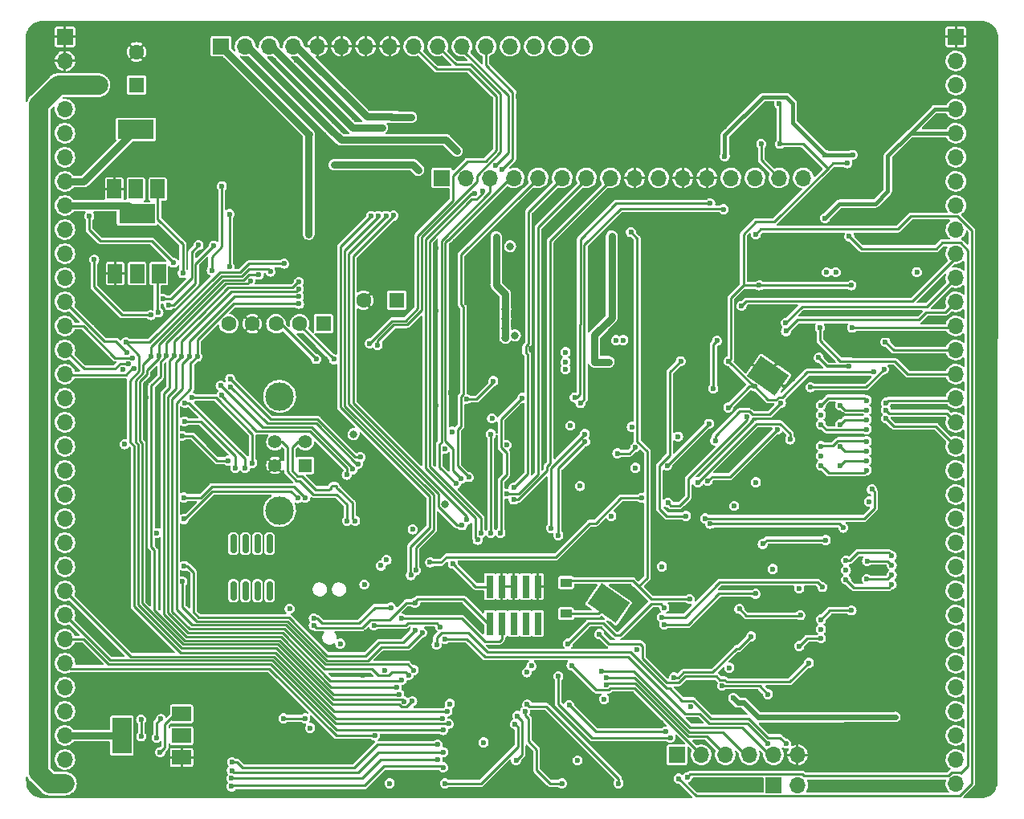
<source format=gbr>
%TF.GenerationSoftware,KiCad,Pcbnew,(6.0.1)*%
%TF.CreationDate,2023-05-16T01:36:19+01:00*%
%TF.ProjectId,polygonus-Shortage-Version,706f6c79-676f-46e7-9573-2d53686f7274,rev?*%
%TF.SameCoordinates,Original*%
%TF.FileFunction,Copper,L4,Bot*%
%TF.FilePolarity,Positive*%
%FSLAX46Y46*%
G04 Gerber Fmt 4.6, Leading zero omitted, Abs format (unit mm)*
G04 Created by KiCad (PCBNEW (6.0.1)) date 2023-05-16 01:36:19*
%MOMM*%
%LPD*%
G01*
G04 APERTURE LIST*
G04 Aperture macros list*
%AMRoundRect*
0 Rectangle with rounded corners*
0 $1 Rounding radius*
0 $2 $3 $4 $5 $6 $7 $8 $9 X,Y pos of 4 corners*
0 Add a 4 corners polygon primitive as box body*
4,1,4,$2,$3,$4,$5,$6,$7,$8,$9,$2,$3,0*
0 Add four circle primitives for the rounded corners*
1,1,$1+$1,$2,$3*
1,1,$1+$1,$4,$5*
1,1,$1+$1,$6,$7*
1,1,$1+$1,$8,$9*
0 Add four rect primitives between the rounded corners*
20,1,$1+$1,$2,$3,$4,$5,0*
20,1,$1+$1,$4,$5,$6,$7,0*
20,1,$1+$1,$6,$7,$8,$9,0*
20,1,$1+$1,$8,$9,$2,$3,0*%
%AMRotRect*
0 Rectangle, with rotation*
0 The origin of the aperture is its center*
0 $1 length*
0 $2 width*
0 $3 Rotation angle, in degrees counterclockwise*
0 Add horizontal line*
21,1,$1,$2,0,0,$3*%
G04 Aperture macros list end*
%TA.AperFunction,ComponentPad*%
%ADD10R,1.600000X1.600000*%
%TD*%
%TA.AperFunction,ComponentPad*%
%ADD11C,1.600000*%
%TD*%
%TA.AperFunction,ComponentPad*%
%ADD12R,1.700000X1.700000*%
%TD*%
%TA.AperFunction,ComponentPad*%
%ADD13O,1.700000X1.700000*%
%TD*%
%TA.AperFunction,ComponentPad*%
%ADD14R,1.400000X1.400000*%
%TD*%
%TA.AperFunction,ComponentPad*%
%ADD15C,1.400000*%
%TD*%
%TA.AperFunction,ComponentPad*%
%ADD16C,3.000000*%
%TD*%
%TA.AperFunction,SMDPad,CuDef*%
%ADD17R,0.740000X2.400000*%
%TD*%
%TA.AperFunction,SMDPad,CuDef*%
%ADD18RotRect,2.600000X3.600000X235.000000*%
%TD*%
%TA.AperFunction,SMDPad,CuDef*%
%ADD19RoundRect,0.150000X0.150000X-0.825000X0.150000X0.825000X-0.150000X0.825000X-0.150000X-0.825000X0*%
%TD*%
%TA.AperFunction,SMDPad,CuDef*%
%ADD20R,1.500000X2.000000*%
%TD*%
%TA.AperFunction,SMDPad,CuDef*%
%ADD21R,3.800000X2.000000*%
%TD*%
%TA.AperFunction,SMDPad,CuDef*%
%ADD22R,2.000000X1.500000*%
%TD*%
%TA.AperFunction,SMDPad,CuDef*%
%ADD23R,2.000000X3.800000*%
%TD*%
%TA.AperFunction,SMDPad,CuDef*%
%ADD24R,1.200000X0.900000*%
%TD*%
%TA.AperFunction,ViaPad*%
%ADD25C,0.599440*%
%TD*%
%TA.AperFunction,ViaPad*%
%ADD26C,0.800000*%
%TD*%
%TA.AperFunction,ViaPad*%
%ADD27C,0.600000*%
%TD*%
%TA.AperFunction,ViaPad*%
%ADD28C,2.000000*%
%TD*%
%TA.AperFunction,Conductor*%
%ADD29C,0.254000*%
%TD*%
%TA.AperFunction,Conductor*%
%ADD30C,0.762000*%
%TD*%
%TA.AperFunction,Conductor*%
%ADD31C,0.609600*%
%TD*%
%TA.AperFunction,Conductor*%
%ADD32C,0.406400*%
%TD*%
%TA.AperFunction,Conductor*%
%ADD33C,0.304800*%
%TD*%
%TA.AperFunction,Conductor*%
%ADD34C,2.032000*%
%TD*%
%TA.AperFunction,Conductor*%
%ADD35C,2.023000*%
%TD*%
G04 APERTURE END LIST*
D10*
%TO.P,C6,1*%
%TO.N,Net-(C6-Pad1)*%
X96348000Y-85119000D03*
D11*
%TO.P,C6,2*%
%TO.N,GND*%
X92848000Y-85119000D03*
%TD*%
D10*
%TO.P,J13,1,Pin_1*%
%TO.N,Net-(D14-Pad2)*%
X88610209Y-87595853D03*
D11*
%TO.P,J13,2,Pin_2*%
%TO.N,/USB_D-*%
X86110209Y-87595853D03*
%TO.P,J13,3,Pin_3*%
%TO.N,/USB_D+*%
X83610209Y-87595853D03*
%TO.P,J13,4,Pin_4*%
%TO.N,GND*%
X81110209Y-87595853D03*
%TO.P,J13,5,Pin_5*%
%TO.N,/USB_SHIELD*%
X78610209Y-87595853D03*
%TD*%
D12*
%TO.P,J11,1,Pin_1*%
%TO.N,+3V3*%
X125881501Y-133044837D03*
D13*
%TO.P,J11,2,Pin_2*%
%TO.N,/mcu/AUX_SPI_CS*%
X128421501Y-133044837D03*
%TO.P,J11,3,Pin_3*%
%TO.N,/mcu/AUX_SPI_SCK*%
X130961501Y-133044837D03*
%TO.P,J11,4,Pin_4*%
%TO.N,/mcu/AUX_SPI_MISO*%
X133501501Y-133044837D03*
%TO.P,J11,5,Pin_5*%
%TO.N,/mcu/AUX_SPI_MOSI*%
X136041501Y-133044837D03*
%TO.P,J11,6,Pin_6*%
%TO.N,GND*%
X138581501Y-133044837D03*
%TD*%
D10*
%TO.P,C1,1*%
%TO.N,/12V_MR*%
X68916000Y-62423028D03*
D11*
%TO.P,C1,2*%
%TO.N,GND*%
X68916000Y-58923028D03*
%TD*%
D12*
%TO.P,J12,1,Pin_1*%
%TO.N,/mcu/UART_TX*%
X136088339Y-136214983D03*
D13*
%TO.P,J12,2,Pin_2*%
%TO.N,/mcu/UART_RX*%
X138628339Y-136214983D03*
%TD*%
D14*
%TO.P,J14,1,Pin_1*%
%TO.N,Net-(D14-Pad2)*%
X86696000Y-102518000D03*
D15*
%TO.P,J14,2,Pin_2*%
%TO.N,/USB_D-*%
X86696000Y-100018000D03*
%TO.P,J14,3,Pin_3*%
%TO.N,/USB_D+*%
X83496000Y-100018000D03*
%TO.P,J14,4,Pin_4*%
%TO.N,GND*%
X83496000Y-102518000D03*
D16*
%TO.P,J14,5,Pin_5*%
%TO.N,/USB_SHIELD*%
X83986000Y-107288000D03*
X83986000Y-95248000D03*
%TD*%
D17*
%TO.P,J8,1,Pin_1*%
%TO.N,+3V3*%
X106127000Y-115300000D03*
%TO.P,J8,2,Pin_2*%
%TO.N,/mcu/SWDIO*%
X106127000Y-119200000D03*
%TO.P,J8,3,Pin_3*%
%TO.N,GND*%
X107397000Y-115300000D03*
%TO.P,J8,4,Pin_4*%
%TO.N,/mcu/SWCLK*%
X107397000Y-119200000D03*
%TO.P,J8,5,Pin_5*%
%TO.N,GND*%
X108667000Y-115300000D03*
%TO.P,J8,6,Pin_6*%
%TO.N,unconnected-(J8-Pad6)*%
X108667000Y-119200000D03*
%TO.P,J8,7,Pin_7*%
%TO.N,unconnected-(J8-Pad7)*%
X109937000Y-115300000D03*
%TO.P,J8,8,Pin_8*%
%TO.N,unconnected-(J8-Pad8)*%
X109937000Y-119200000D03*
%TO.P,J8,9,Pin_9*%
%TO.N,GND*%
X111207000Y-115300000D03*
%TO.P,J8,10,Pin_10*%
%TO.N,/mcu/nRESET*%
X111207000Y-119200000D03*
%TD*%
D18*
%TO.P,BT1,1,+*%
%TO.N,Net-(BT1-Pad1)*%
X118679105Y-117058577D03*
%TO.P,BT1,2,-*%
%TO.N,GND*%
X135484895Y-93057423D03*
%TD*%
D19*
%TO.P,U25,1,TXD*%
%TO.N,unconnected-(U25-Pad1)*%
X82920056Y-115732195D03*
%TO.P,U25,2,VSS*%
%TO.N,unconnected-(U25-Pad2)*%
X81650056Y-115732195D03*
%TO.P,U25,3,VDD*%
%TO.N,unconnected-(U25-Pad3)*%
X80380056Y-115732195D03*
%TO.P,U25,4,RXD*%
%TO.N,unconnected-(U25-Pad4)*%
X79110056Y-115732195D03*
%TO.P,U25,5,Vref*%
%TO.N,unconnected-(U25-Pad5)*%
X79110056Y-110782195D03*
%TO.P,U25,6,CANL*%
%TO.N,unconnected-(U25-Pad6)*%
X80380056Y-110782195D03*
%TO.P,U25,7,CANH*%
%TO.N,unconnected-(U25-Pad7)*%
X81650056Y-110782195D03*
%TO.P,U25,8,Rs*%
%TO.N,unconnected-(U25-Pad8)*%
X82920056Y-110782195D03*
%TD*%
D20*
%TO.P,U32,1,Input*%
%TO.N,Net-(RN8-Pad5)*%
X71253410Y-82301195D03*
%TO.P,U32,2,Drain*%
%TO.N,/LS5*%
X68953410Y-82301195D03*
%TO.P,U32,3,Source*%
%TO.N,GND*%
X66653410Y-82301195D03*
D21*
%TO.P,U32,4,Drain*%
%TO.N,/LS5*%
X68953410Y-76001195D03*
%TD*%
D12*
%TO.P,J4,1,Pin_1*%
%TO.N,GND*%
X61363317Y-57335316D03*
D13*
%TO.P,J4,2,Pin_2*%
X61363317Y-59875316D03*
%TO.P,J4,3,Pin_3*%
%TO.N,/12V_MR*%
X61363317Y-62415316D03*
%TO.P,J4,4,Pin_4*%
%TO.N,/LS1*%
X61363317Y-64955316D03*
%TO.P,J4,5,Pin_5*%
%TO.N,/LS2*%
X61363317Y-67495316D03*
%TO.P,J4,6,Pin_6*%
%TO.N,/LS3*%
X61363317Y-70035316D03*
%TO.P,J4,7,Pin_7*%
%TO.N,/LS4*%
X61363317Y-72575316D03*
%TO.P,J4,8,Pin_8*%
%TO.N,/LS5*%
X61363317Y-75115316D03*
%TO.P,J4,9,Pin_9*%
%TO.N,/LS6*%
X61363317Y-77655316D03*
%TO.P,J4,10,Pin_10*%
%TO.N,/LS7*%
X61363317Y-80195316D03*
%TO.P,J4,11,Pin_11*%
%TO.N,/LS8*%
X61363317Y-82735316D03*
%TO.P,J4,12,Pin_12*%
%TO.N,/IGN12*%
X61363317Y-85275316D03*
%TO.P,J4,13,Pin_13*%
%TO.N,/IGN11*%
X61363317Y-87815316D03*
%TO.P,J4,14,Pin_14*%
%TO.N,/IGN10*%
X61363317Y-90355316D03*
%TO.P,J4,15,Pin_15*%
%TO.N,/IGN9*%
X61363317Y-92895316D03*
%TO.P,J4,16,Pin_16*%
%TO.N,/IGN8*%
X61363317Y-95435316D03*
%TO.P,J4,17,Pin_17*%
%TO.N,/IGN7*%
X61363317Y-97975316D03*
%TO.P,J4,18,Pin_18*%
%TO.N,/IGN6*%
X61363317Y-100515316D03*
%TO.P,J4,19,Pin_19*%
%TO.N,/IGN5*%
X61363317Y-103055316D03*
%TO.P,J4,20,Pin_20*%
%TO.N,/IGN4*%
X61363317Y-105595316D03*
%TO.P,J4,21,Pin_21*%
%TO.N,/IGN3*%
X61363317Y-108135316D03*
%TO.P,J4,22,Pin_22*%
%TO.N,/IGN2*%
X61363317Y-110675316D03*
%TO.P,J4,23,Pin_23*%
%TO.N,/IGN1*%
X61363317Y-113215316D03*
%TO.P,J4,24,Pin_24*%
%TO.N,/LS9*%
X61363317Y-115755316D03*
%TO.P,J4,25,Pin_25*%
%TO.N,/LS10*%
X61363317Y-118295316D03*
%TO.P,J4,26,Pin_26*%
%TO.N,/LS11*%
X61363317Y-120835316D03*
%TO.P,J4,27,Pin_27*%
%TO.N,/LS12*%
X61363317Y-123375316D03*
%TO.P,J4,28,Pin_28*%
%TO.N,/LS13*%
X61363317Y-125915316D03*
%TO.P,J4,29,Pin_29*%
%TO.N,/LS14*%
X61363317Y-128455316D03*
%TO.P,J4,30,Pin_30*%
%TO.N,/LS15*%
X61363317Y-130995316D03*
%TO.P,J4,31,Pin_31*%
%TO.N,/LS16*%
X61363317Y-133535316D03*
%TO.P,J4,32,Pin_32*%
%TO.N,/12V_MR*%
X61363317Y-136075316D03*
%TD*%
D20*
%TO.P,U31,1,Input*%
%TO.N,Net-(RN6-Pad8)*%
X71146201Y-73389341D03*
%TO.P,U31,2,Drain*%
%TO.N,/LS4*%
X68846201Y-73389341D03*
%TO.P,U31,3,Source*%
%TO.N,GND*%
X66546201Y-73389341D03*
D21*
%TO.P,U31,4,Drain*%
%TO.N,/LS4*%
X68846201Y-67089341D03*
%TD*%
D22*
%TO.P,U38,1,Input*%
%TO.N,Net-(RN10-Pad7)*%
X73653261Y-128722140D03*
%TO.P,U38,2,Drain*%
%TO.N,/LS15*%
X73653261Y-131022140D03*
%TO.P,U38,3,Source*%
%TO.N,GND*%
X73653261Y-133322140D03*
D23*
%TO.P,U38,4,Drain*%
%TO.N,/LS15*%
X67353261Y-131022140D03*
%TD*%
D12*
%TO.P,J6,1,Pin_1*%
%TO.N,+5V*%
X101082286Y-72212971D03*
D13*
%TO.P,J6,2,Pin_2*%
%TO.N,+3V3*%
X103622286Y-72212971D03*
%TO.P,J6,3,Pin_3*%
%TO.N,/ETB1_PWM*%
X106162286Y-72212971D03*
%TO.P,J6,4,Pin_4*%
%TO.N,/ETB1_DIS*%
X108702286Y-72212971D03*
%TO.P,J6,5,Pin_5*%
%TO.N,/ETB1_DIR*%
X111242286Y-72212971D03*
%TO.P,J6,6,Pin_6*%
%TO.N,/ETB2_PWM*%
X113782286Y-72212971D03*
%TO.P,J6,7,Pin_7*%
%TO.N,/ETB2_DIS*%
X116322286Y-72212971D03*
%TO.P,J6,8,Pin_8*%
%TO.N,/ETB2_DIR*%
X118862286Y-72212971D03*
%TO.P,J6,9,Pin_9*%
%TO.N,GND*%
X121402286Y-72212971D03*
%TO.P,J6,10,Pin_10*%
%TO.N,/12V_RAW*%
X123942286Y-72212971D03*
%TO.P,J6,11,Pin_11*%
%TO.N,GND*%
X126482286Y-72212971D03*
%TO.P,J6,12,Pin_12*%
X129022286Y-72212971D03*
%TO.P,J6,13,Pin_13*%
%TO.N,/CAN+*%
X131562286Y-72212971D03*
%TO.P,J6,14,Pin_14*%
%TO.N,/CAN-*%
X134102286Y-72212971D03*
%TO.P,J6,15,Pin_15*%
%TO.N,/VR2+*%
X136642286Y-72212971D03*
%TO.P,J6,16,Pin_16*%
%TO.N,/VR1+*%
X139182286Y-72212971D03*
%TD*%
D24*
%TO.P,D6,1,K*%
%TO.N,/Keep_Alive/Keep_Alive*%
X114184431Y-114876731D03*
%TO.P,D6,2,A*%
%TO.N,Net-(BT1-Pad1)*%
X114184431Y-118176731D03*
%TD*%
D12*
%TO.P,J5,1,Pin_1*%
%TO.N,GND*%
X155276000Y-57330221D03*
D13*
%TO.P,J5,2,Pin_2*%
%TO.N,Net-(F2-Pad1)*%
X155276000Y-59870221D03*
%TO.P,J5,3,Pin_3*%
%TO.N,Net-(F1-Pad2)*%
X155276000Y-62410221D03*
%TO.P,J5,4,Pin_4*%
%TO.N,/5V_SENSOR_2*%
X155276000Y-64950221D03*
%TO.P,J5,5,Pin_5*%
X155276000Y-67490221D03*
%TO.P,J5,6,Pin_6*%
%TO.N,unconnected-(J5-Pad6)*%
X155276000Y-70030221D03*
%TO.P,J5,7,Pin_7*%
%TO.N,unconnected-(J5-Pad7)*%
X155276000Y-72570221D03*
%TO.P,J5,8,Pin_8*%
%TO.N,/5V_SENSOR_1*%
X155276000Y-75110221D03*
%TO.P,J5,9,Pin_9*%
X155276000Y-77650221D03*
%TO.P,J5,10,Pin_10*%
%TO.N,/DIGITAL_6*%
X155276000Y-80190221D03*
%TO.P,J5,11,Pin_11*%
%TO.N,/DIGITAL_5*%
X155276000Y-82730221D03*
%TO.P,J5,12,Pin_12*%
%TO.N,/DIGITAL_4*%
X155276000Y-85270221D03*
%TO.P,J5,13,Pin_13*%
%TO.N,/DIGITAL_3*%
X155276000Y-87810221D03*
%TO.P,J5,14,Pin_14*%
%TO.N,/DIGITAL_2*%
X155276000Y-90350221D03*
%TO.P,J5,15,Pin_15*%
%TO.N,/DIGITAL_1*%
X155276000Y-92890221D03*
%TO.P,J5,16,Pin_16*%
%TO.N,/AT4*%
X155276000Y-95430221D03*
%TO.P,J5,17,Pin_17*%
%TO.N,/AT3*%
X155276000Y-97970221D03*
%TO.P,J5,18,Pin_18*%
%TO.N,/AT2*%
X155276000Y-100510221D03*
%TO.P,J5,19,Pin_19*%
%TO.N,/AT1*%
X155276000Y-103050221D03*
%TO.P,J5,20,Pin_20*%
%TO.N,/AV11*%
X155276000Y-105590221D03*
%TO.P,J5,21,Pin_21*%
%TO.N,/AV10*%
X155276000Y-108130221D03*
%TO.P,J5,22,Pin_22*%
%TO.N,/AV9*%
X155276000Y-110670221D03*
%TO.P,J5,23,Pin_23*%
%TO.N,/AV8*%
X155276000Y-113210221D03*
%TO.P,J5,24,Pin_24*%
%TO.N,/AV7*%
X155276000Y-115750221D03*
%TO.P,J5,25,Pin_25*%
%TO.N,/AV6*%
X155276000Y-118290221D03*
%TO.P,J5,26,Pin_26*%
%TO.N,/AV5*%
X155276000Y-120830221D03*
%TO.P,J5,27,Pin_27*%
%TO.N,/AV4*%
X155276000Y-123370221D03*
%TO.P,J5,28,Pin_28*%
%TO.N,/AV3*%
X155276000Y-125910221D03*
%TO.P,J5,29,Pin_29*%
%TO.N,/AV2*%
X155276000Y-128450221D03*
%TO.P,J5,30,Pin_30*%
%TO.N,/AV1*%
X155276000Y-130990221D03*
%TO.P,J5,31,Pin_31*%
%TO.N,/KNOCK_1*%
X155276000Y-133530221D03*
%TO.P,J5,32,Pin_32*%
%TO.N,/KNOCK_2*%
X155276000Y-136070221D03*
%TD*%
D12*
%TO.P,J7,1,Pin_1*%
%TO.N,/HS1*%
X77806000Y-58321088D03*
D13*
%TO.P,J7,2,Pin_2*%
%TO.N,/HS2*%
X80346000Y-58321088D03*
%TO.P,J7,3,Pin_3*%
%TO.N,/HS3*%
X82886000Y-58321088D03*
%TO.P,J7,4,Pin_4*%
%TO.N,/HS4*%
X85426000Y-58321088D03*
%TO.P,J7,5,Pin_5*%
%TO.N,GND*%
X87966000Y-58321088D03*
%TO.P,J7,6,Pin_6*%
X90506000Y-58321088D03*
%TO.P,J7,7,Pin_7*%
X93046000Y-58321088D03*
%TO.P,J7,8,Pin_8*%
X95586000Y-58321088D03*
%TO.P,J7,9,Pin_9*%
%TO.N,/CAN2+*%
X98126000Y-58321088D03*
%TO.P,J7,10,Pin_10*%
%TO.N,/CAN2-*%
X100666000Y-58321088D03*
%TO.P,J7,11,Pin_11*%
%TO.N,/RC1*%
X103206000Y-58321088D03*
%TO.P,J7,12,Pin_12*%
%TO.N,/RC2*%
X105746000Y-58321088D03*
%TO.P,J7,13,Pin_13*%
%TO.N,/Perm_Live*%
X108286000Y-58321088D03*
%TO.P,J7,14,Pin_14*%
%TO.N,/RSVD*%
X110826000Y-58321088D03*
%TO.P,J7,15,Pin_15*%
X113366000Y-58321088D03*
%TO.P,J7,16,Pin_16*%
X115906000Y-58321088D03*
%TD*%
D25*
%TO.N,GND*%
X86443372Y-114752264D03*
X83843439Y-69242269D03*
X149579411Y-86449104D03*
X128305902Y-92916261D03*
X138735879Y-96962155D03*
X99509658Y-121464630D03*
X84980333Y-130186379D03*
X90845182Y-99528349D03*
X136547698Y-121794094D03*
X127717709Y-106988421D03*
X140592193Y-128179610D03*
X97570725Y-117848966D03*
X88771895Y-91335076D03*
X133509960Y-86439771D03*
X148332983Y-80372886D03*
X99649727Y-70878820D03*
X139253787Y-86489316D03*
X138098260Y-93391860D03*
X69185247Y-132039582D03*
X130921826Y-89535132D03*
X66653041Y-71650404D03*
X152850932Y-101464781D03*
X132937527Y-123232801D03*
X106589781Y-91795916D03*
X65712132Y-129132735D03*
X153842836Y-134009932D03*
X108253662Y-131984557D03*
X106575574Y-90218908D03*
X127796273Y-136202319D03*
X109530688Y-93401339D03*
X126552090Y-137226916D03*
X72202779Y-86620052D03*
X151859029Y-121597737D03*
X98272981Y-90830037D03*
X72246995Y-56239811D03*
X113972911Y-124126185D03*
X88534269Y-59720304D03*
X118033670Y-128339288D03*
X131290055Y-92492041D03*
X155840047Y-111933382D03*
X149740002Y-112292522D03*
X117045031Y-107384891D03*
X143360099Y-131684454D03*
X69902670Y-93884548D03*
X103612587Y-133628376D03*
X155893663Y-127200651D03*
X125865546Y-76947513D03*
X106561366Y-91071345D03*
X89937730Y-113594149D03*
X138719136Y-79353441D03*
X144034736Y-79354174D03*
X120031741Y-98023981D03*
X126772291Y-117485105D03*
X109151092Y-63605082D03*
X106575574Y-89380678D03*
X101685004Y-102361720D03*
X74007103Y-96792466D03*
X130836012Y-87561644D03*
X77823130Y-59788528D03*
X143496414Y-121254160D03*
X106210920Y-63859181D03*
X92901790Y-91768220D03*
X151416694Y-125042591D03*
X133841970Y-96335886D03*
X114910674Y-63567196D03*
X72620612Y-135616514D03*
X130638507Y-95794656D03*
X113875791Y-131262541D03*
X115600941Y-126624275D03*
X103942760Y-109292163D03*
X113488313Y-93524630D03*
X75293826Y-76024845D03*
X155853451Y-89079393D03*
X136829567Y-75077049D03*
X100457529Y-86176845D03*
X97376325Y-98841462D03*
X146833881Y-109172905D03*
X153282115Y-117409034D03*
X97070465Y-93282883D03*
X71179631Y-111005742D03*
X100447131Y-117823419D03*
X70431039Y-129085546D03*
X81798901Y-125355793D03*
X152968035Y-68399172D03*
X97390436Y-115109709D03*
X103872356Y-124929048D03*
X89796259Y-97486107D03*
X94478486Y-106106236D03*
X135350273Y-74621384D03*
X91866837Y-118173259D03*
X111438858Y-123390035D03*
X149445112Y-108941497D03*
X69864784Y-99254900D03*
X115999899Y-74304959D03*
X112614750Y-116976101D03*
X138733343Y-78358931D03*
X107992283Y-134645271D03*
X142560285Y-122653322D03*
X147908520Y-99339072D03*
X93103005Y-120112654D03*
X115333957Y-111274539D03*
X77725043Y-101114539D03*
X73733954Y-100524192D03*
X138840895Y-109314126D03*
X138195106Y-91460820D03*
X143282453Y-104222346D03*
X74232109Y-106845964D03*
X142531319Y-99397156D03*
X122168950Y-132039530D03*
X84915192Y-86419357D03*
X80644522Y-78656335D03*
X59407431Y-57307444D03*
X155833345Y-129740727D03*
X143487478Y-119922686D03*
X139186766Y-89505238D03*
X138099202Y-109340934D03*
X138152684Y-103855137D03*
X134443221Y-136533692D03*
X146015563Y-113571607D03*
X116907827Y-83578820D03*
X108273084Y-104169268D03*
X138678546Y-122921943D03*
X153311354Y-105947434D03*
X141262239Y-74963391D03*
X105079669Y-119396796D03*
X140411929Y-133795467D03*
X155853451Y-122120497D03*
X128259473Y-125602214D03*
X136829184Y-120315175D03*
X155866855Y-101786479D03*
X68409194Y-77988666D03*
X148414176Y-116102057D03*
X127804989Y-97773257D03*
X153735566Y-136421660D03*
X151944678Y-85036036D03*
X71346591Y-64007708D03*
X130417592Y-93741444D03*
X153320076Y-99628419D03*
X131900944Y-120355387D03*
X76941569Y-127243634D03*
X152968035Y-66469413D03*
X136042192Y-115726742D03*
X72270912Y-67133433D03*
X146121153Y-89532046D03*
X123551729Y-122614599D03*
X75168822Y-133200433D03*
X109514815Y-96270649D03*
X113793034Y-61426632D03*
X122593871Y-86769642D03*
X147341848Y-119667547D03*
X103712393Y-85334706D03*
X135723193Y-64389586D03*
X112932436Y-133749192D03*
X143383555Y-118491420D03*
X144089488Y-80902034D03*
X109544896Y-91909574D03*
X135397874Y-86475912D03*
X107878329Y-111231634D03*
X62899884Y-85326075D03*
X143638442Y-134497765D03*
X80907671Y-75878651D03*
X145980641Y-129919678D03*
X111519869Y-64618535D03*
X88269904Y-83525646D03*
X120272346Y-135050984D03*
X141403832Y-80929701D03*
X100467574Y-96171491D03*
X125140367Y-91597792D03*
X112458142Y-125357820D03*
X91468473Y-131999778D03*
X105813116Y-66190807D03*
X78670464Y-132911366D03*
X142420059Y-111343846D03*
X152587931Y-87258183D03*
X82545043Y-88977623D03*
X93101491Y-131906419D03*
X132266982Y-103924286D03*
X109530688Y-91142381D03*
X109495323Y-101338703D03*
X130848302Y-66822618D03*
X130713653Y-111976270D03*
X102035450Y-94886897D03*
X75225449Y-129868884D03*
X133274320Y-74153563D03*
X76122883Y-96133576D03*
X119702595Y-131999317D03*
X91853970Y-65801444D03*
X118336429Y-102434058D03*
X111200031Y-126978016D03*
X154100801Y-111853667D03*
X109417030Y-84848555D03*
X75189136Y-128134168D03*
X71123052Y-96329751D03*
X105865210Y-84948006D03*
X107000905Y-127648254D03*
X117278554Y-75604925D03*
X130023752Y-119788184D03*
X122426734Y-81667929D03*
X62409897Y-127068202D03*
X153722199Y-80608002D03*
X105624529Y-107492195D03*
X150950560Y-77375477D03*
X142582471Y-86502720D03*
X153874437Y-78369595D03*
X155853451Y-114493565D03*
X68435184Y-80573624D03*
X144424578Y-111285687D03*
X90671424Y-67178916D03*
X138867532Y-126401334D03*
X106229643Y-133619857D03*
X95208217Y-131296063D03*
X114277167Y-109886746D03*
X72781491Y-82327951D03*
X150741790Y-91519297D03*
X155840047Y-91612768D03*
X63864763Y-66291631D03*
X148457717Y-103959197D03*
X139373779Y-131037327D03*
X122131822Y-76249634D03*
X155840047Y-83999239D03*
X151913965Y-127593650D03*
X62174087Y-101620095D03*
X103684678Y-62048710D03*
X90985158Y-120264567D03*
X96203774Y-96889640D03*
X132999462Y-107362584D03*
X62963534Y-109426848D03*
X149880258Y-94909915D03*
X136182281Y-102514727D03*
X135823517Y-92727834D03*
X103230570Y-112858726D03*
X110284770Y-106124116D03*
X104840578Y-116603203D03*
X110510991Y-90218908D03*
X63608687Y-132711285D03*
X58063108Y-136862708D03*
X68092457Y-112391217D03*
X156330495Y-78691222D03*
X142600343Y-89549919D03*
X155893663Y-106866633D03*
X149029072Y-125891303D03*
X149727777Y-100151179D03*
X63040392Y-122440197D03*
X106575574Y-92563109D03*
X123548478Y-90351846D03*
X66561803Y-136102983D03*
X83382599Y-92822105D03*
X123227873Y-115525681D03*
X103045800Y-70284137D03*
X136786120Y-130384123D03*
X123375271Y-84169709D03*
X150237133Y-106544934D03*
X106575574Y-88627692D03*
X134626129Y-66503367D03*
X149579411Y-89532046D03*
X62896585Y-82545092D03*
X142553659Y-129977763D03*
X109564007Y-134955382D03*
X132557126Y-128474039D03*
X125861590Y-97646970D03*
X99328101Y-60703726D03*
X155950391Y-81410428D03*
X76856822Y-135022694D03*
X122308504Y-116919822D03*
X86187641Y-81588397D03*
X117199533Y-86771919D03*
X150599695Y-68896232D03*
X110650857Y-74006606D03*
X149218422Y-129948490D03*
X69883727Y-95324219D03*
X141248354Y-113464137D03*
X127854750Y-129379938D03*
X85766331Y-59778781D03*
X75086857Y-137197148D03*
X92802440Y-124638325D03*
X80304028Y-100227005D03*
X123389479Y-86712813D03*
X87970003Y-120338213D03*
X101769755Y-113701916D03*
X66674360Y-109956595D03*
X124941269Y-81580213D03*
X64333254Y-127207636D03*
X123403686Y-85093183D03*
X66654867Y-106350479D03*
X153025186Y-114828667D03*
X147947862Y-93624489D03*
X118301944Y-93879135D03*
X101478103Y-111382271D03*
X144634220Y-116209290D03*
X120476208Y-116120629D03*
X66179800Y-118403153D03*
X135730837Y-68651501D03*
X90841667Y-116797714D03*
X85277478Y-127918000D03*
X66518420Y-95805027D03*
X94896704Y-90894167D03*
X155840047Y-117026940D03*
X153552811Y-96351443D03*
X79719253Y-114184897D03*
X131950575Y-101927471D03*
X133709879Y-91411706D03*
X132758188Y-126476830D03*
X68137650Y-128585342D03*
X63022012Y-113549516D03*
X75586214Y-94240603D03*
X127121907Y-81785509D03*
X120055664Y-95406359D03*
X153611288Y-97637949D03*
X84042341Y-101281967D03*
X71113306Y-104565340D03*
X104664753Y-111288261D03*
X130862509Y-65288232D03*
X135948364Y-117522891D03*
X132201582Y-134136113D03*
X96784327Y-69592314D03*
X110244171Y-132648060D03*
X131226753Y-103107032D03*
X135284861Y-129982000D03*
X126887193Y-122495812D03*
X125910851Y-120532495D03*
X138648099Y-80433194D03*
X107192801Y-102372771D03*
X124226076Y-129662392D03*
X80688531Y-59788528D03*
X134272256Y-80021183D03*
X66674360Y-113660173D03*
X120568436Y-108549888D03*
X144061074Y-80134841D03*
X141673457Y-93343946D03*
X79855075Y-86375372D03*
X141446934Y-66694753D03*
X130840480Y-84509977D03*
X69643720Y-127138300D03*
X66904772Y-122411782D03*
X74319825Y-114028957D03*
X84908661Y-67068983D03*
X117088283Y-113145821D03*
X122570353Y-95562639D03*
X100467563Y-79643956D03*
X100827750Y-122408865D03*
X64329285Y-70089374D03*
X109652230Y-125342128D03*
X102218641Y-97467239D03*
X66618381Y-102789646D03*
X78121391Y-89109248D03*
X101243390Y-59973706D03*
X108664044Y-84848555D03*
X123346857Y-85902998D03*
X69855312Y-97521612D03*
X143302800Y-97179676D03*
X72035468Y-128349396D03*
X125946058Y-84640538D03*
X67220920Y-58345284D03*
X151141910Y-101605524D03*
X84620996Y-63656843D03*
X151187406Y-110160692D03*
X62963534Y-97731338D03*
X119957273Y-126610870D03*
X136124261Y-112024466D03*
X150383314Y-83359894D03*
X133132570Y-76414740D03*
X116849833Y-119846729D03*
X119614724Y-99817151D03*
X82641231Y-130215618D03*
X147463598Y-106269061D03*
X152426543Y-70745138D03*
X95346937Y-111300529D03*
X155880259Y-94172951D03*
X97875820Y-85093183D03*
X120395141Y-101967765D03*
X73959214Y-126980485D03*
X71478636Y-134389598D03*
X137179096Y-127753888D03*
X120753501Y-103857012D03*
X109516481Y-92676768D03*
X102481790Y-78905339D03*
X132490623Y-113627269D03*
X103726601Y-83729283D03*
X141440410Y-106239822D03*
X77454487Y-111129597D03*
X85356204Y-96914550D03*
X145156034Y-109793108D03*
X131096080Y-109467028D03*
X117940931Y-82311807D03*
X60522272Y-132264306D03*
X89384279Y-78292308D03*
X155853451Y-124653872D03*
X126043521Y-88811937D03*
X120071285Y-93838923D03*
X142076741Y-131843018D03*
X94474464Y-75147682D03*
X105069602Y-84962214D03*
X72037188Y-75763412D03*
X132366851Y-94212234D03*
X106632403Y-84919592D03*
X62905057Y-105362659D03*
X151190509Y-74552689D03*
X147100574Y-125015783D03*
X68393475Y-85059627D03*
X109091328Y-80596465D03*
X118092148Y-132296269D03*
X111803853Y-90360981D03*
X88158888Y-68159614D03*
X129609077Y-134214083D03*
X147864608Y-133768658D03*
X103270612Y-66094357D03*
X126337624Y-115968016D03*
X146121153Y-86475912D03*
X141461141Y-78330516D03*
X140551875Y-71170046D03*
X64767309Y-91288078D03*
X155880259Y-104306450D03*
X93458329Y-100673758D03*
X91389037Y-75392355D03*
X148991000Y-75361195D03*
X103726601Y-84496477D03*
X141489556Y-65146159D03*
X155853451Y-109373199D03*
X76569012Y-67133433D03*
X125519437Y-105929497D03*
X155866855Y-119560314D03*
X132070128Y-63938540D03*
X113627282Y-100091659D03*
X132936772Y-71170046D03*
X72246995Y-60723482D03*
X99852737Y-131275957D03*
X83349259Y-59817766D03*
X147785225Y-131472885D03*
X107725277Y-74051703D03*
X70163137Y-113743547D03*
X69760954Y-135125747D03*
X74855245Y-72954774D03*
X111853579Y-87967054D03*
X83047832Y-101281967D03*
X99547541Y-63092509D03*
X75805030Y-99214019D03*
X134001391Y-109585188D03*
X65042961Y-116261475D03*
X149245583Y-136420483D03*
X88260433Y-85078975D03*
X139981920Y-91610263D03*
X136203249Y-106734181D03*
X116059566Y-121277989D03*
X113357344Y-74091849D03*
X135406810Y-89514174D03*
X65714503Y-133602268D03*
X102234352Y-90624712D03*
D26*
%TO.N,+5V*%
X107778000Y-88040000D03*
X107778000Y-87024000D03*
X107778000Y-86008000D03*
X108794000Y-88802000D03*
D25*
X130638000Y-125759000D03*
X146650808Y-92618310D03*
D26*
X107778000Y-89056000D03*
D25*
X120224000Y-89310000D03*
X144263248Y-83533533D03*
X102190000Y-98962000D03*
X106813733Y-78424334D03*
X146132000Y-106328000D03*
X131289061Y-96420764D03*
X143831509Y-70665700D03*
D26*
X91776000Y-99216000D03*
D25*
X131908000Y-106793380D03*
X131321029Y-91546911D03*
X67468447Y-92358000D03*
X141052000Y-97184000D03*
X67647411Y-100295853D03*
X71048231Y-109640317D03*
X143691414Y-113563709D03*
X141052000Y-119790000D03*
X134557725Y-83533534D03*
X106381000Y-97565000D03*
X119462000Y-89310000D03*
X134062536Y-94199810D03*
X136640103Y-64398788D03*
X136735295Y-68619360D03*
X138766000Y-115472000D03*
X141052000Y-101502000D03*
X134194000Y-104296000D03*
X135464000Y-126648000D03*
X135972000Y-113440000D03*
X125992099Y-99504339D03*
%TO.N,+3V3*%
X117176000Y-91596000D03*
X117938000Y-91596000D03*
X118700000Y-91596000D03*
X131400000Y-123854000D03*
X87204000Y-130204000D03*
X105492000Y-131728000D03*
X95586000Y-136046000D03*
X101428000Y-100740000D03*
D27*
X127336000Y-127918000D03*
X148918680Y-129020660D03*
D25*
X85045000Y-117631000D03*
X121113000Y-98454000D03*
X114128000Y-91596000D03*
X92919000Y-115091000D03*
X121494000Y-102772000D03*
X115398000Y-133633000D03*
X102259855Y-112894623D03*
X114128000Y-92358000D03*
D27*
X115652000Y-104701566D03*
D26*
X101428000Y-106582000D03*
D25*
X90379000Y-121314000D03*
D27*
X121619667Y-121950333D03*
D25*
X95078000Y-124108000D03*
D27*
X131809698Y-127057698D03*
X124288000Y-113186000D03*
X118192000Y-127156000D03*
X118954000Y-107852000D03*
D25*
X107905000Y-100359000D03*
D27*
X143350146Y-129094828D03*
D25*
X98024400Y-109274400D03*
X101936000Y-127664000D03*
D27*
X114636000Y-98327000D03*
D25*
X119002273Y-78324847D03*
X114128000Y-90580000D03*
%TO.N,/mcu/AV4*%
X125558000Y-124870000D03*
X133686000Y-120552000D03*
%TO.N,/mcu/AV2*%
X117684000Y-120298000D03*
X139782000Y-123346000D03*
%TO.N,/mcu/AV5*%
X124542000Y-119282000D03*
X134170633Y-116055725D03*
%TO.N,/mcu/AV6*%
X124288000Y-118520000D03*
X141215557Y-115352032D03*
%TO.N,/mcu/AV9*%
X129391632Y-108685120D03*
X143413439Y-109106342D03*
%TO.N,/mcu/AV10*%
X128860000Y-108106000D03*
X146426241Y-105046781D03*
%TO.N,/5V_SENSOR_1*%
X144398964Y-69771176D03*
X141497818Y-69771176D03*
X130918191Y-69927525D03*
%TO.N,/5V_SENSOR_2*%
X141482146Y-76459902D03*
%TO.N,/mcu/nRESET*%
X111207000Y-119282000D03*
X93935000Y-119409000D03*
X100920000Y-119536000D03*
%TO.N,/mcu/SWDIO*%
X98253000Y-116996000D03*
X87585000Y-119409000D03*
%TO.N,/mcu/SWCLK*%
X87585000Y-118647000D03*
X95713000Y-117504000D03*
X96856000Y-118647000D03*
%TO.N,/mcu/5V_SENSOR_1_PG*%
X126955000Y-135411000D03*
X144045916Y-78383854D03*
%TO.N,/mcu/5V_SENSOR_2_PG*%
X126066000Y-135538000D03*
X134191182Y-78143291D03*
%TO.N,/mcu/AT2*%
X128098000Y-104296000D03*
X137811875Y-99785875D03*
%TO.N,/mcu/AT1*%
X129114000Y-104169000D03*
X136480000Y-98708000D03*
%TO.N,/mcu/AT3*%
X133261486Y-97383980D03*
X124923000Y-106455000D03*
%TO.N,Net-(C33-Pad1)*%
X130098312Y-89380012D03*
X129702906Y-94426278D03*
%TO.N,Net-(C34-Pad1)*%
X140821465Y-91165699D03*
X144033378Y-92098452D03*
%TO.N,Net-(C42-Pad1)*%
X145878000Y-98708000D03*
X141052000Y-98200000D03*
%TO.N,Net-(C43-Pad1)*%
X143084000Y-98200000D03*
X145878000Y-97692000D03*
%TO.N,Net-(C44-Pad1)*%
X143084000Y-96168000D03*
X145878000Y-96676000D03*
%TO.N,Net-(C45-Pad1)*%
X141052000Y-96168000D03*
X145878000Y-95660000D03*
%TO.N,Net-(C48-Pad1)*%
X141060141Y-120757140D03*
X138766000Y-121568000D03*
%TO.N,/mcu/12V_DIVIDED*%
X126281596Y-91534587D03*
X126828000Y-107852000D03*
%TO.N,Net-(C50-Pad1)*%
X141052000Y-118774000D03*
X144285755Y-117814098D03*
%TO.N,Net-(C52-Pad1)*%
X143691414Y-114579709D03*
X148517414Y-115087709D03*
%TO.N,Net-(C53-Pad1)*%
X148517414Y-114071709D03*
X145879421Y-114511171D03*
%TO.N,Net-(C54-Pad1)*%
X148517414Y-113055709D03*
X145929909Y-112592633D03*
%TO.N,/ETB2_DIR*%
X108660597Y-106118641D03*
%TO.N,/ETB2_DIS*%
X107972825Y-105515651D03*
%TO.N,Net-(C55-Pad1)*%
X148517414Y-112039709D03*
X143691414Y-112547709D03*
%TO.N,Net-(C57-Pad1)*%
X145878000Y-103026000D03*
X141052000Y-102518000D03*
%TO.N,Net-(C58-Pad1)*%
X145878000Y-102010000D03*
X143084000Y-102518000D03*
%TO.N,Net-(C59-Pad1)*%
X143084000Y-100486000D03*
X145878000Y-100994000D03*
%TO.N,Net-(C60-Pad1)*%
X141052000Y-100486000D03*
X145878000Y-99978000D03*
%TO.N,/lowside_quad1/IN1*%
X75309545Y-91050508D03*
X86043425Y-85485738D03*
X98126000Y-124108000D03*
%TO.N,/lowside_quad1/IN3*%
X86017435Y-83926337D03*
X73686549Y-91017033D03*
X96856000Y-125124000D03*
%TO.N,/lowside_quad1/IN2*%
X74471367Y-91050508D03*
X97594368Y-124639632D03*
X86027281Y-84691468D03*
%TO.N,/lowside_quad1/IN4*%
X72903265Y-90982024D03*
X96348000Y-125886000D03*
X86017435Y-83174994D03*
%TO.N,/lowside_quad2/IN1*%
X72071982Y-90995013D03*
X96602000Y-126648000D03*
X80908296Y-83074639D03*
%TO.N,/lowside_quad2/IN3*%
X70436416Y-91050508D03*
X97966732Y-127395072D03*
X83030617Y-82096601D03*
%TO.N,/lowside_quad2/IN2*%
X71254352Y-90994349D03*
X81798979Y-82418208D03*
X97110000Y-127410000D03*
%TO.N,/lowside_quad2/IN4*%
X101680241Y-128448273D03*
X67771535Y-89552652D03*
X84459708Y-81254813D03*
%TO.N,/ETB1_DIR*%
X103935160Y-103754820D03*
%TO.N,/ETB1_DIS*%
X103132946Y-103924701D03*
%TO.N,/lowside_quad4/IN4*%
X101231612Y-134355561D03*
X78934042Y-136379418D03*
%TO.N,/lowside_quad4/IN2*%
X101242831Y-132751170D03*
X78948065Y-134696581D03*
%TO.N,/lowside_quad4/IN3*%
X78934042Y-135523976D03*
X100659416Y-133514097D03*
%TO.N,/lowside_quad4/IN1*%
X100649446Y-131971846D03*
X78976113Y-133799068D03*
%TO.N,/highside_quad/IN1*%
X97825119Y-114103245D03*
X93637657Y-76213144D03*
%TO.N,/highside_quad/IN3*%
X103235992Y-108833684D03*
X95205721Y-76204480D03*
%TO.N,/highside_quad/IN2*%
X94417357Y-76204480D03*
X98356399Y-113571966D03*
%TO.N,/mcu/CAN_RX*%
X106254000Y-109630000D03*
X106254000Y-99216000D03*
%TO.N,/mcu/CAN_TX*%
X109556000Y-95406000D03*
X107270000Y-109630000D03*
%TO.N,/highside_quad/IN4*%
X95994085Y-76178490D03*
X103724080Y-108262470D03*
%TO.N,/ign1/IN4*%
X86696000Y-105921600D03*
X73905034Y-105908649D03*
%TO.N,/AT4*%
X147910000Y-95914000D03*
%TO.N,/AT2*%
X147910000Y-97565000D03*
%TO.N,/AT3*%
X147910000Y-96676000D03*
%TO.N,/HS4*%
X95744926Y-65784676D03*
X97169870Y-65804107D03*
X96459505Y-65804107D03*
X97866026Y-65804107D03*
%TO.N,/HS2*%
X89767876Y-67480566D03*
X90947080Y-68190931D03*
X102687460Y-69369474D03*
X89236000Y-66958000D03*
X90307752Y-68020442D03*
%TO.N,/HS3*%
X92595126Y-66926483D03*
X94809285Y-66924988D03*
X93390733Y-66926483D03*
X94015853Y-66926483D03*
%TO.N,/HS1*%
X87057848Y-78134240D03*
X87082700Y-69111300D03*
X87078928Y-67568241D03*
X87096907Y-69898907D03*
X87096907Y-68247760D03*
%TO.N,/LS9*%
X101174000Y-129188000D03*
%TO.N,/LS10*%
X101820636Y-129766620D03*
%TO.N,/LS11*%
X101248441Y-130441170D03*
%TO.N,/LS12*%
X94034308Y-131019790D03*
%TO.N,/CAN+*%
X129380719Y-74869112D03*
X115096263Y-95358263D03*
%TO.N,/CAN-*%
X130795195Y-75512333D03*
X115699737Y-95961737D03*
%TO.N,Net-(C80-Pad1)*%
X114382000Y-121314000D03*
X124542000Y-117504000D03*
%TO.N,/ign1/IN3*%
X85883200Y-105972400D03*
X73892039Y-108182776D03*
%TO.N,/ign1/IN1*%
X99015000Y-120171000D03*
X73749094Y-114771247D03*
%TO.N,/ign1/IN2*%
X73911532Y-113127378D03*
X98253000Y-119917000D03*
%TO.N,/ign2/IN2*%
X79330000Y-102772000D03*
X73962046Y-97890200D03*
%TO.N,/IGN9*%
X91067247Y-103515620D03*
X77839673Y-95129380D03*
X68616065Y-92332010D03*
%TO.N,/IGN10*%
X91691007Y-102937000D03*
X68054699Y-91789899D03*
X77770001Y-94118300D03*
%TO.N,/IGN11*%
X68486115Y-91174759D03*
X92246000Y-102348002D03*
X78822597Y-94235255D03*
%TO.N,/IGN12*%
X92517994Y-101647621D03*
X67908556Y-90596139D03*
X78783612Y-93397077D03*
%TO.N,/mcu/DIGITAL5*%
X129260378Y-98126157D03*
X124832268Y-102554268D03*
%TO.N,/mcu/DIGITAL2*%
X136840934Y-95923748D03*
X129914047Y-99913125D03*
%TO.N,/mcu/DIGITAL1*%
X99847117Y-112751646D03*
X122129000Y-105947000D03*
%TO.N,/DIGITAL_5*%
X137350003Y-87493676D03*
%TO.N,/DIGITAL_6*%
X132683659Y-85695086D03*
%TO.N,/DIGITAL_1*%
X140944780Y-87968001D03*
%TO.N,/DIGITAL_2*%
X147850428Y-89483158D03*
%TO.N,/DIGITAL_3*%
X144344295Y-88001659D03*
%TO.N,/DIGITAL_4*%
X137373311Y-88371903D03*
%TO.N,/ign2/IN1*%
X73691189Y-99412193D03*
X78568000Y-102010000D03*
%TO.N,/ign2/IN3*%
X74001972Y-95916535D03*
X80346000Y-102772000D03*
%TO.N,/ign2/IN4*%
X74755683Y-95357749D03*
X81108000Y-102264000D03*
%TO.N,/VR2+*%
X134760663Y-68623603D03*
D27*
%TO.N,/USB_D+*%
X91095000Y-108360000D03*
X94658871Y-113097129D03*
X87839561Y-91312427D03*
%TO.N,/USB_D-*%
X95262741Y-112493259D03*
X91949000Y-108360000D03*
X89710842Y-91338417D03*
D26*
%TO.N,/12V_PROT*%
X108286000Y-79404000D03*
D25*
X141654122Y-82154864D03*
X142623306Y-82150694D03*
X151169861Y-82144909D03*
%TO.N,/mcu/LED1*%
X101428000Y-136046000D03*
X108804446Y-129786228D03*
%TO.N,/mcu/LED2*%
X109048000Y-128934000D03*
X108921000Y-133633000D03*
%TO.N,/mcu/LED3*%
X113747000Y-136046000D03*
X109871234Y-128449632D03*
%TO.N,/mcu/LED4*%
X119716000Y-136046000D03*
X110082421Y-127728060D03*
%TO.N,Net-(C8-Pad1)*%
X106508000Y-93628000D03*
X103674896Y-95530405D03*
%TO.N,Net-(R57-Pad2)*%
X138892428Y-118317851D03*
X132452441Y-117652151D03*
%TO.N,Net-(R69-Pad2)*%
X141560000Y-110392000D03*
X134922265Y-110811205D03*
%TO.N,/knock/FILTERED_1*%
X114509000Y-127791000D03*
X124669000Y-130585000D03*
%TO.N,/knock/FILTERED_2*%
X125177000Y-131220000D03*
X113366000Y-124743000D03*
%TO.N,Net-(RN6-Pad5)*%
X78706364Y-76016794D03*
X78707216Y-81574423D03*
%TO.N,Net-(RN6-Pad6)*%
X72806956Y-81151377D03*
X63931362Y-76224825D03*
%TO.N,Net-(RN6-Pad7)*%
X76835934Y-81976036D03*
X77893453Y-73063557D03*
%TO.N,Net-(RN6-Pad8)*%
X73782107Y-82248931D03*
%TO.N,Net-(RN8-Pad5)*%
X71222089Y-86400837D03*
%TO.N,Net-(RN8-Pad6)*%
X64438693Y-80825977D03*
X70403404Y-86673732D03*
%TO.N,Net-(RN8-Pad7)*%
X72322334Y-85630325D03*
X77062297Y-79326628D03*
%TO.N,Net-(RN8-Pad8)*%
X75431424Y-79307135D03*
X71662296Y-84945921D03*
%TO.N,/ETB2_PWM*%
X108660597Y-104885841D03*
%TO.N,/ETB1_PWM*%
X102563165Y-104451077D03*
%TO.N,Net-(RN10-Pad6)*%
X71459761Y-129264864D03*
X71027060Y-131220334D03*
%TO.N,Net-(RN10-Pad7)*%
X71402654Y-132759522D03*
%TO.N,Net-(RN10-Pad8)*%
X69407458Y-131095186D03*
X69393301Y-129311439D03*
%TO.N,/mcu/AUX_SPI_MOSI*%
X117946990Y-124226010D03*
%TO.N,/mcu/AUX_SPI_MISO*%
X118446000Y-124870000D03*
%TO.N,/mcu/AUX_SPI_SCK*%
X118446000Y-125632000D03*
%TO.N,/mcu/AUX_SPI_CS*%
X114763000Y-123600000D03*
%TO.N,/mcu/SD_MISO*%
X84410000Y-129188000D03*
X86696000Y-129188000D03*
%TO.N,/RC1*%
X110056831Y-124344071D03*
X106792368Y-70851528D03*
X104874222Y-110380166D03*
X104532019Y-73863771D03*
%TO.N,/RC2*%
X107396388Y-71354878D03*
X105370404Y-73613662D03*
X105218691Y-109664433D03*
X110539384Y-123681072D03*
%TO.N,/mcu/UART_RX*%
X137369000Y-131855000D03*
X100539000Y-121441000D03*
%TO.N,/mcu/UART_TX*%
X135464000Y-131855000D03*
X101428000Y-120806000D03*
%TO.N,/CAN2+*%
X93483769Y-89648613D03*
%TO.N,/CAN2-*%
X94316000Y-89818000D03*
%TO.N,/mcu/BARO_SCL*%
X121494000Y-100613000D03*
X119589000Y-101248000D03*
%TO.N,/12V_MR*%
X90561491Y-70816469D03*
X89758861Y-70816469D03*
X98150578Y-70920429D03*
D28*
X64886257Y-62432760D03*
D25*
X98620941Y-71390792D03*
%TO.N,/Keep_Alive/Keep_Alive*%
X121024730Y-77926226D03*
X127209000Y-116615000D03*
%TO.N,Net-(C31-Pad1)*%
X139959129Y-94280282D03*
X147692706Y-92394706D03*
D27*
%TO.N,/mcu/VR_2*%
X116160000Y-99216000D03*
X112604000Y-109122000D03*
%TO.N,/mcu/VR_1*%
X113366000Y-109884000D03*
X116188698Y-100006698D03*
%TD*%
D29*
%TO.N,GND*%
X111207000Y-115300000D02*
X111207000Y-115345000D01*
X107397000Y-115300000D02*
X107397000Y-115345000D01*
X108667000Y-115300000D02*
X108667000Y-115345000D01*
X146121153Y-89532046D02*
X146748672Y-88904527D01*
X146748672Y-88904527D02*
X148951892Y-88904527D01*
X148951892Y-88904527D02*
X149579411Y-89532046D01*
%TO.N,+5V*%
X134575000Y-125759000D02*
X135464000Y-126648000D01*
X142326079Y-70665700D02*
X141764889Y-71226889D01*
X134166789Y-76855436D02*
X132887722Y-78134503D01*
X130638000Y-125759000D02*
X134575000Y-125759000D01*
X136601256Y-95345117D02*
X136327794Y-95618579D01*
X134557725Y-83533534D02*
X132887722Y-83533534D01*
X136963296Y-95345117D02*
X136601256Y-95345117D01*
X139157360Y-68619360D02*
X136735295Y-68619360D01*
X132887722Y-78134503D02*
X132887722Y-83533534D01*
X136640103Y-64398788D02*
X136735295Y-64493980D01*
D30*
X107778000Y-89056000D02*
X107778172Y-89055828D01*
D29*
X146584462Y-92684656D02*
X139623757Y-92684656D01*
D30*
X107778172Y-84436072D02*
X106813733Y-83471633D01*
D29*
X134062536Y-94199810D02*
X133973928Y-94199810D01*
X141764889Y-71226889D02*
X139157360Y-68619360D01*
X136735295Y-64493980D02*
X136735295Y-68619360D01*
D30*
X107778172Y-89055828D02*
X107778172Y-84436072D01*
D29*
X136136343Y-76855436D02*
X134166789Y-76855436D01*
X131550898Y-91317042D02*
X131321029Y-91546911D01*
X143831509Y-70665700D02*
X142326079Y-70665700D01*
X131550898Y-84870358D02*
X131550898Y-91317042D01*
X132887722Y-83533534D02*
X131550898Y-84870358D01*
X133973928Y-94199810D02*
X131321029Y-91546911D01*
X139623757Y-92684656D02*
X136963296Y-95345117D01*
X133510015Y-94199810D02*
X131289061Y-96420764D01*
X134557725Y-83533534D02*
X144263248Y-83533533D01*
D30*
X106813733Y-83471633D02*
X106813733Y-78424334D01*
D29*
X134062536Y-94199810D02*
X133510015Y-94199810D01*
X141764889Y-71226889D02*
X136136343Y-76855436D01*
X136327794Y-95618579D02*
X135481305Y-95618579D01*
X146650808Y-92618310D02*
X146584462Y-92684656D01*
X135481305Y-95618579D02*
X134062536Y-94199810D01*
D31*
%TO.N,+3V3*%
X148918680Y-129020660D02*
X148878171Y-129061169D01*
D30*
X117176000Y-88767526D02*
X117176000Y-91596000D01*
D31*
X143333317Y-129077999D02*
X134464287Y-129077999D01*
X132293799Y-127541799D02*
X131809698Y-127057698D01*
X143350146Y-129094828D02*
X143333317Y-129077999D01*
X143383805Y-129061169D02*
X143350146Y-129094828D01*
D29*
X104665232Y-115300000D02*
X106127000Y-115300000D01*
D30*
X119002273Y-78324847D02*
X119002273Y-86941253D01*
D31*
X148878171Y-129061169D02*
X143383805Y-129061169D01*
X132928087Y-127541799D02*
X132293799Y-127541799D01*
D29*
X102259855Y-112894623D02*
X104665232Y-115300000D01*
D30*
X119002273Y-86941253D02*
X117176000Y-88767526D01*
X117176000Y-91596000D02*
X118700000Y-91596000D01*
D31*
X134464287Y-129077999D02*
X132928087Y-127541799D01*
D29*
%TO.N,/mcu/AV4*%
X126066000Y-124870000D02*
X126590395Y-124345605D01*
X129638395Y-124345605D02*
X132162000Y-121822000D01*
X132162000Y-121822000D02*
X132416000Y-121822000D01*
X132416000Y-121822000D02*
X133686000Y-120552000D01*
X125558000Y-124870000D02*
X126066000Y-124870000D01*
X126590395Y-124345605D02*
X129638395Y-124345605D01*
%TO.N,/mcu/AV2*%
X130415900Y-125124000D02*
X130073195Y-124781295D01*
X131120590Y-125352590D02*
X130892000Y-125124000D01*
X130073195Y-124781295D02*
X126728763Y-124781295D01*
X126728763Y-124781295D02*
X126061427Y-125448631D01*
X122256000Y-122898250D02*
X122256000Y-121568000D01*
X139782000Y-123346000D02*
X137775410Y-125352590D01*
X126061427Y-125448631D02*
X124806381Y-125448631D01*
X122256000Y-121568000D02*
X122002000Y-121314000D01*
X122002000Y-121314000D02*
X118700000Y-121314000D01*
X124806381Y-125448631D02*
X122256000Y-122898250D01*
X118700000Y-121314000D02*
X117684000Y-120298000D01*
X130892000Y-125124000D02*
X130415900Y-125124000D01*
X137775410Y-125352590D02*
X131120590Y-125352590D01*
%TO.N,/mcu/AV5*%
X134147499Y-116032591D02*
X130331409Y-116032591D01*
X130331409Y-116032591D02*
X127082000Y-119282000D01*
X134170633Y-116055725D02*
X134147499Y-116032591D01*
X127082000Y-119282000D02*
X124542000Y-119282000D01*
%TO.N,/mcu/AV6*%
X126701000Y-118520000D02*
X124288000Y-118520000D01*
X141215557Y-115352032D02*
X140711281Y-114847756D01*
X140711281Y-114847756D02*
X130373244Y-114847756D01*
X130373244Y-114847756D02*
X126701000Y-118520000D01*
%TO.N,/mcu/AV9*%
X129391632Y-108685120D02*
X142992217Y-108685120D01*
X142992217Y-108685120D02*
X143413439Y-109106342D01*
%TO.N,/mcu/AV10*%
X146710631Y-107019369D02*
X145624000Y-108106000D01*
X146710631Y-105331171D02*
X146710631Y-107019369D01*
X145624000Y-108106000D02*
X128860000Y-108106000D01*
X146426241Y-105046781D02*
X146710631Y-105331171D01*
D32*
%TO.N,/5V_SENSOR_1*%
X138092881Y-66366239D02*
X138092881Y-64351072D01*
X138092881Y-64351072D02*
X137432740Y-63690931D01*
X137432740Y-63690931D02*
X134931153Y-63690931D01*
X134931153Y-63690931D02*
X130918191Y-67703893D01*
X141497818Y-69771176D02*
X138092881Y-66366239D01*
X144398964Y-69771176D02*
X141497818Y-69771176D01*
X130918191Y-67703893D02*
X130918191Y-69927525D01*
%TO.N,/5V_SENSOR_2*%
X155276000Y-64950221D02*
X153040769Y-64950221D01*
X153040769Y-64950221D02*
X150500769Y-67490221D01*
X150500769Y-67490221D02*
X155276000Y-67490221D01*
X141482146Y-76459902D02*
X143026241Y-74915807D01*
X148110390Y-69880323D02*
X150500158Y-67490555D01*
X143026241Y-74915807D02*
X146772462Y-74915807D01*
X148110390Y-73577879D02*
X148110390Y-69880323D01*
X146772462Y-74915807D02*
X148110390Y-73577879D01*
D29*
%TO.N,/mcu/nRESET*%
X97745000Y-119155000D02*
X97491000Y-119155000D01*
X97491000Y-119155000D02*
X97237000Y-119409000D01*
X111207000Y-119200000D02*
X111207000Y-119282000D01*
X97745000Y-119155000D02*
X100539000Y-119155000D01*
X100539000Y-119155000D02*
X100920000Y-119536000D01*
X97237000Y-119409000D02*
X93935000Y-119409000D01*
%TO.N,/mcu/SWDIO*%
X103392660Y-116615000D02*
X98507000Y-116615000D01*
X87839000Y-119663000D02*
X92673997Y-119663000D01*
X93562997Y-118774000D02*
X95586000Y-118774000D01*
X87585000Y-119409000D02*
X87839000Y-119663000D01*
X98507000Y-116615000D02*
X98253000Y-116869000D01*
X92673997Y-119663000D02*
X93562997Y-118774000D01*
X105977660Y-119200000D02*
X103392660Y-116615000D01*
X98253000Y-116869000D02*
X98253000Y-116996000D01*
X97364000Y-116996000D02*
X98253000Y-116996000D01*
X106127000Y-119200000D02*
X105977660Y-119200000D01*
X95586000Y-118774000D02*
X97364000Y-116996000D01*
%TO.N,/mcu/SWCLK*%
X94028434Y-117504000D02*
X95713000Y-117504000D01*
X88474000Y-119155000D02*
X92377434Y-119155000D01*
X103206000Y-118647000D02*
X105619000Y-121060000D01*
X87966000Y-118647000D02*
X88474000Y-119155000D01*
X105619000Y-121060000D02*
X107143000Y-121060000D01*
X92377434Y-119155000D02*
X94028434Y-117504000D01*
X87585000Y-118647000D02*
X87966000Y-118647000D01*
X107143000Y-121060000D02*
X107397000Y-120806000D01*
X96856000Y-118647000D02*
X103206000Y-118647000D01*
X107397000Y-120806000D02*
X107397000Y-119200000D01*
%TO.N,/mcu/5V_SENSOR_1_PG*%
X145320063Y-79658001D02*
X153203018Y-79658001D01*
X156534533Y-134243366D02*
X155790100Y-134987799D01*
X139274836Y-135264958D02*
X139095950Y-135086072D01*
X144045916Y-78383854D02*
X145320063Y-79658001D01*
X156534533Y-79852232D02*
X156534533Y-134243366D01*
X155743611Y-134941310D02*
X154808389Y-134941310D01*
X154808389Y-134941310D02*
X154484741Y-135264958D01*
X155790100Y-134987799D02*
X155743611Y-134941310D01*
X155743611Y-79061310D02*
X156534533Y-79852232D01*
X153203018Y-79658001D02*
X153799709Y-79061310D01*
X153799709Y-79061310D02*
X155743611Y-79061310D01*
X139095950Y-135086072D02*
X127279928Y-135086072D01*
X127279928Y-135086072D02*
X126955000Y-135411000D01*
X154484741Y-135264958D02*
X139274836Y-135264958D01*
%TO.N,/mcu/5V_SENSOR_2_PG*%
X134720417Y-77614056D02*
X149181597Y-77614056D01*
X156940877Y-136092661D02*
X155652398Y-137381140D01*
X156940453Y-133601504D02*
X156940877Y-133601928D01*
X156940877Y-133601928D02*
X156940877Y-136092661D01*
X134191182Y-78143291D02*
X134720417Y-77614056D01*
X155652398Y-137381140D02*
X127909140Y-137381140D01*
X156940453Y-77718152D02*
X156940453Y-133601504D01*
X149181597Y-77614056D02*
X150556521Y-76239132D01*
X155461433Y-76239132D02*
X156940453Y-77718152D01*
X127909140Y-137381140D02*
X126066000Y-135538000D01*
X150556521Y-76239132D02*
X155461433Y-76239132D01*
%TO.N,/mcu/AT2*%
X136757979Y-98128879D02*
X137811875Y-99182775D01*
X128098000Y-104296000D02*
X134265121Y-98128879D01*
X134265121Y-98128879D02*
X136757979Y-98128879D01*
X137811875Y-99182775D02*
X137811875Y-99362007D01*
X137811875Y-99362007D02*
X137811875Y-99785875D01*
%TO.N,/mcu/AT1*%
X129114000Y-104169000D02*
X129577251Y-103705749D01*
X131482251Y-103705749D02*
X136480000Y-98708000D01*
X129577251Y-103705749D02*
X131482251Y-103705749D01*
%TO.N,/mcu/AT3*%
X133261486Y-97383980D02*
X133261486Y-97735514D01*
X133261486Y-97735514D02*
X127082000Y-103915000D01*
X125222719Y-106754719D02*
X124923000Y-106455000D01*
X127082000Y-105820000D02*
X126147281Y-106754719D01*
X126147281Y-106754719D02*
X125222719Y-106754719D01*
X127082000Y-103915000D02*
X127082000Y-105820000D01*
%TO.N,Net-(C33-Pad1)*%
X130098312Y-89380012D02*
X129733322Y-89745002D01*
X129733322Y-94395862D02*
X129702906Y-94426278D01*
X129733322Y-89745002D02*
X129733322Y-94395862D01*
D33*
%TO.N,Net-(C34-Pad1)*%
X141754218Y-92098452D02*
X144033378Y-92098452D01*
X140821465Y-91165699D02*
X141754218Y-92098452D01*
D29*
%TO.N,Net-(C42-Pad1)*%
X145878000Y-98708000D02*
X145807369Y-98778631D01*
X145807369Y-98778631D02*
X141630631Y-98778631D01*
X141630631Y-98778631D02*
X141052000Y-98200000D01*
%TO.N,Net-(C43-Pad1)*%
X145878000Y-97692000D02*
X143592000Y-97692000D01*
X143592000Y-97692000D02*
X143084000Y-98200000D01*
%TO.N,Net-(C44-Pad1)*%
X143592000Y-96676000D02*
X143084000Y-96168000D01*
X145878000Y-96676000D02*
X143592000Y-96676000D01*
%TO.N,Net-(C45-Pad1)*%
X145878000Y-95660000D02*
X145624000Y-95406000D01*
X141814000Y-95406000D02*
X141052000Y-96168000D01*
X145624000Y-95406000D02*
X141814000Y-95406000D01*
%TO.N,Net-(C48-Pad1)*%
X138766000Y-121568000D02*
X139576860Y-120757140D01*
X139576860Y-120757140D02*
X141060141Y-120757140D01*
%TO.N,/mcu/12V_DIVIDED*%
X125124323Y-92691860D02*
X125124323Y-101443904D01*
X124034000Y-107090000D02*
X124796000Y-107852000D01*
X124796000Y-107852000D02*
X126828000Y-107852000D01*
X124034000Y-102534227D02*
X124034000Y-107090000D01*
X126281596Y-91534587D02*
X125124323Y-92691860D01*
X125124323Y-101443904D02*
X124034000Y-102534227D01*
%TO.N,Net-(C50-Pad1)*%
X142011902Y-117814098D02*
X141052000Y-118774000D01*
X144285755Y-117814098D02*
X142011902Y-117814098D01*
%TO.N,Net-(C52-Pad1)*%
X148217695Y-115387428D02*
X148517414Y-115087709D01*
X144499133Y-115387428D02*
X148217695Y-115387428D01*
X143691414Y-114579709D02*
X144499133Y-115387428D01*
%TO.N,Net-(C53-Pad1)*%
X148077952Y-114511171D02*
X145879421Y-114511171D01*
X148517414Y-114071709D02*
X148077952Y-114511171D01*
%TO.N,Net-(C54-Pad1)*%
X148054338Y-112592633D02*
X148517414Y-113055709D01*
X145929909Y-112592633D02*
X148054338Y-112592633D01*
%TO.N,/ETB2_DIR*%
X112534185Y-102267757D02*
X112534185Y-78823260D01*
X112198080Y-103058323D02*
X112198080Y-102603862D01*
X118862286Y-72495159D02*
X118862286Y-72212971D01*
X112198080Y-102603862D02*
X112534185Y-102267757D01*
X108660597Y-106118641D02*
X109137762Y-106118641D01*
X109137762Y-106118641D02*
X112198080Y-103058323D01*
X112534185Y-78823260D02*
X118862286Y-72495159D01*
%TO.N,/ETB2_DIS*%
X107972825Y-105515651D02*
X109166694Y-105515651D01*
X111219846Y-77422194D02*
X116322286Y-72319754D01*
X111219846Y-103462499D02*
X111219846Y-77422194D01*
X116322286Y-72319754D02*
X116322286Y-72212971D01*
X109166694Y-105515651D02*
X111219846Y-103462499D01*
%TO.N,Net-(C55-Pad1)*%
X144115282Y-112547709D02*
X144923001Y-111739990D01*
X148217695Y-111739990D02*
X148517414Y-112039709D01*
X144923001Y-111739990D02*
X148217695Y-111739990D01*
X143691414Y-112547709D02*
X144115282Y-112547709D01*
%TO.N,Net-(C57-Pad1)*%
X141859719Y-103325719D02*
X141351719Y-102817719D01*
X141351719Y-102817719D02*
X141052000Y-102518000D01*
X145578281Y-103325719D02*
X141859719Y-103325719D01*
X145878000Y-103026000D02*
X145578281Y-103325719D01*
%TO.N,Net-(C58-Pad1)*%
X143592000Y-102010000D02*
X143084000Y-102518000D01*
X145878000Y-102010000D02*
X143592000Y-102010000D01*
%TO.N,Net-(C59-Pad1)*%
X145878000Y-100994000D02*
X143592000Y-100994000D01*
X143592000Y-100994000D02*
X143084000Y-100486000D01*
%TO.N,Net-(C60-Pad1)*%
X141072984Y-100465016D02*
X141052000Y-100486000D01*
X145878000Y-99978000D02*
X145807369Y-99907369D01*
X145807369Y-99907369D02*
X142844322Y-99907369D01*
X142286675Y-100465016D02*
X141072984Y-100465016D01*
X142844322Y-99907369D02*
X142286675Y-100465016D01*
%TO.N,/lowside_quad1/IN1*%
X75309545Y-89296101D02*
X79114984Y-85490662D01*
X75309545Y-91050508D02*
X75309545Y-89296101D01*
X73112569Y-95960790D02*
X73112569Y-117715883D01*
X97515920Y-123497920D02*
X98126000Y-124108000D01*
X84621754Y-119349230D02*
X88770444Y-123497920D01*
X74619760Y-94453599D02*
X73112569Y-95960790D01*
X73112569Y-117715883D02*
X74745916Y-119349230D01*
X74745916Y-119349230D02*
X84621754Y-119349230D01*
X79114984Y-85490662D02*
X86038501Y-85490662D01*
X86038501Y-85490662D02*
X86043425Y-85485738D01*
X74619760Y-91740293D02*
X74619760Y-94453599D01*
X88770444Y-123497920D02*
X97515920Y-123497920D01*
X75309545Y-91050508D02*
X74619760Y-91740293D01*
%TO.N,/lowside_quad1/IN3*%
X73686549Y-91017033D02*
X73686549Y-89407500D01*
X73047364Y-91656218D02*
X73047364Y-94424207D01*
X84285478Y-120161070D02*
X89345232Y-125220824D01*
X73686549Y-89407500D02*
X78911406Y-84182643D01*
X85974103Y-83926337D02*
X86017435Y-83926337D01*
X72217748Y-95253823D02*
X72217748Y-118083048D01*
X85717797Y-84182643D02*
X85974103Y-83926337D01*
X73047364Y-94424207D02*
X72217748Y-95253823D01*
X78911406Y-84182643D02*
X85717797Y-84182643D01*
X96759176Y-125220824D02*
X96856000Y-125124000D01*
X72217748Y-118083048D02*
X74295770Y-120161070D01*
X89345232Y-125220824D02*
X96759176Y-125220824D01*
X74295770Y-120161070D02*
X84285478Y-120161070D01*
X73686549Y-91017033D02*
X73047364Y-91656218D01*
%TO.N,/lowside_quad1/IN2*%
X74457492Y-89446423D02*
X79212447Y-84691468D01*
X88704386Y-124005920D02*
X93705920Y-124005920D01*
X72669083Y-117960325D02*
X74463908Y-119755150D01*
X97294649Y-124339913D02*
X97594368Y-124639632D01*
X79212447Y-84691468D02*
X86027281Y-84691468D01*
X73730512Y-91791363D02*
X73730512Y-94469158D01*
X95862087Y-124339913D02*
X97294649Y-124339913D01*
X94387121Y-124687121D02*
X95514879Y-124687121D01*
X72669083Y-95530587D02*
X72669083Y-117960325D01*
X74457492Y-91036633D02*
X74457492Y-89446423D01*
X84453616Y-119755150D02*
X88704386Y-124005920D01*
X74463908Y-119755150D02*
X84453616Y-119755150D01*
X93705920Y-124005920D02*
X94387121Y-124687121D01*
X74471367Y-91050508D02*
X74457492Y-91036633D01*
X95514879Y-124687121D02*
X95862087Y-124339913D01*
X74471367Y-91050508D02*
X73730512Y-91791363D01*
X73730512Y-94469158D02*
X72669083Y-95530587D01*
%TO.N,/lowside_quad1/IN4*%
X74127632Y-120566990D02*
X84117340Y-120566990D01*
X84117340Y-120566990D02*
X89436350Y-125886000D01*
X72903265Y-89439441D02*
X75742779Y-86599927D01*
X89436350Y-125886000D02*
X96348000Y-125886000D01*
X72410608Y-94333242D02*
X71800015Y-94943835D01*
X85348740Y-83776723D02*
X78565983Y-83776723D01*
X72903265Y-90982024D02*
X72903265Y-89439441D01*
X85950469Y-83174994D02*
X85348740Y-83776723D01*
X71800015Y-94943835D02*
X71800015Y-118239373D01*
X71800015Y-118239373D02*
X74127632Y-120566990D01*
X72903265Y-90982024D02*
X72410608Y-91474681D01*
X72410608Y-91474681D02*
X72410608Y-94333242D01*
X86017435Y-83174994D02*
X85950469Y-83174994D01*
X78565983Y-83776723D02*
X75742779Y-86599927D01*
%TO.N,/lowside_quad2/IN1*%
X83949202Y-120972910D02*
X89624292Y-126648000D01*
X72071982Y-90995013D02*
X71454425Y-91612570D01*
X71454425Y-91612570D02*
X71454425Y-93132253D01*
X70469600Y-111114020D02*
X70802465Y-111446885D01*
X73959494Y-120972910D02*
X83949202Y-120972910D01*
X72071982Y-89566403D02*
X78267582Y-83370803D01*
X71454425Y-93132253D02*
X70469600Y-94117078D01*
X70802465Y-117815881D02*
X73959494Y-120972910D01*
X70802465Y-111446885D02*
X70802465Y-117815881D01*
X78267582Y-83370803D02*
X80612132Y-83370803D01*
X89624292Y-126648000D02*
X96602000Y-126648000D01*
X80612132Y-83370803D02*
X80908296Y-83074639D01*
X70469600Y-94117078D02*
X70469600Y-111114020D01*
X72071982Y-90995013D02*
X72071982Y-89566403D01*
%TO.N,/lowside_quad2/IN3*%
X89526175Y-127697999D02*
X96579690Y-127697999D01*
X69600616Y-92739826D02*
X68785031Y-93555411D01*
X70436416Y-89984658D02*
X70436416Y-91050508D01*
X68785031Y-100041106D02*
X69077008Y-100333084D01*
X77862112Y-82558963D02*
X70436416Y-89984658D01*
X80750992Y-81839577D02*
X80031605Y-82558963D01*
X73623218Y-121784750D02*
X83612926Y-121784750D01*
X82773593Y-81839577D02*
X80750992Y-81839577D01*
X69077008Y-100333084D02*
X69077008Y-117238540D01*
X96870322Y-127988631D02*
X97373173Y-127988631D01*
X80031605Y-82558963D02*
X77862112Y-82558963D01*
X69077008Y-117238540D02*
X73623218Y-121784750D01*
X69600616Y-91886308D02*
X69600616Y-92739826D01*
X83612926Y-121784750D02*
X89526175Y-127697999D01*
X83030617Y-82096601D02*
X82773593Y-81839577D01*
X68785031Y-93555411D02*
X68785031Y-100041106D01*
X97373173Y-127988631D02*
X97966732Y-127395072D01*
X70436416Y-91050508D02*
X69600616Y-91886308D01*
X96579690Y-127697999D02*
X96870322Y-127988631D01*
%TO.N,/lowside_quad2/IN2*%
X89629013Y-127226779D02*
X96926779Y-127226779D01*
X71254352Y-90994349D02*
X71254352Y-91238585D01*
X71254352Y-91238585D02*
X70006536Y-92486401D01*
X80746418Y-82418208D02*
X81798979Y-82418208D01*
X80199743Y-82964883D02*
X80746418Y-82418208D01*
X69482928Y-100164947D02*
X69482928Y-117070402D01*
X96926779Y-127226779D02*
X97110000Y-127410000D01*
X83781064Y-121378830D02*
X89629013Y-127226779D01*
X73791356Y-121378830D02*
X83781064Y-121378830D01*
X78030249Y-82964883D02*
X80199743Y-82964883D01*
X71254352Y-89740780D02*
X78030249Y-82964883D01*
X69482928Y-117070402D02*
X73791356Y-121378830D01*
X69258607Y-99940626D02*
X69482928Y-100164947D01*
X71254352Y-90994349D02*
X71254352Y-89740780D01*
X69258607Y-93655893D02*
X69258607Y-99940626D01*
X70006536Y-92907964D02*
X69258607Y-93655893D01*
X70006536Y-92486401D02*
X70006536Y-92907964D01*
%TO.N,/lowside_quad2/IN4*%
X68671088Y-117406678D02*
X73527904Y-122263494D01*
X67771535Y-89552652D02*
X70294364Y-89552652D01*
X69194696Y-90975813D02*
X69194696Y-92571688D01*
X68216739Y-93549645D02*
X68216739Y-100046872D01*
X67771535Y-89552652D02*
X69194696Y-90975813D01*
X73527904Y-122263494D02*
X83517612Y-122263494D01*
X68671088Y-100501221D02*
X68671088Y-117406678D01*
X69194696Y-92571688D02*
X68216739Y-93549645D01*
X70294364Y-89552652D02*
X77693975Y-82153043D01*
X77693975Y-82153043D02*
X79863467Y-82153043D01*
X83517612Y-122263494D02*
X89702391Y-128448273D01*
X79863467Y-82153043D02*
X80761697Y-81254813D01*
X68216739Y-100046872D02*
X68671088Y-100501221D01*
X80761697Y-81254813D02*
X84459708Y-81254813D01*
X89702391Y-128448273D02*
X101680241Y-128448273D01*
%TO.N,/ETB1_DIR*%
X102763056Y-99207253D02*
X102768631Y-99201678D01*
X103356728Y-85797350D02*
X103133762Y-85574384D01*
X102768631Y-98722322D02*
X103096265Y-98394688D01*
X103096265Y-98394688D02*
X103096265Y-95290727D01*
X103935160Y-103754820D02*
X102763056Y-102582716D01*
X103356728Y-95030264D02*
X103356728Y-85797350D01*
X102763056Y-102582716D02*
X102763056Y-99207253D01*
X103133762Y-80308139D02*
X109858792Y-73583109D01*
X103133762Y-85574384D02*
X103133762Y-80308139D01*
X109877393Y-73577864D02*
X111242286Y-72212971D01*
X102768631Y-99201678D02*
X102768631Y-98722322D01*
X103096265Y-95290727D02*
X103356728Y-95030264D01*
%TO.N,/ETB1_DIS*%
X102295917Y-100775241D02*
X101452114Y-99931438D01*
X101726007Y-78744974D02*
X108258010Y-72212971D01*
X101452114Y-79008150D02*
X101715290Y-78744974D01*
X108258010Y-72212971D02*
X108702286Y-72212971D01*
X103132946Y-103924701D02*
X102295917Y-103087672D01*
X101715290Y-78744974D02*
X101726007Y-78744974D01*
X101452114Y-99931438D02*
X101452114Y-79008150D01*
X102295917Y-103087672D02*
X102295917Y-100775241D01*
%TO.N,/lowside_quad4/IN4*%
X101126611Y-134250560D02*
X101231612Y-134355561D01*
X92925274Y-136295317D02*
X94970031Y-134250560D01*
X78934042Y-136379418D02*
X79018143Y-136295317D01*
X79018143Y-136295317D02*
X92925274Y-136295317D01*
X94970031Y-134250560D02*
X101126611Y-134250560D01*
%TO.N,/lowside_quad4/IN2*%
X78948065Y-134696581D02*
X79151015Y-134899531D01*
X92251059Y-134899531D02*
X94399420Y-132751170D01*
X79151015Y-134899531D02*
X92251059Y-134899531D01*
X94399420Y-132751170D02*
X101242831Y-132751170D01*
%TO.N,/lowside_quad4/IN3*%
X78934042Y-135523976D02*
X78979856Y-135478162D01*
X92682185Y-135478162D02*
X94646250Y-133514097D01*
X78979856Y-135478162D02*
X92682185Y-135478162D01*
X94646250Y-133514097D02*
X100659416Y-133514097D01*
%TO.N,/lowside_quad4/IN1*%
X79461946Y-133799068D02*
X80049293Y-134386415D01*
X78976113Y-133799068D02*
X79461946Y-133799068D01*
X91855393Y-134386415D02*
X94269962Y-131971846D01*
X94269962Y-131971846D02*
X100649446Y-131971846D01*
X80049293Y-134386415D02*
X91855393Y-134386415D01*
%TO.N,/highside_quad/IN1*%
X90396429Y-79454372D02*
X90396429Y-96379086D01*
X97777768Y-111093487D02*
X97777768Y-114055894D01*
X99795245Y-109076010D02*
X97777768Y-111093487D01*
X93637657Y-76213144D02*
X90396429Y-79454372D01*
X97777768Y-114055894D02*
X97825119Y-114103245D01*
X99795245Y-105777902D02*
X99795245Y-109076010D01*
X90396429Y-96379086D02*
X99795245Y-105777902D01*
%TO.N,/highside_quad/IN3*%
X100749089Y-105517021D02*
X100749089Y-106863215D01*
X100749089Y-106863215D02*
X102719558Y-108833684D01*
X91281139Y-80164807D02*
X91281139Y-96049071D01*
X102719558Y-108833684D02*
X103235992Y-108833684D01*
X91281139Y-96049071D02*
X100749089Y-105517021D01*
X95205721Y-76240225D02*
X91281139Y-80164807D01*
X95205721Y-76204480D02*
X95205721Y-76240225D01*
%TO.N,/highside_quad/IN2*%
X100201165Y-109332835D02*
X98356399Y-111177601D01*
X94417357Y-76204480D02*
X94417357Y-76326858D01*
X98356399Y-111177601D02*
X98356399Y-113571966D01*
X100201165Y-105609764D02*
X100201165Y-109332835D01*
X90859851Y-96268449D02*
X100201165Y-105609764D01*
X90859851Y-79884364D02*
X90859851Y-96268449D01*
X94417357Y-76326858D02*
X90859851Y-79884364D01*
%TO.N,/mcu/CAN_RX*%
X106254000Y-99216000D02*
X106254000Y-109630000D01*
%TO.N,/mcu/CAN_TX*%
X107270000Y-109630000D02*
X107357290Y-109542710D01*
X107900008Y-103519170D02*
X107900008Y-101172317D01*
X107357290Y-104061888D02*
X107900008Y-103519170D01*
X107900008Y-101172317D02*
X107326369Y-100598678D01*
X107357290Y-109542710D02*
X107357290Y-104061888D01*
X107326369Y-100598678D02*
X107326369Y-97635631D01*
X107326369Y-97635631D02*
X109556000Y-95406000D01*
%TO.N,/highside_quad/IN4*%
X91769089Y-95962963D02*
X103724080Y-107917954D01*
X95994085Y-76234425D02*
X91769089Y-80459421D01*
X91769089Y-80459421D02*
X91769089Y-95962963D01*
X103724080Y-107917954D02*
X103724080Y-108262470D01*
X95994085Y-76178490D02*
X95994085Y-76234425D01*
%TO.N,/ign1/IN4*%
X73905034Y-105908649D02*
X75685366Y-105908649D01*
X76840815Y-104753200D02*
X85527600Y-104753200D01*
X75685366Y-105908649D02*
X76840815Y-104753200D01*
X85527600Y-104753200D02*
X86696000Y-105921600D01*
%TO.N,/AT4*%
X148164000Y-95660000D02*
X155046221Y-95660000D01*
X155046221Y-95660000D02*
X155276000Y-95430221D01*
X147910000Y-95914000D02*
X148164000Y-95660000D01*
%TO.N,/AT2*%
X153150608Y-98384829D02*
X155276000Y-100510221D01*
X148729829Y-98384829D02*
X153150608Y-98384829D01*
X147910000Y-97565000D02*
X148729829Y-98384829D01*
%TO.N,/AT3*%
X147910000Y-96676000D02*
X148257934Y-97023934D01*
X148257934Y-97023934D02*
X154329713Y-97023934D01*
X154329713Y-97023934D02*
X155276000Y-97970221D01*
D30*
%TO.N,/HS4*%
X97169870Y-65804107D02*
X97866026Y-65804107D01*
X95744926Y-65784676D02*
X96440074Y-65784676D01*
X96459505Y-65804107D02*
X97169870Y-65804107D01*
X93192455Y-65762459D02*
X85751084Y-58321088D01*
X85751084Y-58321088D02*
X85426000Y-58321088D01*
X95722709Y-65762459D02*
X93192455Y-65762459D01*
X96440074Y-65784676D02*
X96459505Y-65804107D01*
X95744926Y-65784676D02*
X95722709Y-65762459D01*
%TO.N,/HS2*%
X90482472Y-68204472D02*
X101522458Y-68204472D01*
X89236000Y-66958000D02*
X89228976Y-66958000D01*
X80592064Y-58321088D02*
X80346000Y-58321088D01*
X101522458Y-68204472D02*
X102687460Y-69369474D01*
X89228976Y-66958000D02*
X80592064Y-58321088D01*
X89236000Y-66958000D02*
X90482472Y-68204472D01*
%TO.N,/HS3*%
X91705497Y-66926483D02*
X83100102Y-58321088D01*
X94809285Y-66924988D02*
X94807790Y-66926483D01*
X94807790Y-66926483D02*
X91705497Y-66926483D01*
X83100102Y-58321088D02*
X82886000Y-58321088D01*
%TO.N,/HS1*%
X87057848Y-67589321D02*
X87057848Y-78134240D01*
X87078928Y-67568241D02*
X87057848Y-67589321D01*
X87053153Y-67568241D02*
X77806000Y-58321088D01*
X87078928Y-67568241D02*
X87053153Y-67568241D01*
%TO.N,/LS4*%
X61363317Y-72575316D02*
X63360226Y-72575316D01*
X63360226Y-72575316D02*
X68846201Y-67089341D01*
%TO.N,/LS5*%
X68067531Y-75115316D02*
X68953410Y-76001195D01*
X61363317Y-75115316D02*
X68067531Y-75115316D01*
D29*
%TO.N,/LS9*%
X83349474Y-122669414D02*
X89868060Y-129188000D01*
X61363317Y-115755316D02*
X68277415Y-122669414D01*
X68277415Y-122669414D02*
X83349474Y-122669414D01*
X89868060Y-129188000D02*
X101174000Y-129188000D01*
%TO.N,/LS10*%
X61363317Y-118295316D02*
X66143335Y-123075334D01*
X66143335Y-123075334D02*
X83181336Y-123075334D01*
X89872622Y-129766620D02*
X101820636Y-129766620D01*
X83181336Y-123075334D02*
X89872622Y-129766620D01*
%TO.N,/LS11*%
X65975197Y-123481254D02*
X83013199Y-123481254D01*
X83013199Y-123481254D02*
X89973115Y-130441170D01*
X63329259Y-120835316D02*
X65975197Y-123481254D01*
X89973115Y-130441170D02*
X101248441Y-130441170D01*
X61363317Y-120835316D02*
X63329259Y-120835316D01*
%TO.N,/LS12*%
X82906960Y-123949074D02*
X61937075Y-123949074D01*
X61937075Y-123949074D02*
X61363317Y-123375316D01*
X89977676Y-131019790D02*
X82906960Y-123949074D01*
X94034308Y-131019790D02*
X89977676Y-131019790D01*
D30*
%TO.N,/LS15*%
X64707388Y-131022140D02*
X67353261Y-131022140D01*
X64680564Y-130995316D02*
X64707388Y-131022140D01*
X61363317Y-130995316D02*
X64680564Y-130995316D01*
D29*
%TO.N,/CAN+*%
X115652000Y-95046789D02*
X115340526Y-95358263D01*
X119482633Y-74869112D02*
X115686907Y-78664838D01*
X115652000Y-87663499D02*
X115652000Y-95046789D01*
X115686907Y-87628592D02*
X115652000Y-87663499D01*
X129380719Y-74869112D02*
X119482633Y-74869112D01*
X115340526Y-95358263D02*
X115096263Y-95358263D01*
X115686907Y-78664838D02*
X115686907Y-87628592D01*
%TO.N,/CAN-*%
X116092827Y-79280629D02*
X116092827Y-95568647D01*
X119920386Y-75453070D02*
X116092827Y-79280629D01*
X130795195Y-75512333D02*
X130735932Y-75453070D01*
X130735932Y-75453070D02*
X119920386Y-75453070D01*
X116092827Y-95568647D02*
X115699737Y-95961737D01*
%TO.N,Net-(C80-Pad1)*%
X118103691Y-119153439D02*
X119375252Y-120425000D01*
X123145000Y-117123000D02*
X124161000Y-117123000D01*
X119843000Y-120425000D02*
X123145000Y-117123000D01*
X119375252Y-120425000D02*
X119843000Y-120425000D01*
X114382000Y-121314000D02*
X116542561Y-119153439D01*
X124161000Y-117123000D02*
X124542000Y-117504000D01*
X116542561Y-119153439D02*
X118103691Y-119153439D01*
%TO.N,/ign1/IN3*%
X73892039Y-108182776D02*
X73985297Y-108182776D01*
X73985297Y-108182776D02*
X76906873Y-105261200D01*
X85172000Y-105261200D02*
X85883200Y-105972400D01*
X76906873Y-105261200D02*
X85172000Y-105261200D01*
%TO.N,/ign1/IN1*%
X97491000Y-121695000D02*
X94697000Y-121695000D01*
X93300000Y-123092000D02*
X88938582Y-123092000D01*
X99015000Y-120171000D02*
X97491000Y-121695000D01*
X84789892Y-118943310D02*
X75225483Y-118943310D01*
X94697000Y-121695000D02*
X93300000Y-123092000D01*
X88938582Y-123092000D02*
X84789892Y-118943310D01*
X75225483Y-118943310D02*
X73749094Y-117466921D01*
X73749094Y-117466921D02*
X73749094Y-114771247D01*
%TO.N,/ign1/IN2*%
X74236555Y-113127378D02*
X73911532Y-113127378D01*
X89004640Y-122584000D02*
X84958029Y-118537390D01*
X74898456Y-113789279D02*
X74236555Y-113127378D01*
X84958029Y-118537390D02*
X75429565Y-118537390D01*
X96983000Y-121187000D02*
X94443000Y-121187000D01*
X75429565Y-118537390D02*
X74898456Y-118006281D01*
X93046000Y-122584000D02*
X89004640Y-122584000D01*
X98253000Y-119917000D02*
X96983000Y-121187000D01*
X94443000Y-121187000D02*
X93046000Y-122584000D01*
X74898456Y-118006281D02*
X74898456Y-113789279D01*
%TO.N,/ign2/IN2*%
X79330000Y-101558309D02*
X79330000Y-102772000D01*
X73962046Y-97890200D02*
X75661891Y-97890200D01*
X75661891Y-97890200D02*
X79330000Y-101558309D01*
%TO.N,/IGN9*%
X68438428Y-92332010D02*
X67801672Y-92968766D01*
X91067247Y-102776851D02*
X91067247Y-103515620D01*
X77839673Y-95216301D02*
X81537271Y-98913899D01*
X87204295Y-98913899D02*
X91067247Y-102776851D01*
X68616065Y-92332010D02*
X68438428Y-92332010D01*
X77839673Y-95129380D02*
X77839673Y-95216301D01*
X61436767Y-92968766D02*
X61363317Y-92895316D01*
X81537271Y-98913899D02*
X87204295Y-98913899D01*
X67801672Y-92968766D02*
X61436767Y-92968766D01*
%TO.N,/IGN10*%
X82159680Y-98507979D02*
X87372433Y-98507979D01*
X68044169Y-91779369D02*
X67228769Y-91779369D01*
X91691007Y-102826553D02*
X91691007Y-102937000D01*
X67228769Y-91779369D02*
X66654469Y-92353669D01*
X68054699Y-91789899D02*
X68044169Y-91779369D01*
X77770001Y-94118300D02*
X82159680Y-98507979D01*
X63361670Y-92353669D02*
X61363317Y-90355316D01*
X87372433Y-98507979D02*
X91691007Y-102826553D01*
X66654469Y-92353669D02*
X63361670Y-92353669D01*
%TO.N,/IGN11*%
X87855463Y-98102059D02*
X92101406Y-102348002D01*
X92101406Y-102348002D02*
X92246000Y-102348002D01*
X63278452Y-87815316D02*
X61363317Y-87815316D01*
X66637895Y-91174759D02*
X63278452Y-87815316D01*
X82669909Y-98102059D02*
X87855463Y-98102059D01*
X78822597Y-94254747D02*
X82669909Y-98102059D01*
X78822597Y-94235255D02*
X78822597Y-94254747D01*
X68486115Y-91174759D02*
X66637895Y-91174759D01*
%TO.N,/IGN12*%
X65511306Y-89415155D02*
X64146830Y-88050679D01*
X78803105Y-93397077D02*
X83074151Y-97668123D01*
X66727572Y-89415155D02*
X65511306Y-89415155D01*
X67908556Y-90596139D02*
X66727572Y-89415155D01*
X64146830Y-88050679D02*
X64138680Y-88050679D01*
X87995586Y-97668123D02*
X91975084Y-101647621D01*
X78783612Y-93397077D02*
X78803105Y-93397077D01*
X91975084Y-101647621D02*
X92517994Y-101647621D01*
X83074151Y-97668123D02*
X87995586Y-97668123D01*
X64138680Y-88050679D02*
X61363317Y-85275316D01*
%TO.N,/mcu/DIGITAL5*%
X129260378Y-98126157D02*
X124832268Y-102554268D01*
%TO.N,/mcu/DIGITAL2*%
X133815096Y-97119281D02*
X133501164Y-96805349D01*
X135645401Y-97119281D02*
X133815096Y-97119281D01*
X133021808Y-96805349D02*
X133018112Y-96809045D01*
X136840934Y-95923748D02*
X135645401Y-97119281D01*
X132528821Y-96809045D02*
X129914047Y-99423819D01*
X133501164Y-96805349D02*
X133021808Y-96805349D01*
X129914047Y-99423819D02*
X129914047Y-99913125D01*
X133018112Y-96809045D02*
X132528821Y-96809045D01*
%TO.N,/mcu/DIGITAL1*%
X119970000Y-105947000D02*
X122129000Y-105947000D01*
X116668000Y-108614000D02*
X117303000Y-108614000D01*
X99847117Y-112751646D02*
X101026678Y-112751646D01*
X101026678Y-112751646D02*
X101608324Y-112170000D01*
X117303000Y-108614000D02*
X119970000Y-105947000D01*
X113112000Y-112170000D02*
X116668000Y-108614000D01*
X101608324Y-112170000D02*
X113112000Y-112170000D01*
%TO.N,/DIGITAL_5*%
X152254131Y-85752090D02*
X155276000Y-82730221D01*
X139091589Y-85752090D02*
X152254131Y-85752090D01*
X137350003Y-87493676D02*
X139091589Y-85752090D01*
%TO.N,/DIGITAL_6*%
X132683659Y-85695086D02*
X133180691Y-85198054D01*
X133180691Y-85198054D02*
X150704001Y-85198054D01*
X150704001Y-85198054D02*
X155276000Y-80626055D01*
X155276000Y-80626055D02*
X155276000Y-80190221D01*
%TO.N,/DIGITAL_1*%
X143086859Y-91519821D02*
X140944780Y-89377742D01*
X144301620Y-91548385D02*
X144273056Y-91519821D01*
X140944780Y-89377742D02*
X140944780Y-87968001D01*
X144273056Y-91519821D02*
X143086859Y-91519821D01*
X155276000Y-92890221D02*
X150196000Y-92890221D01*
X150196000Y-92890221D02*
X148854164Y-91548385D01*
X148854164Y-91548385D02*
X144301620Y-91548385D01*
%TO.N,/DIGITAL_2*%
X147850428Y-89483158D02*
X148717491Y-90350221D01*
X148717491Y-90350221D02*
X155276000Y-90350221D01*
%TO.N,/DIGITAL_3*%
X155084562Y-88001659D02*
X155276000Y-87810221D01*
X144344295Y-88001659D02*
X155084562Y-88001659D01*
%TO.N,/DIGITAL_4*%
X154165201Y-86381020D02*
X155276000Y-85270221D01*
X152162510Y-86381020D02*
X154165201Y-86381020D01*
X137373311Y-88371903D02*
X138568189Y-87177025D01*
X151362860Y-87180670D02*
X152162510Y-86381020D01*
X138568189Y-87177025D02*
X151334074Y-87177025D01*
%TO.N,/ign2/IN1*%
X74775176Y-99412193D02*
X77372983Y-102010000D01*
X77372983Y-102010000D02*
X78568000Y-102010000D01*
X73691189Y-99412193D02*
X74775176Y-99412193D01*
%TO.N,/ign2/IN3*%
X80346000Y-101812309D02*
X80346000Y-102772000D01*
X74001972Y-95916535D02*
X74450226Y-95916535D01*
X74450226Y-95916535D02*
X80346000Y-101812309D01*
%TO.N,/ign2/IN4*%
X77249749Y-95357749D02*
X81108000Y-99216000D01*
X81108000Y-99216000D02*
X81108000Y-102264000D01*
X74755683Y-95357749D02*
X77249749Y-95357749D01*
%TO.N,/VR2+*%
X136642286Y-72212971D02*
X134760663Y-70331348D01*
X134760663Y-70331348D02*
X134760663Y-68623603D01*
%TO.N,/USB_D+*%
X84820189Y-103174068D02*
X84820189Y-100596183D01*
X91095000Y-108360000D02*
X91095000Y-106641212D01*
X90019788Y-105566000D02*
X87555988Y-105566000D01*
X86133588Y-104143600D02*
X85789721Y-104143600D01*
X84820189Y-100596183D02*
X84242006Y-100018000D01*
X84117014Y-87595853D02*
X83610209Y-87595853D01*
X84242006Y-100018000D02*
X83496000Y-100018000D01*
X91095000Y-106641212D02*
X90019788Y-105566000D01*
X87555988Y-105566000D02*
X86133588Y-104143600D01*
X87833588Y-91312427D02*
X84117014Y-87595853D01*
X85789721Y-104143600D02*
X84820189Y-103174068D01*
X87839561Y-91312427D02*
X87833588Y-91312427D01*
%TO.N,/USB_D-*%
X89630212Y-104634530D02*
X89583096Y-104639839D01*
X90023785Y-104893381D02*
X90013168Y-104799150D01*
X86110209Y-87737259D02*
X86110209Y-87595853D01*
X91649001Y-106476789D02*
X90230212Y-105058000D01*
X89439445Y-104754397D02*
X89423785Y-104799150D01*
X89397508Y-104938134D02*
X89372283Y-104978280D01*
X89372283Y-104978280D02*
X89338756Y-105011807D01*
X85316887Y-103096709D02*
X85316887Y-100630639D01*
X90039445Y-104938134D02*
X90023785Y-104893381D01*
X89853857Y-104639839D02*
X89806742Y-104634530D01*
X89413168Y-104893381D02*
X89397508Y-104938134D01*
X90183096Y-105052692D02*
X90138343Y-105037032D01*
X91949000Y-108360000D02*
X91649001Y-108060001D01*
X89498197Y-104680724D02*
X89464670Y-104714251D01*
X89972283Y-104714251D02*
X89938756Y-104680724D01*
X89464670Y-104714251D02*
X89439445Y-104754397D01*
X90230212Y-105058000D02*
X90183096Y-105052692D01*
X87766412Y-105058000D02*
X86344012Y-103635600D01*
X85929526Y-100018000D02*
X86696000Y-100018000D01*
X89898610Y-104655499D02*
X89853857Y-104639839D01*
X90138343Y-105037032D02*
X90098197Y-105011807D01*
X89538343Y-104655499D02*
X89498197Y-104680724D01*
X89583096Y-104639839D02*
X89538343Y-104655499D01*
X86344012Y-103635600D02*
X85855778Y-103635600D01*
X89338756Y-105011807D02*
X89298610Y-105037032D01*
X89938756Y-104680724D02*
X89898610Y-104655499D01*
X85316887Y-100630639D02*
X85929526Y-100018000D01*
X90064670Y-104978280D02*
X90039445Y-104938134D01*
X89710842Y-91337892D02*
X86110209Y-87737259D01*
X91649001Y-108060001D02*
X91649001Y-106476789D01*
X90098197Y-105011807D02*
X90064670Y-104978280D01*
X89423785Y-104799150D02*
X89413168Y-104893381D01*
X89206742Y-105058000D02*
X87766412Y-105058000D01*
X89710842Y-91338417D02*
X89710842Y-91337892D01*
X89806742Y-104634530D02*
X89630212Y-104634530D01*
X90013168Y-104799150D02*
X89997508Y-104754397D01*
X89298610Y-105037032D02*
X89253857Y-105052692D01*
X85855778Y-103635600D02*
X85316887Y-103096709D01*
X89253857Y-105052692D02*
X89206742Y-105058000D01*
X89997508Y-104754397D02*
X89972283Y-104714251D01*
%TO.N,/mcu/LED1*%
X101428000Y-136046000D02*
X105238000Y-136046000D01*
X109104165Y-132179835D02*
X109104165Y-130085947D01*
X105238000Y-136046000D02*
X109104165Y-132179835D01*
X109104165Y-130085947D02*
X108804446Y-129786228D01*
%TO.N,/mcu/LED2*%
X108921000Y-133633000D02*
X109556000Y-132998000D01*
X109556000Y-132998000D02*
X109556000Y-129442000D01*
X109048000Y-128934000D02*
X109556000Y-129442000D01*
%TO.N,/mcu/LED3*%
X110191000Y-131601000D02*
X111080000Y-132490000D01*
X112477000Y-136046000D02*
X113747000Y-136046000D01*
X110191000Y-129193266D02*
X110191000Y-131601000D01*
X111080000Y-134649000D02*
X112477000Y-136046000D01*
X111080000Y-132490000D02*
X111080000Y-134649000D01*
X109871234Y-128873500D02*
X110191000Y-129193266D01*
X109871234Y-128449632D02*
X109871234Y-128873500D01*
%TO.N,/mcu/LED4*%
X112096000Y-127918000D02*
X110272361Y-127918000D01*
X110272361Y-127918000D02*
X110082421Y-127728060D01*
X119716000Y-136046000D02*
X119716000Y-135538000D01*
X119716000Y-135538000D02*
X112096000Y-127918000D01*
%TO.N,Net-(C8-Pad1)*%
X103687873Y-95543382D02*
X104738997Y-95543382D01*
X106508000Y-93774379D02*
X106508000Y-93628000D01*
X104738997Y-95543382D02*
X106508000Y-93774379D01*
X103674896Y-95530405D02*
X103687873Y-95543382D01*
%TO.N,Net-(R57-Pad2)*%
X138892428Y-118317851D02*
X138844659Y-118365620D01*
X133165910Y-118365620D02*
X132452441Y-117652151D01*
X138844659Y-118365620D02*
X133165910Y-118365620D01*
%TO.N,Net-(R69-Pad2)*%
X134922265Y-110811205D02*
X135341470Y-110392000D01*
X135341470Y-110392000D02*
X141560000Y-110392000D01*
%TO.N,/knock/FILTERED_1*%
X117303000Y-130585000D02*
X124669000Y-130585000D01*
X114509000Y-127791000D02*
X117303000Y-130585000D01*
%TO.N,/knock/FILTERED_2*%
X116922000Y-131220000D02*
X113366000Y-127664000D01*
X121398486Y-131220000D02*
X116922000Y-131220000D01*
X113366000Y-127664000D02*
X113366000Y-124743000D01*
X125177000Y-131220000D02*
X121398486Y-131220000D01*
%TO.N,Net-(RN6-Pad5)*%
X78707216Y-81574423D02*
X78707216Y-76020446D01*
%TO.N,Net-(RN6-Pad6)*%
X70487347Y-78831768D02*
X72806956Y-81151377D01*
X65068427Y-78831768D02*
X70487347Y-78831768D01*
X63931362Y-76224825D02*
X63931362Y-77694703D01*
X63931362Y-77694703D02*
X65068427Y-78831768D01*
%TO.N,Net-(RN6-Pad7)*%
X77893453Y-79470098D02*
X77893453Y-73063557D01*
X76835934Y-81976036D02*
X76835934Y-80527617D01*
X76835934Y-80527617D02*
X77893453Y-79470098D01*
%TO.N,Net-(RN6-Pad8)*%
X71146201Y-76547252D02*
X71146201Y-73389341D01*
X73782107Y-79183158D02*
X71146201Y-76547252D01*
X73782107Y-82248931D02*
X73782107Y-79183158D01*
%TO.N,Net-(RN8-Pad5)*%
X71083665Y-86262413D02*
X71083665Y-82470940D01*
X71222089Y-86400837D02*
X71083665Y-86262413D01*
X71083665Y-82470940D02*
X71253410Y-82301195D01*
%TO.N,Net-(RN8-Pad6)*%
X67372942Y-86634747D02*
X64438693Y-83700498D01*
X64438693Y-83700498D02*
X64438693Y-80825977D01*
X70364419Y-86634747D02*
X67372942Y-86634747D01*
X70403404Y-86673732D02*
X70364419Y-86634747D01*
%TO.N,Net-(RN8-Pad7)*%
X72322334Y-85630325D02*
X72824808Y-85630325D01*
X75120765Y-81268160D02*
X77062297Y-79326628D01*
X72824808Y-85630325D02*
X75120765Y-83334368D01*
X75120765Y-83334368D02*
X75120765Y-81268160D01*
%TO.N,Net-(RN8-Pad8)*%
X72554078Y-84945921D02*
X74714845Y-82785154D01*
X71662296Y-84945921D02*
X72554078Y-84945921D01*
X74714845Y-82785154D02*
X74714845Y-80023714D01*
X74714845Y-80023714D02*
X75431424Y-79307135D01*
%TO.N,/ETB2_PWM*%
X110226845Y-89684745D02*
X110226845Y-75768412D01*
X110226845Y-75768412D02*
X113782286Y-72212971D01*
X110134631Y-103411807D02*
X110134631Y-91035693D01*
X108660597Y-104885841D02*
X110134631Y-103411807D01*
X109932360Y-89979230D02*
X110226845Y-89684745D01*
X110141601Y-91028723D02*
X110141601Y-90866729D01*
X110134631Y-91035693D02*
X110141601Y-91028723D01*
X109932360Y-90657488D02*
X109932360Y-89979230D01*
X110141601Y-90866729D02*
X109932360Y-90657488D01*
%TO.N,/ETB1_PWM*%
X106162286Y-73723920D02*
X106162286Y-72212971D01*
X101046194Y-78840012D02*
X106162286Y-73723920D01*
X100849369Y-100296400D02*
X101046194Y-100099575D01*
X101046194Y-100099575D02*
X101046194Y-78840012D01*
X102563165Y-104451077D02*
X100849369Y-102737281D01*
X100849369Y-102737281D02*
X100849369Y-100296400D01*
%TO.N,Net-(RN10-Pad6)*%
X71459761Y-129264864D02*
X71027060Y-129697565D01*
X71027060Y-129697565D02*
X71027060Y-131220334D01*
%TO.N,Net-(RN10-Pad7)*%
X72984018Y-128722140D02*
X73653261Y-128722140D01*
X71896780Y-129809378D02*
X72984018Y-128722140D01*
X71402654Y-132759522D02*
X71896780Y-132265396D01*
X71896780Y-132265396D02*
X71896780Y-129809378D01*
%TO.N,Net-(RN10-Pad8)*%
X69407458Y-131095186D02*
X69393301Y-131081029D01*
X69393301Y-131081029D02*
X69393301Y-129311439D01*
%TO.N,/mcu/AUX_SPI_MOSI*%
X127261522Y-130129522D02*
X132722522Y-130129522D01*
X121358010Y-124226010D02*
X127261522Y-130129522D01*
X132722522Y-130129522D02*
X135637837Y-133044837D01*
X135637837Y-133044837D02*
X136041501Y-133044837D01*
X117946990Y-124226010D02*
X121358010Y-124226010D01*
%TO.N,/mcu/AUX_SPI_MISO*%
X121427942Y-124870000D02*
X118446000Y-124870000D01*
X133097837Y-133044837D02*
X130691878Y-130638878D01*
X127196820Y-130638878D02*
X121427942Y-124870000D01*
X130691878Y-130638878D02*
X127196820Y-130638878D01*
X133501501Y-133044837D02*
X133097837Y-133044837D01*
%TO.N,/mcu/AUX_SPI_SCK*%
X118446000Y-125632000D02*
X118606478Y-125471522D01*
X118606478Y-125471522D02*
X121455406Y-125471522D01*
X121455406Y-125471522D02*
X127065097Y-131081213D01*
X127065097Y-131081213D02*
X128997877Y-131081213D01*
X128997877Y-131081213D02*
X130961501Y-133044837D01*
%TO.N,/mcu/AUX_SPI_CS*%
X118685678Y-126210631D02*
X117373631Y-126210631D01*
X118888623Y-126007686D02*
X118685678Y-126210631D01*
X117373631Y-126210631D02*
X114763000Y-123600000D01*
X128421501Y-133044837D02*
X128421501Y-133011675D01*
X121417512Y-126007686D02*
X118888623Y-126007686D01*
X128421501Y-133011675D02*
X121417512Y-126007686D01*
%TO.N,/mcu/SD_MISO*%
X84410000Y-129188000D02*
X86696000Y-129188000D01*
%TO.N,/RC1*%
X103206000Y-58659741D02*
X103206000Y-58321088D01*
X108073233Y-63526974D02*
X103206000Y-58659741D01*
X104189097Y-73863771D02*
X99375042Y-78677826D01*
X104640071Y-109177831D02*
X104640071Y-110146015D01*
X104640750Y-109177152D02*
X104640071Y-109177831D01*
X104532019Y-73863771D02*
X104189097Y-73863771D01*
X108073233Y-69570663D02*
X108073233Y-63526974D01*
X104640750Y-108075094D02*
X104640750Y-109177152D01*
X99375042Y-78677826D02*
X99375042Y-102809386D01*
X104640071Y-110146015D02*
X104874222Y-110380166D01*
X106792368Y-70851528D02*
X108073233Y-69570663D01*
X99375042Y-102809386D02*
X104640750Y-108075094D01*
%TO.N,/RC2*%
X108572461Y-63176798D02*
X105746000Y-60350337D01*
X104187531Y-74488232D02*
X104725852Y-74488232D01*
X105218691Y-108049015D02*
X99780962Y-102611286D01*
X108572461Y-70178805D02*
X108572461Y-63176798D01*
X105746000Y-60350337D02*
X105746000Y-58321088D01*
X99780962Y-102611286D02*
X99780962Y-78894801D01*
X104725852Y-74488232D02*
X105370404Y-73843680D01*
X105218691Y-109664433D02*
X105218691Y-108049015D01*
X99780962Y-78894801D02*
X104187531Y-74488232D01*
X105370404Y-73843680D02*
X105370404Y-73613662D01*
X107396388Y-71354878D02*
X108572461Y-70178805D01*
%TO.N,/mcu/UART_RX*%
X100539000Y-121441000D02*
X100539000Y-120679000D01*
X136734000Y-131220000D02*
X137369000Y-131855000D01*
X100539000Y-120679000D02*
X101047000Y-120171000D01*
X127575794Y-127339089D02*
X129424705Y-129188000D01*
X126427217Y-127339089D02*
X127575794Y-127339089D01*
X135464000Y-131220000D02*
X136734000Y-131220000D01*
X129424705Y-129188000D02*
X133432000Y-129188000D01*
X133432000Y-129188000D02*
X135464000Y-131220000D01*
X105873000Y-122203000D02*
X120986000Y-122203000D01*
X120986000Y-122203000D02*
X124820920Y-126037920D01*
X125126048Y-126037920D02*
X126427217Y-127339089D01*
X101047000Y-120171000D02*
X103841000Y-120171000D01*
X124820920Y-126037920D02*
X125126048Y-126037920D01*
X103841000Y-120171000D02*
X105873000Y-122203000D01*
%TO.N,/mcu/UART_TX*%
X129241000Y-129696000D02*
X128225000Y-128680000D01*
X105619000Y-122711000D02*
X103714000Y-120806000D01*
X126701000Y-128680000D02*
X120732000Y-122711000D01*
X128225000Y-128680000D02*
X126701000Y-128680000D01*
X133305000Y-129696000D02*
X129241000Y-129696000D01*
X135464000Y-131855000D02*
X133305000Y-129696000D01*
X103714000Y-120806000D02*
X101428000Y-120806000D01*
X120732000Y-122711000D02*
X105619000Y-122711000D01*
%TO.N,/CAN2+*%
X103967620Y-60755606D02*
X100560518Y-60755606D01*
X98544421Y-85995824D02*
X98544421Y-78316670D01*
X106833020Y-63621006D02*
X103967620Y-60755606D01*
X98544421Y-78316670D02*
X102283091Y-74578000D01*
X102283091Y-74578000D02*
X102283091Y-71955644D01*
X97262245Y-87278000D02*
X98544421Y-85995824D01*
X100560518Y-60755606D02*
X98126000Y-58321088D01*
X105700255Y-70455333D02*
X106833020Y-69322568D01*
X95854383Y-87278000D02*
X97262245Y-87278000D01*
X102283091Y-71955644D02*
X103783402Y-70455333D01*
X93483769Y-89648613D02*
X95854383Y-87278000D01*
X106833020Y-69322568D02*
X106833020Y-63621006D01*
X103783402Y-70455333D02*
X105700255Y-70455333D01*
%TO.N,/CAN2-*%
X107300840Y-69477895D02*
X107300840Y-63387096D01*
X96022520Y-87683920D02*
X97430383Y-87683920D01*
X104826865Y-71951870D02*
X107300840Y-69477895D01*
X98969122Y-86145181D02*
X98969122Y-78466027D01*
X97430383Y-87683920D02*
X98969122Y-86145181D01*
X107300840Y-63387096D02*
X104143052Y-60229308D01*
X94316000Y-89390440D02*
X96022520Y-87683920D01*
X94316000Y-89818000D02*
X94316000Y-89390440D01*
X104143052Y-60229308D02*
X102574220Y-60229308D01*
X104826865Y-72608284D02*
X104826865Y-71951870D01*
X98969122Y-78466027D02*
X104826865Y-72608284D01*
X102574220Y-60229308D02*
X100666000Y-58321088D01*
%TO.N,/mcu/BARO_SCL*%
X119589000Y-101248000D02*
X120859000Y-101248000D01*
X120859000Y-101248000D02*
X121494000Y-100613000D01*
D34*
%TO.N,/12V_MR*%
X58607010Y-64463175D02*
X58607010Y-90609935D01*
D30*
X90561491Y-70816469D02*
X89758861Y-70816469D01*
D35*
X58607010Y-134932640D02*
X58607010Y-88507662D01*
D30*
X98150578Y-70920606D02*
X98622277Y-71392305D01*
X90561491Y-70816469D02*
X98046618Y-70816469D01*
D35*
X59749686Y-136075316D02*
X58607010Y-134932640D01*
D34*
X64868813Y-62415316D02*
X60654869Y-62415316D01*
X64886257Y-62432760D02*
X64868813Y-62415316D01*
D35*
X61363317Y-136075316D02*
X59749686Y-136075316D01*
D30*
X98150578Y-70920429D02*
X98150578Y-70920606D01*
X98046618Y-70816469D02*
X98150578Y-70920429D01*
D34*
X60654869Y-62415316D02*
X58607010Y-64463175D01*
D29*
%TO.N,/Keep_Alive/Keep_Alive*%
X121212322Y-114682322D02*
X114378840Y-114682322D01*
X114378840Y-114682322D02*
X114184431Y-114876731D01*
X121824958Y-115294958D02*
X121212322Y-114682322D01*
X122733546Y-101034237D02*
X122733546Y-114386370D01*
X123145000Y-116615000D02*
X121824958Y-115294958D01*
X121024730Y-77926226D02*
X121691631Y-78593127D01*
X127209000Y-116615000D02*
X123145000Y-116615000D01*
X121691631Y-78593127D02*
X121691631Y-99992322D01*
X122733546Y-114386370D02*
X121824958Y-115294958D01*
X121691631Y-99992322D02*
X122733546Y-101034237D01*
%TO.N,Net-(C31-Pad1)*%
X145809895Y-94277517D02*
X147692706Y-92394706D01*
X139961894Y-94277517D02*
X145809895Y-94277517D01*
X139959129Y-94280282D02*
X139961894Y-94277517D01*
%TO.N,/mcu/VR_2*%
X112604000Y-109122000D02*
X112604000Y-102772000D01*
X112604000Y-102772000D02*
X116160000Y-99216000D01*
%TO.N,/mcu/VR_1*%
X113366000Y-109884000D02*
X113366000Y-102829396D01*
X113366000Y-102829396D02*
X116188698Y-100006698D01*
%TO.N,Net-(BT1-Pad1)*%
X114184431Y-118176731D02*
X117560951Y-118176731D01*
X117560951Y-118176731D02*
X118679105Y-117058577D01*
%TD*%
%TA.AperFunction,Conductor*%
%TO.N,GND*%
G36*
X108381234Y-55656001D02*
G01*
X157959264Y-55663529D01*
X157978873Y-55665463D01*
X157981974Y-55666080D01*
X157981975Y-55666080D01*
X157991693Y-55668013D01*
X158001412Y-55666080D01*
X158011317Y-55666080D01*
X158011317Y-55666339D01*
X158021764Y-55665685D01*
X158164383Y-55675885D01*
X158236615Y-55681051D01*
X158250822Y-55683094D01*
X158483724Y-55733759D01*
X158497496Y-55737803D01*
X158720815Y-55821097D01*
X158733871Y-55827059D01*
X158869276Y-55900995D01*
X158939543Y-55939363D01*
X158943068Y-55941288D01*
X158955143Y-55949049D01*
X159145955Y-56091889D01*
X159156803Y-56101288D01*
X159325339Y-56269824D01*
X159334738Y-56280672D01*
X159477578Y-56471484D01*
X159485339Y-56483559D01*
X159599568Y-56692756D01*
X159605530Y-56705812D01*
X159688824Y-56929131D01*
X159692868Y-56942903D01*
X159743533Y-57175805D01*
X159745576Y-57190012D01*
X159749293Y-57241988D01*
X159759867Y-57389826D01*
X159760942Y-57404861D01*
X159760288Y-57415310D01*
X159760547Y-57415310D01*
X159760547Y-57425215D01*
X159758614Y-57434934D01*
X159761090Y-57447379D01*
X159761134Y-57447602D01*
X159763067Y-57467309D01*
X159711071Y-121475311D01*
X159699415Y-135823613D01*
X159697482Y-135843158D01*
X159694909Y-135856093D01*
X159696842Y-135865812D01*
X159696842Y-135875717D01*
X159696583Y-135875717D01*
X159697237Y-135886164D01*
X159688372Y-136010114D01*
X159681871Y-136101015D01*
X159679828Y-136115222D01*
X159629163Y-136348124D01*
X159625119Y-136361896D01*
X159541825Y-136585215D01*
X159535863Y-136598271D01*
X159506657Y-136651759D01*
X159449277Y-136756844D01*
X159421634Y-136807468D01*
X159413873Y-136819543D01*
X159271033Y-137010355D01*
X159261634Y-137021203D01*
X159093098Y-137189739D01*
X159082250Y-137199138D01*
X158891438Y-137341978D01*
X158879363Y-137349739D01*
X158670166Y-137463968D01*
X158657110Y-137469930D01*
X158433791Y-137553224D01*
X158420019Y-137557268D01*
X158187117Y-137607933D01*
X158172910Y-137609976D01*
X158112032Y-137614330D01*
X157958059Y-137625342D01*
X157947612Y-137624688D01*
X157947612Y-137624947D01*
X157937707Y-137624947D01*
X157927988Y-137623014D01*
X157916284Y-137625342D01*
X157915208Y-137625556D01*
X157895573Y-137627489D01*
X156831633Y-137627375D01*
X156152696Y-137627302D01*
X156093567Y-137608083D01*
X156057027Y-137557779D01*
X156057034Y-137495605D01*
X156081572Y-137455567D01*
X157158223Y-136378916D01*
X157174787Y-136365538D01*
X157183851Y-136359686D01*
X157201141Y-136337754D01*
X157204008Y-136334117D01*
X157207982Y-136329645D01*
X157207979Y-136329643D01*
X157210662Y-136326477D01*
X157213596Y-136323543D01*
X157216006Y-136320171D01*
X157216010Y-136320166D01*
X157224360Y-136308481D01*
X157227205Y-136304693D01*
X157252094Y-136273121D01*
X157252096Y-136273118D01*
X157257245Y-136266586D01*
X157259853Y-136259157D01*
X157260507Y-136257898D01*
X157265087Y-136251490D01*
X157278989Y-136205003D01*
X157280446Y-136200520D01*
X157296525Y-136154732D01*
X157296977Y-136149513D01*
X157296977Y-136147346D01*
X157297053Y-136145586D01*
X157297169Y-136144213D01*
X157299054Y-136137910D01*
X157297055Y-136087028D01*
X157296977Y-136083079D01*
X157296977Y-133650657D01*
X157299231Y-133629483D01*
X157299752Y-133627065D01*
X157299752Y-133627057D01*
X157301501Y-133618935D01*
X157297674Y-133586601D01*
X157297322Y-133580634D01*
X157297319Y-133580634D01*
X157296977Y-133576498D01*
X157296977Y-133572344D01*
X157296695Y-133570647D01*
X157296553Y-133567216D01*
X157296553Y-77766877D01*
X157298807Y-77745702D01*
X157299327Y-77743287D01*
X157301077Y-77735159D01*
X157297250Y-77702826D01*
X157296898Y-77696853D01*
X157296895Y-77696853D01*
X157296553Y-77692713D01*
X157296553Y-77688568D01*
X157294744Y-77677696D01*
X157293512Y-77670299D01*
X157292844Y-77665605D01*
X157288403Y-77628083D01*
X157287142Y-77617429D01*
X157283736Y-77610335D01*
X157283306Y-77608978D01*
X157282013Y-77601210D01*
X157258963Y-77558490D01*
X157256829Y-77554302D01*
X157238566Y-77516269D01*
X157238564Y-77516266D01*
X157235825Y-77510562D01*
X157232454Y-77506552D01*
X157230914Y-77505012D01*
X157229731Y-77503722D01*
X157228843Y-77502670D01*
X157225718Y-77496878D01*
X157219613Y-77491235D01*
X157219611Y-77491232D01*
X157188315Y-77462303D01*
X157185467Y-77459565D01*
X155879885Y-76153982D01*
X155851659Y-76098584D01*
X155861385Y-76037176D01*
X155890423Y-76004062D01*
X155889827Y-76003346D01*
X156038767Y-75879474D01*
X156042308Y-75876529D01*
X156131710Y-75769035D01*
X156166180Y-75727589D01*
X156169125Y-75724048D01*
X156174728Y-75714044D01*
X156235635Y-75605285D01*
X156266030Y-75551011D01*
X156329780Y-75363211D01*
X156358238Y-75166939D01*
X156359723Y-75110221D01*
X156341576Y-74912728D01*
X156287743Y-74721849D01*
X156277261Y-74700593D01*
X156202065Y-74548111D01*
X156202063Y-74548108D01*
X156200026Y-74543977D01*
X156081363Y-74385069D01*
X155935729Y-74250446D01*
X155931833Y-74247988D01*
X155931828Y-74247984D01*
X155851864Y-74197531D01*
X155768000Y-74144617D01*
X155583794Y-74071126D01*
X155389280Y-74032435D01*
X155291646Y-74031157D01*
X155195587Y-74029899D01*
X155195582Y-74029899D01*
X155190972Y-74029839D01*
X155186428Y-74030620D01*
X155186426Y-74030620D01*
X155000057Y-74062644D01*
X154995512Y-74063425D01*
X154991188Y-74065020D01*
X154991185Y-74065021D01*
X154813776Y-74130471D01*
X154813774Y-74130472D01*
X154809445Y-74132069D01*
X154797590Y-74139122D01*
X154642968Y-74231112D01*
X154642963Y-74231116D01*
X154639004Y-74233471D01*
X154635538Y-74236510D01*
X154635536Y-74236512D01*
X154493362Y-74361194D01*
X154493359Y-74361197D01*
X154489895Y-74364235D01*
X154487042Y-74367854D01*
X154487041Y-74367855D01*
X154475939Y-74381938D01*
X154367113Y-74519983D01*
X154364963Y-74524069D01*
X154364962Y-74524071D01*
X154340272Y-74570999D01*
X154274771Y-74695498D01*
X154215959Y-74884902D01*
X154204726Y-74979811D01*
X154195895Y-75054422D01*
X154192648Y-75081852D01*
X154205619Y-75279753D01*
X154206752Y-75284214D01*
X154227924Y-75367576D01*
X154254438Y-75471975D01*
X154337468Y-75652082D01*
X154385877Y-75720579D01*
X154388557Y-75724371D01*
X154406994Y-75783749D01*
X154387009Y-75842623D01*
X154336235Y-75878507D01*
X154306403Y-75883032D01*
X150605246Y-75883032D01*
X150584071Y-75880778D01*
X150581656Y-75880258D01*
X150573528Y-75878508D01*
X150565274Y-75879485D01*
X150565273Y-75879485D01*
X150558743Y-75880258D01*
X150547203Y-75881624D01*
X150541196Y-75882335D01*
X150535222Y-75882687D01*
X150535222Y-75882690D01*
X150531082Y-75883032D01*
X150526937Y-75883032D01*
X150522855Y-75883712D01*
X150522849Y-75883712D01*
X150508668Y-75886073D01*
X150503975Y-75886741D01*
X150455798Y-75892443D01*
X150448704Y-75895849D01*
X150447347Y-75896279D01*
X150439579Y-75897572D01*
X150396859Y-75920622D01*
X150392671Y-75922756D01*
X150354638Y-75941019D01*
X150354635Y-75941021D01*
X150348931Y-75943760D01*
X150344921Y-75947131D01*
X150343381Y-75948671D01*
X150342091Y-75949854D01*
X150341039Y-75950742D01*
X150335247Y-75953867D01*
X150329604Y-75959972D01*
X150329601Y-75959974D01*
X150300672Y-75991270D01*
X150297934Y-75994118D01*
X149063560Y-77228491D01*
X149008162Y-77256717D01*
X148992425Y-77257956D01*
X136480294Y-77257956D01*
X136421163Y-77238743D01*
X136384618Y-77188443D01*
X136384618Y-77126269D01*
X136409159Y-77086221D01*
X137035478Y-76459902D01*
X140948763Y-76459902D01*
X140949624Y-76466442D01*
X140964085Y-76576278D01*
X140966938Y-76597952D01*
X141020223Y-76726593D01*
X141104987Y-76837061D01*
X141215454Y-76921825D01*
X141344096Y-76975110D01*
X141350632Y-76975971D01*
X141350634Y-76975971D01*
X141475606Y-76992424D01*
X141482146Y-76993285D01*
X141488686Y-76992424D01*
X141613658Y-76975971D01*
X141613660Y-76975971D01*
X141620196Y-76975110D01*
X141748838Y-76921825D01*
X141859305Y-76837061D01*
X141944069Y-76726593D01*
X141953656Y-76703450D01*
X141994830Y-76604046D01*
X141994830Y-76604044D01*
X141997354Y-76597952D01*
X141999248Y-76583564D01*
X142027852Y-76525561D01*
X143175841Y-75377572D01*
X143231239Y-75349346D01*
X143246976Y-75348107D01*
X146740828Y-75348107D01*
X146752652Y-75348804D01*
X146778731Y-75351891D01*
X146778734Y-75351891D01*
X146786195Y-75352774D01*
X146807933Y-75348804D01*
X146841894Y-75342602D01*
X146845009Y-75342083D01*
X146901011Y-75333663D01*
X146907257Y-75330664D01*
X146914073Y-75329419D01*
X146964355Y-75303300D01*
X146967106Y-75301926D01*
X147018195Y-75277393D01*
X147022626Y-75273296D01*
X147024353Y-75272133D01*
X147029432Y-75269495D01*
X147034269Y-75265365D01*
X147070306Y-75229328D01*
X147073153Y-75226590D01*
X147108131Y-75194257D01*
X147108133Y-75194255D01*
X147113653Y-75189152D01*
X147117067Y-75183274D01*
X147123140Y-75176494D01*
X148393705Y-73905929D01*
X148402559Y-73898061D01*
X148423177Y-73881807D01*
X148429083Y-73877151D01*
X148461286Y-73830557D01*
X148463085Y-73828039D01*
X148496757Y-73782450D01*
X148499053Y-73775913D01*
X148502992Y-73770213D01*
X148520088Y-73716157D01*
X148521050Y-73713274D01*
X148539829Y-73659799D01*
X148540066Y-73653767D01*
X148540461Y-73651739D01*
X148542191Y-73646269D01*
X148542690Y-73639928D01*
X148542690Y-73588953D01*
X148542768Y-73585003D01*
X148544638Y-73537424D01*
X148544638Y-73537421D01*
X148544933Y-73529905D01*
X148543190Y-73523330D01*
X148542690Y-73514243D01*
X148542690Y-72541852D01*
X154192648Y-72541852D01*
X154205619Y-72739753D01*
X154206752Y-72744214D01*
X154249542Y-72912696D01*
X154254438Y-72931975D01*
X154337468Y-73112082D01*
X154451931Y-73274043D01*
X154490160Y-73311284D01*
X154590689Y-73409216D01*
X154590693Y-73409219D01*
X154593991Y-73412432D01*
X154597824Y-73414993D01*
X154597825Y-73414994D01*
X154755057Y-73520053D01*
X154755061Y-73520055D01*
X154758892Y-73522615D01*
X154763129Y-73524435D01*
X154763132Y-73524437D01*
X154936872Y-73599082D01*
X154936874Y-73599083D01*
X154941111Y-73600903D01*
X155036640Y-73622519D01*
X155130046Y-73643655D01*
X155130049Y-73643655D01*
X155134546Y-73644673D01*
X155251631Y-73649273D01*
X155328109Y-73652278D01*
X155328110Y-73652278D01*
X155332718Y-73652459D01*
X155337275Y-73651798D01*
X155337280Y-73651798D01*
X155432682Y-73637965D01*
X155528990Y-73624001D01*
X155716790Y-73560251D01*
X155889827Y-73463346D01*
X156042308Y-73336529D01*
X156169125Y-73184048D01*
X156266030Y-73011011D01*
X156329780Y-72823211D01*
X156358238Y-72626939D01*
X156358646Y-72611376D01*
X156359646Y-72573177D01*
X156359646Y-72573170D01*
X156359723Y-72570221D01*
X156349713Y-72461283D01*
X156341998Y-72377316D01*
X156341997Y-72377311D01*
X156341576Y-72372728D01*
X156287743Y-72181849D01*
X156285703Y-72177712D01*
X156202065Y-72008111D01*
X156202063Y-72008108D01*
X156200026Y-72003977D01*
X156081363Y-71845069D01*
X155935729Y-71710446D01*
X155931833Y-71707988D01*
X155931828Y-71707984D01*
X155828892Y-71643037D01*
X155768000Y-71604617D01*
X155583794Y-71531126D01*
X155389280Y-71492435D01*
X155291646Y-71491157D01*
X155195587Y-71489899D01*
X155195582Y-71489899D01*
X155190972Y-71489839D01*
X155186428Y-71490620D01*
X155186426Y-71490620D01*
X155000057Y-71522644D01*
X154995512Y-71523425D01*
X154991188Y-71525020D01*
X154991185Y-71525021D01*
X154813776Y-71590471D01*
X154813774Y-71590472D01*
X154809445Y-71592069D01*
X154791228Y-71602907D01*
X154642968Y-71691112D01*
X154642963Y-71691116D01*
X154639004Y-71693471D01*
X154635538Y-71696510D01*
X154635536Y-71696512D01*
X154493362Y-71821194D01*
X154493359Y-71821197D01*
X154489895Y-71824235D01*
X154487042Y-71827854D01*
X154487041Y-71827855D01*
X154469454Y-71850164D01*
X154367113Y-71979983D01*
X154364963Y-71984069D01*
X154364962Y-71984071D01*
X154345976Y-72020158D01*
X154274771Y-72155498D01*
X154253993Y-72222415D01*
X154226900Y-72309668D01*
X154215959Y-72344902D01*
X154192648Y-72541852D01*
X148542690Y-72541852D01*
X148542690Y-70101058D01*
X148561903Y-70041927D01*
X148572155Y-70029923D01*
X148600226Y-70001852D01*
X154192648Y-70001852D01*
X154205619Y-70199753D01*
X154211640Y-70223462D01*
X154251191Y-70379189D01*
X154254438Y-70391975D01*
X154337468Y-70572082D01*
X154451931Y-70734043D01*
X154460468Y-70742359D01*
X154590689Y-70869216D01*
X154590693Y-70869219D01*
X154593991Y-70872432D01*
X154597824Y-70874993D01*
X154597825Y-70874994D01*
X154755057Y-70980053D01*
X154755061Y-70980055D01*
X154758892Y-70982615D01*
X154763129Y-70984435D01*
X154763132Y-70984437D01*
X154936872Y-71059082D01*
X154936874Y-71059083D01*
X154941111Y-71060903D01*
X155036640Y-71082519D01*
X155130046Y-71103655D01*
X155130049Y-71103655D01*
X155134546Y-71104673D01*
X155251631Y-71109273D01*
X155328109Y-71112278D01*
X155328110Y-71112278D01*
X155332718Y-71112459D01*
X155337275Y-71111798D01*
X155337280Y-71111798D01*
X155430854Y-71098230D01*
X155528990Y-71084001D01*
X155716790Y-71020251D01*
X155889827Y-70923346D01*
X156042308Y-70796529D01*
X156151117Y-70665700D01*
X156166180Y-70647589D01*
X156169125Y-70644048D01*
X156266030Y-70471011D01*
X156329780Y-70283211D01*
X156358238Y-70086939D01*
X156358798Y-70065575D01*
X156359646Y-70033177D01*
X156359646Y-70033170D01*
X156359723Y-70030221D01*
X156350888Y-69934065D01*
X156341998Y-69837316D01*
X156341997Y-69837311D01*
X156341576Y-69832728D01*
X156287743Y-69641849D01*
X156281372Y-69628930D01*
X156202065Y-69468111D01*
X156202063Y-69468108D01*
X156200026Y-69463977D01*
X156081363Y-69305069D01*
X155935729Y-69170446D01*
X155931833Y-69167988D01*
X155931828Y-69167984D01*
X155851865Y-69117532D01*
X155768000Y-69064617D01*
X155583794Y-68991126D01*
X155389280Y-68952435D01*
X155291646Y-68951157D01*
X155195587Y-68949899D01*
X155195582Y-68949899D01*
X155190972Y-68949839D01*
X155186428Y-68950620D01*
X155186426Y-68950620D01*
X155034655Y-68976699D01*
X154995512Y-68983425D01*
X154991188Y-68985020D01*
X154991185Y-68985021D01*
X154813776Y-69050471D01*
X154813774Y-69050472D01*
X154809445Y-69052069D01*
X154760341Y-69081283D01*
X154642968Y-69151112D01*
X154642963Y-69151116D01*
X154639004Y-69153471D01*
X154635538Y-69156510D01*
X154635536Y-69156512D01*
X154493362Y-69281194D01*
X154493359Y-69281197D01*
X154489895Y-69284235D01*
X154487042Y-69287854D01*
X154487041Y-69287855D01*
X154475939Y-69301938D01*
X154367113Y-69439983D01*
X154364963Y-69444069D01*
X154364962Y-69444071D01*
X154335928Y-69499257D01*
X154274771Y-69615498D01*
X154255231Y-69678427D01*
X154220179Y-69791313D01*
X154215959Y-69804902D01*
X154205306Y-69894908D01*
X154194747Y-69984120D01*
X154192648Y-70001852D01*
X148600226Y-70001852D01*
X150650091Y-67951986D01*
X150705489Y-67923760D01*
X150721226Y-67922521D01*
X154222562Y-67922521D01*
X154281693Y-67941734D01*
X154313921Y-67981004D01*
X154337468Y-68032082D01*
X154451931Y-68194043D01*
X154505548Y-68246274D01*
X154590689Y-68329216D01*
X154590693Y-68329219D01*
X154593991Y-68332432D01*
X154597824Y-68334993D01*
X154597825Y-68334994D01*
X154755057Y-68440053D01*
X154755061Y-68440055D01*
X154758892Y-68442615D01*
X154763129Y-68444435D01*
X154763132Y-68444437D01*
X154936872Y-68519082D01*
X154936874Y-68519083D01*
X154941111Y-68520903D01*
X155036640Y-68542519D01*
X155130046Y-68563655D01*
X155130049Y-68563655D01*
X155134546Y-68564673D01*
X155251631Y-68569273D01*
X155328109Y-68572278D01*
X155328110Y-68572278D01*
X155332718Y-68572459D01*
X155337275Y-68571798D01*
X155337280Y-68571798D01*
X155430854Y-68558230D01*
X155528990Y-68544001D01*
X155716790Y-68480251D01*
X155889827Y-68383346D01*
X155898196Y-68376386D01*
X156038767Y-68259474D01*
X156042308Y-68256529D01*
X156169125Y-68104048D01*
X156266030Y-67931011D01*
X156329780Y-67743211D01*
X156358238Y-67546939D01*
X156358391Y-67541129D01*
X156359646Y-67493177D01*
X156359646Y-67493170D01*
X156359723Y-67490221D01*
X156355469Y-67443923D01*
X156341998Y-67297316D01*
X156341997Y-67297311D01*
X156341576Y-67292728D01*
X156287743Y-67101849D01*
X156265506Y-67056756D01*
X156202065Y-66928111D01*
X156202063Y-66928108D01*
X156200026Y-66923977D01*
X156081363Y-66765069D01*
X155935729Y-66630446D01*
X155931833Y-66627988D01*
X155931828Y-66627984D01*
X155823278Y-66559495D01*
X155768000Y-66524617D01*
X155583794Y-66451126D01*
X155389280Y-66412435D01*
X155291646Y-66411157D01*
X155195587Y-66409899D01*
X155195582Y-66409899D01*
X155190972Y-66409839D01*
X155186428Y-66410620D01*
X155186426Y-66410620D01*
X155000057Y-66442644D01*
X154995512Y-66443425D01*
X154991188Y-66445020D01*
X154991185Y-66445021D01*
X154813776Y-66510471D01*
X154813774Y-66510472D01*
X154809445Y-66512069D01*
X154779790Y-66529712D01*
X154642968Y-66611112D01*
X154642963Y-66611116D01*
X154639004Y-66613471D01*
X154635538Y-66616510D01*
X154635536Y-66616512D01*
X154493362Y-66741194D01*
X154493359Y-66741197D01*
X154489895Y-66744235D01*
X154487042Y-66747854D01*
X154487041Y-66747855D01*
X154475939Y-66761938D01*
X154367113Y-66899983D01*
X154364963Y-66904069D01*
X154364962Y-66904071D01*
X154312303Y-67004161D01*
X154267768Y-67047546D01*
X154223273Y-67057921D01*
X151787304Y-67057921D01*
X151728173Y-67038708D01*
X151691628Y-66988408D01*
X151691628Y-66926234D01*
X151716169Y-66886186D01*
X153190368Y-65411986D01*
X153245766Y-65383760D01*
X153261503Y-65382521D01*
X154222562Y-65382521D01*
X154281693Y-65401734D01*
X154313921Y-65441004D01*
X154337468Y-65492082D01*
X154451931Y-65654043D01*
X154487689Y-65688877D01*
X154590689Y-65789216D01*
X154590693Y-65789219D01*
X154593991Y-65792432D01*
X154597824Y-65794993D01*
X154597825Y-65794994D01*
X154755057Y-65900053D01*
X154755061Y-65900055D01*
X154758892Y-65902615D01*
X154763129Y-65904435D01*
X154763132Y-65904437D01*
X154936872Y-65979082D01*
X154936874Y-65979083D01*
X154941111Y-65980903D01*
X154999597Y-65994137D01*
X155130046Y-66023655D01*
X155130049Y-66023655D01*
X155134546Y-66024673D01*
X155251631Y-66029273D01*
X155328109Y-66032278D01*
X155328110Y-66032278D01*
X155332718Y-66032459D01*
X155337275Y-66031798D01*
X155337280Y-66031798D01*
X155430854Y-66018230D01*
X155528990Y-66004001D01*
X155716790Y-65940251D01*
X155889827Y-65843346D01*
X156042308Y-65716529D01*
X156169125Y-65564048D01*
X156266030Y-65391011D01*
X156329780Y-65203211D01*
X156358238Y-65006939D01*
X156359513Y-64958272D01*
X156359646Y-64953177D01*
X156359646Y-64953170D01*
X156359723Y-64950221D01*
X156353839Y-64886187D01*
X156341998Y-64757316D01*
X156341997Y-64757311D01*
X156341576Y-64752728D01*
X156287743Y-64561849D01*
X156269051Y-64523945D01*
X156202065Y-64388111D01*
X156202063Y-64388108D01*
X156200026Y-64383977D01*
X156081363Y-64225069D01*
X156076330Y-64220416D01*
X156007088Y-64156410D01*
X155935729Y-64090446D01*
X155931833Y-64087988D01*
X155931828Y-64087984D01*
X155828719Y-64022928D01*
X155768000Y-63984617D01*
X155583794Y-63911126D01*
X155389280Y-63872435D01*
X155291646Y-63871157D01*
X155195587Y-63869899D01*
X155195582Y-63869899D01*
X155190972Y-63869839D01*
X155186428Y-63870620D01*
X155186426Y-63870620D01*
X155016649Y-63899793D01*
X154995512Y-63903425D01*
X154991188Y-63905020D01*
X154991185Y-63905021D01*
X154813776Y-63970471D01*
X154813774Y-63970472D01*
X154809445Y-63972069D01*
X154791228Y-63982907D01*
X154642968Y-64071112D01*
X154642963Y-64071116D01*
X154639004Y-64073471D01*
X154635538Y-64076510D01*
X154635536Y-64076512D01*
X154493362Y-64201194D01*
X154493359Y-64201197D01*
X154489895Y-64204235D01*
X154487042Y-64207854D01*
X154487041Y-64207855D01*
X154483657Y-64212148D01*
X154367113Y-64359983D01*
X154364963Y-64364069D01*
X154364962Y-64364071D01*
X154312303Y-64464161D01*
X154267768Y-64507546D01*
X154223273Y-64517921D01*
X153072403Y-64517921D01*
X153060579Y-64517224D01*
X153034500Y-64514137D01*
X153034497Y-64514137D01*
X153027036Y-64513254D01*
X153019638Y-64514605D01*
X153019639Y-64514605D01*
X152971337Y-64523426D01*
X152968225Y-64523944D01*
X152912220Y-64532365D01*
X152905974Y-64535364D01*
X152899158Y-64536609D01*
X152892485Y-64540075D01*
X152892483Y-64540076D01*
X152848933Y-64562698D01*
X152846107Y-64564110D01*
X152801818Y-64585377D01*
X152801811Y-64585382D01*
X152795036Y-64588635D01*
X152790606Y-64592730D01*
X152788882Y-64593892D01*
X152783798Y-64596533D01*
X152778962Y-64600664D01*
X152742938Y-64636688D01*
X152740091Y-64639426D01*
X152706252Y-64670707D01*
X152699578Y-64676876D01*
X152696163Y-64682754D01*
X152690088Y-64689538D01*
X150242003Y-67137622D01*
X150239617Y-67139916D01*
X150238351Y-67140998D01*
X150199274Y-67180075D01*
X150196428Y-67182812D01*
X150159578Y-67216876D01*
X150156406Y-67222337D01*
X150151201Y-67228148D01*
X147827075Y-69552273D01*
X147818221Y-69560141D01*
X147791697Y-69581051D01*
X147787419Y-69587241D01*
X147759494Y-69627645D01*
X147757695Y-69630163D01*
X147724023Y-69675752D01*
X147721727Y-69682289D01*
X147717788Y-69687989D01*
X147700692Y-69742045D01*
X147699730Y-69744928D01*
X147680951Y-69798403D01*
X147680714Y-69804435D01*
X147680319Y-69806463D01*
X147678589Y-69811933D01*
X147678090Y-69818274D01*
X147678090Y-69869249D01*
X147678012Y-69873199D01*
X147677007Y-69898787D01*
X147675847Y-69928297D01*
X147677590Y-69934872D01*
X147678090Y-69943959D01*
X147678090Y-73357144D01*
X147658877Y-73416275D01*
X147648625Y-73428279D01*
X146622862Y-74454042D01*
X146567464Y-74482268D01*
X146551727Y-74483507D01*
X143057875Y-74483507D01*
X143046051Y-74482810D01*
X143019972Y-74479723D01*
X143019969Y-74479723D01*
X143012508Y-74478840D01*
X143005110Y-74480191D01*
X143005111Y-74480191D01*
X142956809Y-74489012D01*
X142953697Y-74489530D01*
X142897692Y-74497951D01*
X142891446Y-74500950D01*
X142884630Y-74502195D01*
X142834348Y-74528314D01*
X142831597Y-74529688D01*
X142780508Y-74554221D01*
X142776073Y-74558321D01*
X142774357Y-74559478D01*
X142769271Y-74562119D01*
X142764434Y-74566250D01*
X142728410Y-74602274D01*
X142725564Y-74605011D01*
X142685050Y-74642462D01*
X142681634Y-74648341D01*
X142675561Y-74655122D01*
X141416487Y-75914196D01*
X141358484Y-75942800D01*
X141344096Y-75944694D01*
X141338004Y-75947218D01*
X141338002Y-75947218D01*
X141221545Y-75995456D01*
X141221542Y-75995458D01*
X141215455Y-75997979D01*
X141104987Y-76082743D01*
X141020223Y-76193211D01*
X141017702Y-76199298D01*
X141017700Y-76199301D01*
X140997576Y-76247886D01*
X140966938Y-76321852D01*
X140966077Y-76328388D01*
X140966077Y-76328390D01*
X140956682Y-76399750D01*
X140948763Y-76459902D01*
X137035478Y-76459902D01*
X142002535Y-71492845D01*
X142008938Y-71486973D01*
X142033045Y-71466709D01*
X142033046Y-71466708D01*
X142039414Y-71461355D01*
X142043705Y-71454227D01*
X142049102Y-71447908D01*
X142049274Y-71448055D01*
X142056270Y-71439109D01*
X142444116Y-71051265D01*
X142499514Y-71023039D01*
X142515251Y-71021800D01*
X143392839Y-71021800D01*
X143451970Y-71041013D01*
X143454263Y-71042972D01*
X143454350Y-71042859D01*
X143564817Y-71127623D01*
X143693459Y-71180908D01*
X143699995Y-71181769D01*
X143699997Y-71181769D01*
X143824969Y-71198222D01*
X143831509Y-71199083D01*
X143838049Y-71198222D01*
X143963021Y-71181769D01*
X143963023Y-71181769D01*
X143969559Y-71180908D01*
X144098201Y-71127623D01*
X144208668Y-71042859D01*
X144213403Y-71036689D01*
X144250985Y-70987710D01*
X144293432Y-70932391D01*
X144296246Y-70925599D01*
X144319600Y-70869216D01*
X144346717Y-70803750D01*
X144354800Y-70742359D01*
X144364031Y-70672240D01*
X144364892Y-70665700D01*
X144363178Y-70652684D01*
X144347578Y-70534188D01*
X144347578Y-70534186D01*
X144346717Y-70527650D01*
X144311569Y-70442795D01*
X144306691Y-70380814D01*
X144339176Y-70327801D01*
X144396174Y-70304192D01*
X144398964Y-70304559D01*
X144405504Y-70303698D01*
X144530476Y-70287245D01*
X144530478Y-70287245D01*
X144537014Y-70286384D01*
X144665656Y-70233099D01*
X144776123Y-70148335D01*
X144860887Y-70037867D01*
X144864055Y-70030221D01*
X144891698Y-69963482D01*
X144914172Y-69909226D01*
X144915216Y-69901301D01*
X144931486Y-69777716D01*
X144932347Y-69771176D01*
X144915991Y-69646944D01*
X144915033Y-69639664D01*
X144915033Y-69639662D01*
X144914172Y-69633126D01*
X144882420Y-69556469D01*
X144863410Y-69510575D01*
X144863408Y-69510572D01*
X144860887Y-69504485D01*
X144776123Y-69394017D01*
X144665656Y-69309253D01*
X144537014Y-69255968D01*
X144530478Y-69255107D01*
X144530476Y-69255107D01*
X144405504Y-69238654D01*
X144398964Y-69237793D01*
X144392424Y-69238654D01*
X144267452Y-69255107D01*
X144267450Y-69255107D01*
X144260914Y-69255968D01*
X144192672Y-69284235D01*
X144138363Y-69306730D01*
X144138360Y-69306732D01*
X144132273Y-69309253D01*
X144127042Y-69313267D01*
X144127040Y-69313268D01*
X144120759Y-69318087D01*
X144059518Y-69338876D01*
X141837265Y-69338876D01*
X141776024Y-69318087D01*
X141769743Y-69313268D01*
X141769741Y-69313267D01*
X141764510Y-69309253D01*
X141758423Y-69306732D01*
X141758420Y-69306730D01*
X141641962Y-69258492D01*
X141641961Y-69258492D01*
X141635868Y-69255968D01*
X141629332Y-69255107D01*
X141629330Y-69255107D01*
X141621476Y-69254073D01*
X141563476Y-69225469D01*
X138554646Y-66216639D01*
X138526420Y-66161241D01*
X138525181Y-66145504D01*
X138525181Y-64382706D01*
X138525878Y-64370882D01*
X138528965Y-64344803D01*
X138528965Y-64344800D01*
X138529848Y-64337339D01*
X138519676Y-64281640D01*
X138519157Y-64278525D01*
X138516483Y-64260738D01*
X138510737Y-64222523D01*
X138507738Y-64216277D01*
X138506493Y-64209461D01*
X138500884Y-64198662D01*
X138480404Y-64159236D01*
X138478992Y-64156410D01*
X138457725Y-64112121D01*
X138457720Y-64112114D01*
X138454467Y-64105339D01*
X138450372Y-64100909D01*
X138449210Y-64099185D01*
X138446569Y-64094101D01*
X138442438Y-64089265D01*
X138406414Y-64053241D01*
X138403676Y-64050394D01*
X138380109Y-64024900D01*
X138366226Y-64009881D01*
X138360346Y-64006466D01*
X138353565Y-64000392D01*
X138057209Y-63704035D01*
X137760790Y-63407616D01*
X137752922Y-63398762D01*
X137736668Y-63378144D01*
X137732012Y-63372238D01*
X137685418Y-63340035D01*
X137682900Y-63338236D01*
X137637311Y-63304564D01*
X137630774Y-63302268D01*
X137625074Y-63298329D01*
X137571018Y-63281233D01*
X137568135Y-63280271D01*
X137514660Y-63261492D01*
X137508628Y-63261255D01*
X137506600Y-63260860D01*
X137501130Y-63259130D01*
X137494789Y-63258631D01*
X137443814Y-63258631D01*
X137439864Y-63258553D01*
X137392285Y-63256683D01*
X137392282Y-63256683D01*
X137384766Y-63256388D01*
X137378191Y-63258131D01*
X137369104Y-63258631D01*
X134962787Y-63258631D01*
X134950963Y-63257934D01*
X134924884Y-63254847D01*
X134924881Y-63254847D01*
X134917420Y-63253964D01*
X134910022Y-63255315D01*
X134910023Y-63255315D01*
X134861721Y-63264136D01*
X134858609Y-63264654D01*
X134802604Y-63273075D01*
X134796358Y-63276074D01*
X134789542Y-63277319D01*
X134782869Y-63280785D01*
X134782867Y-63280786D01*
X134739317Y-63303408D01*
X134736491Y-63304820D01*
X134692202Y-63326087D01*
X134692195Y-63326092D01*
X134685420Y-63329345D01*
X134680990Y-63333440D01*
X134679266Y-63334602D01*
X134674182Y-63337243D01*
X134669346Y-63341374D01*
X134633322Y-63377398D01*
X134630475Y-63380136D01*
X134605287Y-63403420D01*
X134589962Y-63417586D01*
X134586547Y-63423464D01*
X134580472Y-63430248D01*
X130634876Y-67375843D01*
X130626022Y-67383711D01*
X130616872Y-67390924D01*
X130599498Y-67404621D01*
X130588566Y-67420438D01*
X130567295Y-67451215D01*
X130565496Y-67453733D01*
X130531824Y-67499322D01*
X130529528Y-67505859D01*
X130525589Y-67511559D01*
X130508493Y-67565615D01*
X130507531Y-67568498D01*
X130488752Y-67621973D01*
X130488515Y-67628005D01*
X130488120Y-67630033D01*
X130486390Y-67635503D01*
X130485891Y-67641844D01*
X130485891Y-67692819D01*
X130485813Y-67696769D01*
X130483985Y-67743300D01*
X130483648Y-67751867D01*
X130485391Y-67758442D01*
X130485891Y-67767529D01*
X130485891Y-69588079D01*
X130465102Y-69649320D01*
X130460283Y-69655601D01*
X130456268Y-69660834D01*
X130453747Y-69666921D01*
X130453745Y-69666924D01*
X130447381Y-69682289D01*
X130402983Y-69789475D01*
X130402122Y-69796011D01*
X130402122Y-69796013D01*
X130388078Y-69902688D01*
X130384808Y-69927525D01*
X130385669Y-69934065D01*
X130399870Y-70041927D01*
X130402983Y-70065575D01*
X130432488Y-70136805D01*
X130451973Y-70183846D01*
X130456268Y-70194216D01*
X130492071Y-70240876D01*
X130534043Y-70295575D01*
X130541032Y-70304684D01*
X130651499Y-70389448D01*
X130780141Y-70442733D01*
X130786677Y-70443594D01*
X130786679Y-70443594D01*
X130911651Y-70460047D01*
X130918191Y-70460908D01*
X130924731Y-70460047D01*
X131049703Y-70443594D01*
X131049705Y-70443594D01*
X131056241Y-70442733D01*
X131184883Y-70389448D01*
X131295350Y-70304684D01*
X131302340Y-70295575D01*
X131344311Y-70240876D01*
X131380114Y-70194216D01*
X131384410Y-70183846D01*
X131403894Y-70136805D01*
X131433399Y-70065575D01*
X131436513Y-70041927D01*
X131450713Y-69934065D01*
X131451574Y-69927525D01*
X131448304Y-69902688D01*
X131434260Y-69796013D01*
X131434260Y-69796011D01*
X131433399Y-69789475D01*
X131389001Y-69682289D01*
X131382637Y-69666924D01*
X131382635Y-69666921D01*
X131380114Y-69660834D01*
X131376099Y-69655601D01*
X131371280Y-69649320D01*
X131350491Y-69588079D01*
X131350491Y-68623603D01*
X134227280Y-68623603D01*
X134228141Y-68630143D01*
X134244312Y-68752969D01*
X134245455Y-68761653D01*
X134298740Y-68890294D01*
X134351022Y-68958430D01*
X134383504Y-69000762D01*
X134380986Y-69002694D01*
X134403324Y-69046537D01*
X134404563Y-69062274D01*
X134404563Y-70282623D01*
X134402309Y-70303798D01*
X134400039Y-70314341D01*
X134401016Y-70322596D01*
X134403866Y-70346675D01*
X134404218Y-70352646D01*
X134404221Y-70352646D01*
X134404563Y-70356785D01*
X134404563Y-70360932D01*
X134405243Y-70365020D01*
X134405244Y-70365027D01*
X134407601Y-70379189D01*
X134408269Y-70383879D01*
X134412626Y-70420685D01*
X134413973Y-70432070D01*
X134417384Y-70439174D01*
X134417810Y-70440518D01*
X134419103Y-70448290D01*
X134437340Y-70482089D01*
X134442138Y-70490981D01*
X134444289Y-70495203D01*
X134454550Y-70516570D01*
X134465291Y-70538938D01*
X134468662Y-70542948D01*
X134470202Y-70544488D01*
X134471385Y-70545778D01*
X134472273Y-70546830D01*
X134475398Y-70552622D01*
X134481503Y-70558265D01*
X134481505Y-70558268D01*
X134512801Y-70587197D01*
X134515649Y-70589935D01*
X135618131Y-71692417D01*
X135646357Y-71747815D01*
X135640415Y-71798049D01*
X135641057Y-71798248D01*
X135615839Y-71879462D01*
X135589212Y-71965216D01*
X135582245Y-71987652D01*
X135571380Y-72079450D01*
X135559537Y-72179509D01*
X135558934Y-72184602D01*
X135571905Y-72382503D01*
X135573038Y-72386964D01*
X135618867Y-72567412D01*
X135620724Y-72574725D01*
X135703754Y-72754832D01*
X135818217Y-72916793D01*
X135843336Y-72941263D01*
X135956975Y-73051966D01*
X135956979Y-73051969D01*
X135960277Y-73055182D01*
X135964110Y-73057743D01*
X135964111Y-73057744D01*
X136121343Y-73162803D01*
X136121347Y-73162805D01*
X136125178Y-73165365D01*
X136129415Y-73167185D01*
X136129418Y-73167187D01*
X136303158Y-73241832D01*
X136303160Y-73241833D01*
X136307397Y-73243653D01*
X136371478Y-73258153D01*
X136496332Y-73286405D01*
X136496335Y-73286405D01*
X136500832Y-73287423D01*
X136600962Y-73291357D01*
X136694395Y-73295028D01*
X136694396Y-73295028D01*
X136699004Y-73295209D01*
X136703561Y-73294548D01*
X136703566Y-73294548D01*
X136809844Y-73279138D01*
X136895276Y-73266751D01*
X137083076Y-73203001D01*
X137256113Y-73106096D01*
X137408594Y-72979279D01*
X137535411Y-72826798D01*
X137632316Y-72653761D01*
X137696066Y-72465961D01*
X137724524Y-72269689D01*
X137725501Y-72232408D01*
X137725932Y-72215927D01*
X137725932Y-72215920D01*
X137726009Y-72212971D01*
X137722208Y-72171601D01*
X137708284Y-72020066D01*
X137708283Y-72020061D01*
X137707862Y-72015478D01*
X137654029Y-71824599D01*
X137651989Y-71820462D01*
X137568351Y-71650861D01*
X137568349Y-71650858D01*
X137566312Y-71646727D01*
X137447649Y-71487819D01*
X137419021Y-71461355D01*
X137355749Y-71402867D01*
X137302015Y-71353196D01*
X137298119Y-71350738D01*
X137298114Y-71350734D01*
X137191233Y-71283298D01*
X137134286Y-71247367D01*
X136950080Y-71173876D01*
X136755566Y-71135185D01*
X136657932Y-71133907D01*
X136561873Y-71132649D01*
X136561868Y-71132649D01*
X136557258Y-71132589D01*
X136552714Y-71133370D01*
X136552712Y-71133370D01*
X136366343Y-71165394D01*
X136361798Y-71166175D01*
X136357474Y-71167770D01*
X136357471Y-71167771D01*
X136230308Y-71214684D01*
X136168182Y-71217125D01*
X136124354Y-71191437D01*
X135146228Y-70213311D01*
X135118002Y-70157913D01*
X135116763Y-70142176D01*
X135116763Y-69062274D01*
X135135976Y-69003143D01*
X135137935Y-69000849D01*
X135137822Y-69000762D01*
X135170304Y-68958430D01*
X135222586Y-68890294D01*
X135275871Y-68761653D01*
X135277015Y-68752969D01*
X135293185Y-68630143D01*
X135294046Y-68623603D01*
X135289392Y-68588252D01*
X135276732Y-68492091D01*
X135276732Y-68492089D01*
X135275871Y-68485553D01*
X135234426Y-68385496D01*
X135225109Y-68363002D01*
X135225107Y-68362999D01*
X135222586Y-68356912D01*
X135149470Y-68261624D01*
X135141836Y-68251675D01*
X135141835Y-68251674D01*
X135137822Y-68246444D01*
X135027355Y-68161680D01*
X134898713Y-68108395D01*
X134892177Y-68107534D01*
X134892175Y-68107534D01*
X134767203Y-68091081D01*
X134760663Y-68090220D01*
X134754123Y-68091081D01*
X134629151Y-68107534D01*
X134629149Y-68107534D01*
X134622613Y-68108395D01*
X134548647Y-68139033D01*
X134500062Y-68159157D01*
X134500059Y-68159159D01*
X134493972Y-68161680D01*
X134383504Y-68246444D01*
X134298740Y-68356912D01*
X134296219Y-68362999D01*
X134296217Y-68363002D01*
X134286900Y-68385496D01*
X134245455Y-68485553D01*
X134244594Y-68492089D01*
X134244594Y-68492091D01*
X134231934Y-68588252D01*
X134227280Y-68623603D01*
X131350491Y-68623603D01*
X131350491Y-67924628D01*
X131369704Y-67865497D01*
X131379956Y-67853493D01*
X135080752Y-64152696D01*
X135136150Y-64124470D01*
X135151887Y-64123231D01*
X136031527Y-64123231D01*
X136090658Y-64142444D01*
X136127203Y-64192744D01*
X136128699Y-64249869D01*
X136127420Y-64254642D01*
X136124895Y-64260738D01*
X136106720Y-64398788D01*
X136107581Y-64405328D01*
X136124013Y-64530136D01*
X136124895Y-64536838D01*
X136178180Y-64665479D01*
X136194871Y-64687231D01*
X136252558Y-64762411D01*
X136262944Y-64775947D01*
X136268178Y-64779963D01*
X136339836Y-64834948D01*
X136375052Y-64886187D01*
X136379195Y-64914759D01*
X136379195Y-68180689D01*
X136359982Y-68239820D01*
X136358023Y-68242114D01*
X136358136Y-68242201D01*
X136273372Y-68352669D01*
X136270851Y-68358756D01*
X136270849Y-68358759D01*
X136259732Y-68385599D01*
X136220087Y-68481310D01*
X136219226Y-68487846D01*
X136219226Y-68487848D01*
X136205946Y-68588719D01*
X136201912Y-68619360D01*
X136202773Y-68625900D01*
X136217308Y-68736299D01*
X136220087Y-68757410D01*
X136273372Y-68886051D01*
X136322318Y-68949839D01*
X136351671Y-68988093D01*
X136358136Y-68996519D01*
X136468603Y-69081283D01*
X136597245Y-69134568D01*
X136603781Y-69135429D01*
X136603783Y-69135429D01*
X136728755Y-69151882D01*
X136735295Y-69152743D01*
X136741835Y-69151882D01*
X136866807Y-69135429D01*
X136866809Y-69135429D01*
X136873345Y-69134568D01*
X137001987Y-69081283D01*
X137112454Y-68996519D01*
X137114386Y-68999037D01*
X137158228Y-68976699D01*
X137173965Y-68975460D01*
X138968189Y-68975460D01*
X139027320Y-68994673D01*
X139039324Y-69004925D01*
X141190153Y-71155754D01*
X141218379Y-71211152D01*
X141208653Y-71272560D01*
X141190153Y-71298024D01*
X140417861Y-72070316D01*
X140362463Y-72098542D01*
X140301055Y-72088816D01*
X140257091Y-72044852D01*
X140248138Y-72018481D01*
X140247862Y-72015478D01*
X140245785Y-72008111D01*
X140195280Y-71829035D01*
X140194029Y-71824599D01*
X140191989Y-71820462D01*
X140108351Y-71650861D01*
X140108349Y-71650858D01*
X140106312Y-71646727D01*
X139987649Y-71487819D01*
X139959021Y-71461355D01*
X139895749Y-71402867D01*
X139842015Y-71353196D01*
X139838119Y-71350738D01*
X139838114Y-71350734D01*
X139731233Y-71283298D01*
X139674286Y-71247367D01*
X139490080Y-71173876D01*
X139295566Y-71135185D01*
X139197932Y-71133907D01*
X139101873Y-71132649D01*
X139101868Y-71132649D01*
X139097258Y-71132589D01*
X139092714Y-71133370D01*
X139092712Y-71133370D01*
X138906343Y-71165394D01*
X138901798Y-71166175D01*
X138897474Y-71167770D01*
X138897471Y-71167771D01*
X138720062Y-71233221D01*
X138720060Y-71233222D01*
X138715731Y-71234819D01*
X138710719Y-71237801D01*
X138549254Y-71333862D01*
X138549249Y-71333866D01*
X138545290Y-71336221D01*
X138541824Y-71339260D01*
X138541822Y-71339262D01*
X138399648Y-71463944D01*
X138399645Y-71463947D01*
X138396181Y-71466985D01*
X138393328Y-71470604D01*
X138393327Y-71470605D01*
X138372101Y-71497530D01*
X138273399Y-71622733D01*
X138271249Y-71626819D01*
X138271248Y-71626821D01*
X138262578Y-71643300D01*
X138181057Y-71798248D01*
X138162770Y-71857142D01*
X138129212Y-71965216D01*
X138122245Y-71987652D01*
X138111380Y-72079450D01*
X138099537Y-72179509D01*
X138098934Y-72184602D01*
X138111905Y-72382503D01*
X138113038Y-72386964D01*
X138158867Y-72567412D01*
X138160724Y-72574725D01*
X138243754Y-72754832D01*
X138358217Y-72916793D01*
X138383336Y-72941263D01*
X138496975Y-73051966D01*
X138496979Y-73051969D01*
X138500277Y-73055182D01*
X138504110Y-73057743D01*
X138504111Y-73057744D01*
X138661343Y-73162803D01*
X138661347Y-73162805D01*
X138665178Y-73165365D01*
X138669415Y-73167185D01*
X138669418Y-73167187D01*
X138843158Y-73241832D01*
X138843160Y-73241833D01*
X138847397Y-73243653D01*
X138892965Y-73253964D01*
X138993318Y-73276672D01*
X139046751Y-73308461D01*
X139071294Y-73365586D01*
X139057572Y-73426227D01*
X139042251Y-73445926D01*
X136018306Y-76469871D01*
X135962908Y-76498097D01*
X135947171Y-76499336D01*
X134215514Y-76499336D01*
X134194339Y-76497082D01*
X134191924Y-76496562D01*
X134183796Y-76494812D01*
X134175541Y-76495789D01*
X134151462Y-76498639D01*
X134145491Y-76498991D01*
X134145491Y-76498994D01*
X134141352Y-76499336D01*
X134137205Y-76499336D01*
X134133117Y-76500016D01*
X134133110Y-76500017D01*
X134118948Y-76502374D01*
X134114258Y-76503042D01*
X134074327Y-76507768D01*
X134074325Y-76507769D01*
X134066067Y-76508746D01*
X134058963Y-76512157D01*
X134057619Y-76512583D01*
X134049847Y-76513876D01*
X134028191Y-76525561D01*
X134007156Y-76536911D01*
X134002934Y-76539062D01*
X133964904Y-76557324D01*
X133964901Y-76557326D01*
X133959199Y-76560064D01*
X133955189Y-76563435D01*
X133953649Y-76564975D01*
X133952359Y-76566158D01*
X133951307Y-76567046D01*
X133945515Y-76570171D01*
X133939872Y-76576276D01*
X133939869Y-76576278D01*
X133910940Y-76607574D01*
X133908202Y-76610422D01*
X132670373Y-77848250D01*
X132653805Y-77861630D01*
X132644748Y-77867478D01*
X132639601Y-77874007D01*
X132624595Y-77893042D01*
X132620619Y-77897516D01*
X132620621Y-77897518D01*
X132617936Y-77900687D01*
X132615002Y-77903621D01*
X132604208Y-77918725D01*
X132601415Y-77922446D01*
X132571354Y-77960578D01*
X132568744Y-77968010D01*
X132568093Y-77969263D01*
X132563512Y-77975674D01*
X132549599Y-78022197D01*
X132548154Y-78026641D01*
X132532074Y-78072432D01*
X132531622Y-78077651D01*
X132531622Y-78079818D01*
X132531546Y-78081578D01*
X132531430Y-78082953D01*
X132529545Y-78089255D01*
X132530794Y-78121054D01*
X132531544Y-78140137D01*
X132531622Y-78144086D01*
X132531622Y-83344363D01*
X132512409Y-83403494D01*
X132502157Y-83415498D01*
X131906579Y-84011075D01*
X131333549Y-84584105D01*
X131316981Y-84597485D01*
X131307924Y-84603333D01*
X131302777Y-84609862D01*
X131287771Y-84628897D01*
X131283795Y-84633371D01*
X131283797Y-84633373D01*
X131281112Y-84636542D01*
X131278178Y-84639476D01*
X131267384Y-84654580D01*
X131264591Y-84658301D01*
X131234530Y-84696433D01*
X131231920Y-84703865D01*
X131231269Y-84705118D01*
X131226688Y-84711529D01*
X131212775Y-84758052D01*
X131211330Y-84762496D01*
X131195250Y-84808287D01*
X131194798Y-84813506D01*
X131194798Y-84815673D01*
X131194722Y-84817433D01*
X131194606Y-84818808D01*
X131192721Y-84825110D01*
X131194088Y-84859901D01*
X131194720Y-84875992D01*
X131194798Y-84879941D01*
X131194798Y-90959589D01*
X131175585Y-91018720D01*
X131132696Y-91052531D01*
X131060428Y-91082465D01*
X131060425Y-91082467D01*
X131054338Y-91084988D01*
X130943870Y-91169752D01*
X130859106Y-91280220D01*
X130856585Y-91286307D01*
X130856583Y-91286310D01*
X130846311Y-91311109D01*
X130805821Y-91408861D01*
X130804960Y-91415397D01*
X130804960Y-91415399D01*
X130788868Y-91537627D01*
X130787646Y-91546911D01*
X130788507Y-91553451D01*
X130802482Y-91659597D01*
X130805821Y-91684961D01*
X130828678Y-91740142D01*
X130856167Y-91806506D01*
X130859106Y-91813602D01*
X130905614Y-91874213D01*
X130934414Y-91911746D01*
X130943870Y-91924070D01*
X131054337Y-92008834D01*
X131182979Y-92062119D01*
X131189515Y-92062980D01*
X131189517Y-92062980D01*
X131321029Y-92080294D01*
X131320615Y-92083441D01*
X131367411Y-92098646D01*
X131379415Y-92108898D01*
X133167235Y-93896718D01*
X133195461Y-93952116D01*
X133185735Y-94013524D01*
X133167235Y-94038988D01*
X131347446Y-95858777D01*
X131292048Y-95887003D01*
X131289042Y-95887240D01*
X131289061Y-95887381D01*
X131157549Y-95904695D01*
X131157547Y-95904695D01*
X131151011Y-95905556D01*
X131107092Y-95923748D01*
X131028460Y-95956318D01*
X131028457Y-95956320D01*
X131022370Y-95958841D01*
X130911902Y-96043605D01*
X130827138Y-96154073D01*
X130824617Y-96160160D01*
X130824615Y-96160163D01*
X130815062Y-96183226D01*
X130773853Y-96282714D01*
X130772992Y-96289250D01*
X130772992Y-96289252D01*
X130760461Y-96384437D01*
X130755678Y-96420764D01*
X130756539Y-96427304D01*
X130772584Y-96549172D01*
X130773853Y-96558814D01*
X130790852Y-96599853D01*
X130820067Y-96670383D01*
X130827138Y-96687455D01*
X130874213Y-96748805D01*
X130905836Y-96790017D01*
X130911902Y-96797923D01*
X131022369Y-96882687D01*
X131151011Y-96935972D01*
X131157547Y-96936833D01*
X131157549Y-96936833D01*
X131282521Y-96953286D01*
X131289061Y-96954147D01*
X131295601Y-96953286D01*
X131420573Y-96936833D01*
X131420575Y-96936833D01*
X131427111Y-96935972D01*
X131555753Y-96882687D01*
X131666220Y-96797923D01*
X131672287Y-96790017D01*
X131703909Y-96748805D01*
X131750984Y-96687455D01*
X131758056Y-96670383D01*
X131787270Y-96599853D01*
X131804269Y-96558814D01*
X131805539Y-96549172D01*
X131822444Y-96420764D01*
X131825591Y-96421178D01*
X131840796Y-96374382D01*
X131851048Y-96362378D01*
X133595314Y-94618113D01*
X133650712Y-94589887D01*
X133712120Y-94599613D01*
X133727684Y-94609432D01*
X133795844Y-94661733D01*
X133924486Y-94715018D01*
X133931022Y-94715879D01*
X133931024Y-94715879D01*
X134062536Y-94733193D01*
X134062122Y-94736340D01*
X134108918Y-94751545D01*
X134120922Y-94761797D01*
X134658500Y-95299376D01*
X135195052Y-95835928D01*
X135208432Y-95852496D01*
X135214280Y-95861553D01*
X135220809Y-95866700D01*
X135239844Y-95881706D01*
X135244318Y-95885682D01*
X135244320Y-95885680D01*
X135247489Y-95888365D01*
X135250423Y-95891299D01*
X135265527Y-95902093D01*
X135269248Y-95904886D01*
X135307380Y-95934947D01*
X135314812Y-95937557D01*
X135316065Y-95938208D01*
X135322476Y-95942789D01*
X135357489Y-95953260D01*
X135368962Y-95956691D01*
X135373446Y-95958148D01*
X135419234Y-95974227D01*
X135424453Y-95974679D01*
X135426620Y-95974679D01*
X135428380Y-95974755D01*
X135429753Y-95974871D01*
X135436056Y-95976756D01*
X135486937Y-95974757D01*
X135490887Y-95974679D01*
X136043532Y-95974679D01*
X136102663Y-95993892D01*
X136139208Y-96044192D01*
X136139208Y-96106366D01*
X136114667Y-96146413D01*
X135527364Y-96733716D01*
X135471966Y-96761942D01*
X135456229Y-96763181D01*
X134004267Y-96763181D01*
X133945136Y-96743968D01*
X133933132Y-96733716D01*
X133869800Y-96670383D01*
X133787417Y-96588000D01*
X133774039Y-96571435D01*
X133772700Y-96569361D01*
X133772699Y-96569360D01*
X133768189Y-96562375D01*
X133742626Y-96542222D01*
X133738151Y-96538246D01*
X133738149Y-96538248D01*
X133734980Y-96535563D01*
X133732046Y-96532629D01*
X133716942Y-96521835D01*
X133713221Y-96519042D01*
X133675089Y-96488981D01*
X133667657Y-96486371D01*
X133666404Y-96485720D01*
X133659993Y-96481139D01*
X133613470Y-96467226D01*
X133609026Y-96465781D01*
X133563235Y-96449701D01*
X133558016Y-96449249D01*
X133555849Y-96449249D01*
X133554089Y-96449173D01*
X133552714Y-96449057D01*
X133546412Y-96447172D01*
X133498432Y-96449057D01*
X133495530Y-96449171D01*
X133491581Y-96449249D01*
X133070533Y-96449249D01*
X133049358Y-96446995D01*
X133046943Y-96446475D01*
X133038815Y-96444725D01*
X133030560Y-96445702D01*
X133006481Y-96448552D01*
X133000510Y-96448904D01*
X133000510Y-96448907D01*
X132996373Y-96449249D01*
X132992224Y-96449249D01*
X132978219Y-96451580D01*
X132961702Y-96452945D01*
X132577546Y-96452945D01*
X132556371Y-96450691D01*
X132553956Y-96450171D01*
X132545828Y-96448421D01*
X132537573Y-96449398D01*
X132513494Y-96452248D01*
X132507523Y-96452600D01*
X132507523Y-96452603D01*
X132503384Y-96452945D01*
X132499237Y-96452945D01*
X132495149Y-96453625D01*
X132495142Y-96453626D01*
X132480980Y-96455983D01*
X132476290Y-96456651D01*
X132436359Y-96461377D01*
X132436357Y-96461378D01*
X132428099Y-96462355D01*
X132420995Y-96465766D01*
X132419651Y-96466192D01*
X132411879Y-96467485D01*
X132369188Y-96490520D01*
X132364966Y-96492671D01*
X132326936Y-96510933D01*
X132326933Y-96510935D01*
X132321231Y-96513673D01*
X132317221Y-96517044D01*
X132315681Y-96518584D01*
X132314391Y-96519767D01*
X132313339Y-96520655D01*
X132307547Y-96523780D01*
X132301904Y-96529885D01*
X132301901Y-96529887D01*
X132272972Y-96561183D01*
X132270234Y-96564031D01*
X129696698Y-99137566D01*
X129680130Y-99150946D01*
X129671073Y-99156794D01*
X129663888Y-99165908D01*
X129650920Y-99182358D01*
X129646944Y-99186832D01*
X129646946Y-99186834D01*
X129644261Y-99190003D01*
X129641327Y-99192937D01*
X129630533Y-99208041D01*
X129627740Y-99211762D01*
X129597679Y-99249894D01*
X129595069Y-99257326D01*
X129594418Y-99258579D01*
X129589837Y-99264990D01*
X129575924Y-99311513D01*
X129574479Y-99315957D01*
X129558399Y-99361748D01*
X129557947Y-99366967D01*
X129557947Y-99369134D01*
X129557871Y-99370894D01*
X129557755Y-99372269D01*
X129555870Y-99378571D01*
X129557592Y-99422410D01*
X129557869Y-99429453D01*
X129557947Y-99433402D01*
X129557947Y-99474454D01*
X129538734Y-99533585D01*
X129536775Y-99535879D01*
X129536888Y-99535966D01*
X129452124Y-99646434D01*
X129449603Y-99652521D01*
X129449601Y-99652524D01*
X129439948Y-99675830D01*
X129398839Y-99775075D01*
X129397978Y-99781611D01*
X129397978Y-99781613D01*
X129381525Y-99906585D01*
X129380664Y-99913125D01*
X129381525Y-99919665D01*
X129396743Y-100035252D01*
X129398839Y-100051175D01*
X129425180Y-100114767D01*
X129445173Y-100163034D01*
X129452124Y-100179816D01*
X129536888Y-100290284D01*
X129647355Y-100375048D01*
X129775997Y-100428333D01*
X129782533Y-100429194D01*
X129782535Y-100429194D01*
X129829186Y-100435336D01*
X129885303Y-100462103D01*
X129914970Y-100516743D01*
X129906854Y-100578386D01*
X129887189Y-100606210D01*
X128373540Y-102119858D01*
X126864651Y-103628747D01*
X126848083Y-103642127D01*
X126839026Y-103647975D01*
X126833879Y-103654504D01*
X126818873Y-103673539D01*
X126814897Y-103678013D01*
X126814899Y-103678015D01*
X126812214Y-103681184D01*
X126809280Y-103684118D01*
X126798486Y-103699222D01*
X126795693Y-103702943D01*
X126765632Y-103741075D01*
X126763022Y-103748507D01*
X126762371Y-103749760D01*
X126757790Y-103756171D01*
X126743877Y-103802694D01*
X126742432Y-103807138D01*
X126726352Y-103852929D01*
X126725900Y-103858148D01*
X126725900Y-103860315D01*
X126725824Y-103862075D01*
X126725708Y-103863450D01*
X126723823Y-103869752D01*
X126724914Y-103897527D01*
X126725822Y-103920634D01*
X126725900Y-103924583D01*
X126725900Y-105630829D01*
X126706687Y-105689960D01*
X126696435Y-105701964D01*
X126029244Y-106369154D01*
X125973846Y-106397380D01*
X125958109Y-106398619D01*
X125536393Y-106398619D01*
X125477262Y-106379406D01*
X125439221Y-106324056D01*
X125439069Y-106323487D01*
X125438208Y-106316950D01*
X125435685Y-106310858D01*
X125387446Y-106194399D01*
X125387444Y-106194396D01*
X125384923Y-106188309D01*
X125311693Y-106092872D01*
X125304173Y-106083072D01*
X125304172Y-106083071D01*
X125300159Y-106077841D01*
X125189692Y-105993077D01*
X125061050Y-105939792D01*
X125054514Y-105938931D01*
X125054512Y-105938931D01*
X124929540Y-105922478D01*
X124923000Y-105921617D01*
X124916460Y-105922478D01*
X124791488Y-105938931D01*
X124791486Y-105938931D01*
X124784950Y-105939792D01*
X124733115Y-105961263D01*
X124662399Y-105990554D01*
X124662396Y-105990556D01*
X124656309Y-105993077D01*
X124651082Y-105997088D01*
X124651080Y-105997089D01*
X124551941Y-106073160D01*
X124493333Y-106093914D01*
X124433719Y-106076255D01*
X124395870Y-106026928D01*
X124390100Y-105993348D01*
X124390100Y-103085540D01*
X124409313Y-103026409D01*
X124459613Y-102989864D01*
X124521787Y-102989864D01*
X124551937Y-103005725D01*
X124565576Y-103016191D01*
X124694218Y-103069476D01*
X124700754Y-103070337D01*
X124700756Y-103070337D01*
X124825728Y-103086790D01*
X124832268Y-103087651D01*
X124838808Y-103086790D01*
X124963780Y-103070337D01*
X124963782Y-103070337D01*
X124970318Y-103069476D01*
X125098960Y-103016191D01*
X125209427Y-102931427D01*
X125221156Y-102916142D01*
X125256790Y-102869701D01*
X125294191Y-102820959D01*
X125298762Y-102809925D01*
X125316838Y-102766284D01*
X125347476Y-102692318D01*
X125352512Y-102654071D01*
X125365651Y-102554268D01*
X125368798Y-102554682D01*
X125384003Y-102507886D01*
X125394255Y-102495882D01*
X129201993Y-98688144D01*
X129257391Y-98659918D01*
X129260397Y-98659681D01*
X129260378Y-98659540D01*
X129391890Y-98642226D01*
X129391892Y-98642226D01*
X129398428Y-98641365D01*
X129527070Y-98588080D01*
X129637537Y-98503316D01*
X129722301Y-98392848D01*
X129726310Y-98383171D01*
X129749647Y-98326828D01*
X129775586Y-98264207D01*
X129777781Y-98247539D01*
X129792900Y-98132697D01*
X129793761Y-98126157D01*
X129783648Y-98049339D01*
X129776447Y-97994645D01*
X129776447Y-97994643D01*
X129775586Y-97988107D01*
X129740731Y-97903959D01*
X129724824Y-97865556D01*
X129724822Y-97865553D01*
X129722301Y-97859466D01*
X129656131Y-97773231D01*
X129641551Y-97754229D01*
X129641550Y-97754228D01*
X129637537Y-97748998D01*
X129527070Y-97664234D01*
X129398428Y-97610949D01*
X129391892Y-97610088D01*
X129391890Y-97610088D01*
X129266918Y-97593635D01*
X129260378Y-97592774D01*
X129253838Y-97593635D01*
X129128866Y-97610088D01*
X129128864Y-97610088D01*
X129122328Y-97610949D01*
X129056990Y-97638013D01*
X128999777Y-97661711D01*
X128999774Y-97661713D01*
X128993687Y-97664234D01*
X128883219Y-97748998D01*
X128798455Y-97859466D01*
X128795934Y-97865553D01*
X128795932Y-97865556D01*
X128780025Y-97903959D01*
X128745170Y-97988107D01*
X128744309Y-97994643D01*
X128744309Y-97994645D01*
X128737108Y-98049339D01*
X128726995Y-98126157D01*
X128723848Y-98125743D01*
X128708643Y-98172539D01*
X128698391Y-98184543D01*
X125652158Y-101230776D01*
X125596760Y-101259002D01*
X125535352Y-101249276D01*
X125491388Y-101205312D01*
X125480423Y-101159641D01*
X125480423Y-99982275D01*
X125499636Y-99923144D01*
X125549936Y-99886599D01*
X125612110Y-99886599D01*
X125642262Y-99902463D01*
X125725407Y-99966262D01*
X125854049Y-100019547D01*
X125860585Y-100020408D01*
X125860587Y-100020408D01*
X125985559Y-100036861D01*
X125992099Y-100037722D01*
X125998639Y-100036861D01*
X126123611Y-100020408D01*
X126123613Y-100020408D01*
X126130149Y-100019547D01*
X126258791Y-99966262D01*
X126369258Y-99881498D01*
X126378006Y-99870098D01*
X126412136Y-99825617D01*
X126454022Y-99771030D01*
X126460715Y-99754873D01*
X126483194Y-99700602D01*
X126507307Y-99642389D01*
X126510865Y-99615368D01*
X126524621Y-99510879D01*
X126525482Y-99504339D01*
X126524005Y-99493123D01*
X126508168Y-99372827D01*
X126508168Y-99372825D01*
X126507307Y-99366289D01*
X126467235Y-99269547D01*
X126456545Y-99243738D01*
X126456543Y-99243735D01*
X126454022Y-99237648D01*
X126369258Y-99127180D01*
X126258791Y-99042416D01*
X126130149Y-98989131D01*
X126123613Y-98988270D01*
X126123611Y-98988270D01*
X125998639Y-98971817D01*
X125992099Y-98970956D01*
X125985559Y-98971817D01*
X125860587Y-98988270D01*
X125860585Y-98988270D01*
X125854049Y-98989131D01*
X125797523Y-99012545D01*
X125731498Y-99039893D01*
X125731495Y-99039895D01*
X125725408Y-99042416D01*
X125642264Y-99106214D01*
X125583656Y-99126968D01*
X125524042Y-99109309D01*
X125486193Y-99059983D01*
X125480423Y-99026402D01*
X125480423Y-94426278D01*
X129169523Y-94426278D01*
X129170384Y-94432818D01*
X129186590Y-94555910D01*
X129187698Y-94564328D01*
X129216687Y-94634314D01*
X129236106Y-94681194D01*
X129240983Y-94692969D01*
X129286448Y-94752221D01*
X129311605Y-94785006D01*
X129325747Y-94803437D01*
X129436214Y-94888201D01*
X129564856Y-94941486D01*
X129571392Y-94942347D01*
X129571394Y-94942347D01*
X129696366Y-94958800D01*
X129702906Y-94959661D01*
X129709446Y-94958800D01*
X129834418Y-94942347D01*
X129834420Y-94942347D01*
X129840956Y-94941486D01*
X129969598Y-94888201D01*
X130080065Y-94803437D01*
X130094208Y-94785006D01*
X130119364Y-94752221D01*
X130164829Y-94692969D01*
X130169707Y-94681194D01*
X130189125Y-94634314D01*
X130218114Y-94564328D01*
X130219223Y-94555910D01*
X130235428Y-94432818D01*
X130236289Y-94426278D01*
X130230052Y-94378901D01*
X130218975Y-94294766D01*
X130218975Y-94294764D01*
X130218114Y-94288228D01*
X130181490Y-94199810D01*
X130167352Y-94165677D01*
X130167350Y-94165674D01*
X130164829Y-94159587D01*
X130110210Y-94088405D01*
X130089422Y-94027164D01*
X130089422Y-90002789D01*
X130108635Y-89943658D01*
X130158935Y-89907113D01*
X130176890Y-89903050D01*
X130229824Y-89896081D01*
X130229826Y-89896081D01*
X130236362Y-89895220D01*
X130365004Y-89841935D01*
X130475471Y-89757171D01*
X130480486Y-89750636D01*
X130504964Y-89718734D01*
X130560235Y-89646703D01*
X130564186Y-89637166D01*
X130589746Y-89575457D01*
X130613520Y-89518062D01*
X130614508Y-89510563D01*
X130630834Y-89386552D01*
X130631695Y-89380012D01*
X130629157Y-89360735D01*
X130614381Y-89248500D01*
X130614381Y-89248498D01*
X130613520Y-89241962D01*
X130574621Y-89148052D01*
X130562758Y-89119411D01*
X130562756Y-89119408D01*
X130560235Y-89113321D01*
X130475471Y-89002853D01*
X130365004Y-88918089D01*
X130236362Y-88864804D01*
X130229826Y-88863943D01*
X130229824Y-88863943D01*
X130104852Y-88847490D01*
X130098312Y-88846629D01*
X130091772Y-88847490D01*
X129966800Y-88863943D01*
X129966798Y-88863943D01*
X129960262Y-88864804D01*
X129902338Y-88888797D01*
X129837711Y-88915566D01*
X129837708Y-88915568D01*
X129831621Y-88918089D01*
X129721153Y-89002853D01*
X129636389Y-89113321D01*
X129633868Y-89119408D01*
X129633866Y-89119411D01*
X129622003Y-89148052D01*
X129583104Y-89241962D01*
X129582243Y-89248498D01*
X129582243Y-89248500D01*
X129568537Y-89352607D01*
X129564929Y-89380012D01*
X129561782Y-89379598D01*
X129546577Y-89426393D01*
X129536325Y-89438397D01*
X129515973Y-89458749D01*
X129499408Y-89472127D01*
X129490348Y-89477977D01*
X129481504Y-89489195D01*
X129470195Y-89503541D01*
X129466219Y-89508015D01*
X129466221Y-89508017D01*
X129463536Y-89511186D01*
X129460602Y-89514120D01*
X129449808Y-89529224D01*
X129447015Y-89532945D01*
X129416954Y-89571077D01*
X129414344Y-89578509D01*
X129413693Y-89579762D01*
X129409112Y-89586173D01*
X129395199Y-89632696D01*
X129393754Y-89637140D01*
X129377674Y-89682931D01*
X129377222Y-89688150D01*
X129377222Y-89690317D01*
X129377146Y-89692077D01*
X129377030Y-89693452D01*
X129375145Y-89699754D01*
X129376310Y-89729401D01*
X129377144Y-89750636D01*
X129377222Y-89754585D01*
X129377222Y-93960011D01*
X129358009Y-94019142D01*
X129337867Y-94039819D01*
X129325747Y-94049119D01*
X129321734Y-94054349D01*
X129321733Y-94054350D01*
X129302439Y-94079495D01*
X129240983Y-94159587D01*
X129238462Y-94165674D01*
X129238460Y-94165677D01*
X129224322Y-94199810D01*
X129187698Y-94288228D01*
X129186837Y-94294764D01*
X129186837Y-94294766D01*
X129175760Y-94378901D01*
X129169523Y-94426278D01*
X125480423Y-94426278D01*
X125480423Y-92881031D01*
X125499636Y-92821900D01*
X125509888Y-92809896D01*
X126223210Y-92096574D01*
X126278608Y-92068348D01*
X126281615Y-92068111D01*
X126281596Y-92067970D01*
X126413108Y-92050656D01*
X126413110Y-92050656D01*
X126419646Y-92049795D01*
X126548288Y-91996510D01*
X126658755Y-91911746D01*
X126664327Y-91904485D01*
X126703142Y-91853899D01*
X126743519Y-91801278D01*
X126746270Y-91794638D01*
X126774074Y-91727512D01*
X126796804Y-91672637D01*
X126798202Y-91662023D01*
X126814118Y-91541127D01*
X126814979Y-91534587D01*
X126813708Y-91524931D01*
X126797665Y-91403075D01*
X126797665Y-91403073D01*
X126796804Y-91396537D01*
X126761534Y-91311387D01*
X126746042Y-91273986D01*
X126746040Y-91273983D01*
X126743519Y-91267896D01*
X126676263Y-91180245D01*
X126662769Y-91162659D01*
X126662768Y-91162658D01*
X126658755Y-91157428D01*
X126548288Y-91072664D01*
X126419646Y-91019379D01*
X126413110Y-91018518D01*
X126413108Y-91018518D01*
X126288136Y-91002065D01*
X126281596Y-91001204D01*
X126275056Y-91002065D01*
X126150084Y-91018518D01*
X126150082Y-91018518D01*
X126143546Y-91019379D01*
X126085767Y-91043312D01*
X126020995Y-91070141D01*
X126020992Y-91070143D01*
X126014905Y-91072664D01*
X125904437Y-91157428D01*
X125819673Y-91267896D01*
X125817152Y-91273983D01*
X125817150Y-91273986D01*
X125801658Y-91311387D01*
X125766388Y-91396537D01*
X125765527Y-91403073D01*
X125765527Y-91403075D01*
X125749484Y-91524931D01*
X125748213Y-91534587D01*
X125745066Y-91534173D01*
X125729861Y-91580969D01*
X125719609Y-91592973D01*
X125311320Y-92001261D01*
X124906974Y-92405607D01*
X124890406Y-92418987D01*
X124881349Y-92424835D01*
X124876202Y-92431364D01*
X124861196Y-92450399D01*
X124857220Y-92454873D01*
X124857222Y-92454875D01*
X124854537Y-92458044D01*
X124851603Y-92460978D01*
X124840809Y-92476082D01*
X124838016Y-92479803D01*
X124807955Y-92517935D01*
X124805345Y-92525367D01*
X124804694Y-92526620D01*
X124800113Y-92533031D01*
X124786200Y-92579554D01*
X124784755Y-92583998D01*
X124768675Y-92629789D01*
X124768223Y-92635008D01*
X124768223Y-92637175D01*
X124768147Y-92638935D01*
X124768031Y-92640310D01*
X124766146Y-92646612D01*
X124767284Y-92675572D01*
X124768145Y-92697494D01*
X124768223Y-92701443D01*
X124768223Y-101254733D01*
X124749010Y-101313864D01*
X124738758Y-101325868D01*
X124275740Y-101788885D01*
X123816651Y-102247974D01*
X123800083Y-102261354D01*
X123791026Y-102267202D01*
X123785879Y-102273731D01*
X123770873Y-102292766D01*
X123766897Y-102297240D01*
X123766899Y-102297242D01*
X123764214Y-102300411D01*
X123761280Y-102303345D01*
X123750486Y-102318449D01*
X123747693Y-102322170D01*
X123717632Y-102360302D01*
X123715022Y-102367734D01*
X123714371Y-102368987D01*
X123709790Y-102375398D01*
X123695877Y-102421921D01*
X123694432Y-102426365D01*
X123678352Y-102472156D01*
X123677900Y-102477375D01*
X123677900Y-102479542D01*
X123677824Y-102481302D01*
X123677708Y-102482677D01*
X123675823Y-102488979D01*
X123677246Y-102525208D01*
X123677822Y-102539861D01*
X123677900Y-102543810D01*
X123677900Y-107041275D01*
X123675646Y-107062450D01*
X123673376Y-107072993D01*
X123674353Y-107081248D01*
X123677203Y-107105327D01*
X123677555Y-107111298D01*
X123677558Y-107111298D01*
X123677900Y-107115437D01*
X123677900Y-107119584D01*
X123678580Y-107123672D01*
X123678581Y-107123679D01*
X123680938Y-107137841D01*
X123681606Y-107142531D01*
X123686068Y-107180225D01*
X123687310Y-107190722D01*
X123690721Y-107197826D01*
X123691147Y-107199170D01*
X123692440Y-107206942D01*
X123709680Y-107238893D01*
X123715475Y-107249633D01*
X123717626Y-107253855D01*
X123735234Y-107290522D01*
X123738628Y-107297590D01*
X123741999Y-107301600D01*
X123743539Y-107303140D01*
X123744722Y-107304430D01*
X123745610Y-107305482D01*
X123748735Y-107311274D01*
X123754840Y-107316917D01*
X123754842Y-107316920D01*
X123786139Y-107345850D01*
X123788987Y-107348588D01*
X124509745Y-108069346D01*
X124523123Y-108085910D01*
X124528975Y-108094974D01*
X124535504Y-108100121D01*
X124554544Y-108115131D01*
X124559015Y-108119104D01*
X124559017Y-108119101D01*
X124562179Y-108121780D01*
X124565119Y-108124720D01*
X124580195Y-108135493D01*
X124583967Y-108138326D01*
X124615544Y-108163220D01*
X124615547Y-108163221D01*
X124622075Y-108168368D01*
X124629502Y-108170976D01*
X124630764Y-108171632D01*
X124637171Y-108176210D01*
X124683694Y-108190123D01*
X124688138Y-108191568D01*
X124733929Y-108207648D01*
X124739148Y-108208100D01*
X124741315Y-108208100D01*
X124743075Y-108208176D01*
X124744450Y-108208292D01*
X124750752Y-108210177D01*
X124801633Y-108208178D01*
X124805583Y-108208100D01*
X126389330Y-108208100D01*
X126448461Y-108227313D01*
X126450754Y-108229272D01*
X126450841Y-108229159D01*
X126561308Y-108313923D01*
X126689950Y-108367208D01*
X126696486Y-108368069D01*
X126696488Y-108368069D01*
X126821460Y-108384522D01*
X126828000Y-108385383D01*
X126834540Y-108384522D01*
X126959512Y-108368069D01*
X126959514Y-108368069D01*
X126966050Y-108367208D01*
X127094692Y-108313923D01*
X127205159Y-108229159D01*
X127210161Y-108222641D01*
X127247717Y-108173696D01*
X127289923Y-108118691D01*
X127292881Y-108111551D01*
X127295180Y-108106000D01*
X128326617Y-108106000D01*
X128327478Y-108112540D01*
X128342832Y-108229159D01*
X128344792Y-108244050D01*
X128370253Y-108305518D01*
X128394874Y-108364958D01*
X128398077Y-108372691D01*
X128452316Y-108443377D01*
X128466160Y-108461419D01*
X128482841Y-108483159D01*
X128593308Y-108567923D01*
X128721950Y-108621208D01*
X128728486Y-108622069D01*
X128728488Y-108622069D01*
X128775559Y-108628266D01*
X128831676Y-108655033D01*
X128862166Y-108714874D01*
X128874628Y-108809531D01*
X128876424Y-108823170D01*
X128906810Y-108896529D01*
X128921254Y-108931398D01*
X128929709Y-108951811D01*
X129014473Y-109062279D01*
X129124940Y-109147043D01*
X129253582Y-109200328D01*
X129260118Y-109201189D01*
X129260120Y-109201189D01*
X129385092Y-109217642D01*
X129391632Y-109218503D01*
X129398172Y-109217642D01*
X129523144Y-109201189D01*
X129523146Y-109201189D01*
X129529682Y-109200328D01*
X129658324Y-109147043D01*
X129768791Y-109062279D01*
X129770723Y-109064797D01*
X129814565Y-109042459D01*
X129830302Y-109041220D01*
X142783259Y-109041220D01*
X142842390Y-109060433D01*
X142878935Y-109110733D01*
X142882998Y-109128689D01*
X142894823Y-109218503D01*
X142898231Y-109244392D01*
X142916005Y-109287301D01*
X142937484Y-109339156D01*
X142951516Y-109373033D01*
X143036280Y-109483501D01*
X143146747Y-109568265D01*
X143275389Y-109621550D01*
X143281925Y-109622411D01*
X143281927Y-109622411D01*
X143406899Y-109638864D01*
X143413439Y-109639725D01*
X143419979Y-109638864D01*
X143544951Y-109622411D01*
X143544953Y-109622411D01*
X143551489Y-109621550D01*
X143680131Y-109568265D01*
X143790598Y-109483501D01*
X143875362Y-109373033D01*
X143889395Y-109339156D01*
X143910873Y-109287301D01*
X143928647Y-109244392D01*
X143932056Y-109218503D01*
X143945961Y-109112882D01*
X143946822Y-109106342D01*
X143939540Y-109051033D01*
X143929508Y-108974830D01*
X143929508Y-108974828D01*
X143928647Y-108968292D01*
X143890582Y-108876395D01*
X143877885Y-108845741D01*
X143877883Y-108845738D01*
X143875362Y-108839651D01*
X143805914Y-108749143D01*
X143794612Y-108734414D01*
X143794611Y-108734413D01*
X143790598Y-108729183D01*
X143680131Y-108644419D01*
X143681406Y-108642757D01*
X143646166Y-108603621D01*
X143639665Y-108541787D01*
X143670750Y-108487942D01*
X143727548Y-108462651D01*
X143738067Y-108462100D01*
X145575275Y-108462100D01*
X145596450Y-108464354D01*
X145606993Y-108466624D01*
X145615248Y-108465647D01*
X145639327Y-108462797D01*
X145645298Y-108462445D01*
X145645298Y-108462442D01*
X145649437Y-108462100D01*
X145653584Y-108462100D01*
X145657672Y-108461420D01*
X145657679Y-108461419D01*
X145671841Y-108459062D01*
X145676531Y-108458394D01*
X145716462Y-108453668D01*
X145716464Y-108453667D01*
X145724722Y-108452690D01*
X145731826Y-108449279D01*
X145733170Y-108448853D01*
X145740942Y-108447560D01*
X145783638Y-108424522D01*
X145787855Y-108422374D01*
X145825885Y-108404112D01*
X145825888Y-108404110D01*
X145831590Y-108401372D01*
X145835600Y-108398001D01*
X145837140Y-108396461D01*
X145838430Y-108395278D01*
X145839482Y-108394390D01*
X145845274Y-108391265D01*
X145850917Y-108385160D01*
X145850920Y-108385158D01*
X145879849Y-108353862D01*
X145882587Y-108351014D01*
X146927980Y-107305622D01*
X146944548Y-107292242D01*
X146946620Y-107290904D01*
X146953605Y-107286394D01*
X146973758Y-107260830D01*
X146977734Y-107256356D01*
X146977732Y-107256354D01*
X146980417Y-107253185D01*
X146983351Y-107250251D01*
X146994145Y-107235147D01*
X146996938Y-107231426D01*
X147026999Y-107193294D01*
X147029609Y-107185862D01*
X147030260Y-107184609D01*
X147034841Y-107178198D01*
X147048743Y-107131711D01*
X147050200Y-107127228D01*
X147066279Y-107081440D01*
X147066731Y-107076221D01*
X147066731Y-107074054D01*
X147066807Y-107072294D01*
X147066923Y-107070921D01*
X147068808Y-107064618D01*
X147066809Y-107013736D01*
X147066731Y-107009787D01*
X147066731Y-105379895D01*
X147068985Y-105358720D01*
X147069505Y-105356305D01*
X147071255Y-105348177D01*
X147067428Y-105315844D01*
X147067076Y-105309878D01*
X147067073Y-105309878D01*
X147066731Y-105305743D01*
X147066731Y-105301587D01*
X147063693Y-105283336D01*
X147063024Y-105278642D01*
X147058297Y-105238704D01*
X147057320Y-105230448D01*
X147053914Y-105223354D01*
X147053484Y-105221997D01*
X147052191Y-105214229D01*
X147029141Y-105171509D01*
X147027007Y-105167321D01*
X147008744Y-105129288D01*
X147008742Y-105129285D01*
X147006003Y-105123581D01*
X147002632Y-105119571D01*
X147001092Y-105118031D01*
X146999909Y-105116741D01*
X146999021Y-105115689D01*
X146995896Y-105109897D01*
X146989789Y-105104252D01*
X146984693Y-105097682D01*
X146986008Y-105096662D01*
X146960384Y-105050906D01*
X146959312Y-105044411D01*
X146942310Y-104915269D01*
X146942310Y-104915267D01*
X146941449Y-104908731D01*
X146900008Y-104808684D01*
X146890687Y-104786180D01*
X146890685Y-104786177D01*
X146888164Y-104780090D01*
X146822893Y-104695026D01*
X146807414Y-104674853D01*
X146807413Y-104674852D01*
X146803400Y-104669622D01*
X146692933Y-104584858D01*
X146564291Y-104531573D01*
X146557755Y-104530712D01*
X146557753Y-104530712D01*
X146432781Y-104514259D01*
X146426241Y-104513398D01*
X146419701Y-104514259D01*
X146294729Y-104530712D01*
X146294727Y-104530712D01*
X146288191Y-104531573D01*
X146220393Y-104559656D01*
X146165640Y-104582335D01*
X146165637Y-104582337D01*
X146159550Y-104584858D01*
X146049082Y-104669622D01*
X145964318Y-104780090D01*
X145961797Y-104786177D01*
X145961795Y-104786180D01*
X145952474Y-104808684D01*
X145911033Y-104908731D01*
X145910172Y-104915267D01*
X145910172Y-104915269D01*
X145899019Y-104999983D01*
X145892858Y-105046781D01*
X145893719Y-105053321D01*
X145908728Y-105167321D01*
X145911033Y-105184831D01*
X145927922Y-105225605D01*
X145951836Y-105283337D01*
X145964318Y-105313472D01*
X146049082Y-105423940D01*
X146159549Y-105508704D01*
X146265401Y-105552549D01*
X146288191Y-105561989D01*
X146287459Y-105563757D01*
X146332118Y-105592765D01*
X146354531Y-105656067D01*
X146354531Y-105709202D01*
X146335318Y-105768333D01*
X146285018Y-105804878D01*
X146240800Y-105808941D01*
X146138540Y-105795478D01*
X146132000Y-105794617D01*
X146125460Y-105795478D01*
X146000488Y-105811931D01*
X146000486Y-105811931D01*
X145993950Y-105812792D01*
X145919984Y-105843430D01*
X145871399Y-105863554D01*
X145871396Y-105863556D01*
X145865309Y-105866077D01*
X145754841Y-105950841D01*
X145670077Y-106061309D01*
X145667556Y-106067396D01*
X145667554Y-106067399D01*
X145654133Y-106099800D01*
X145616792Y-106189950D01*
X145615931Y-106196486D01*
X145615931Y-106196488D01*
X145600320Y-106315067D01*
X145598617Y-106328000D01*
X145599478Y-106334540D01*
X145615413Y-106455573D01*
X145616792Y-106466050D01*
X145633250Y-106505783D01*
X145666820Y-106586827D01*
X145670077Y-106594691D01*
X145754841Y-106705159D01*
X145865308Y-106789923D01*
X145993950Y-106843208D01*
X146000486Y-106844069D01*
X146000488Y-106844069D01*
X146132000Y-106861383D01*
X146131740Y-106863360D01*
X146182137Y-106879735D01*
X146218682Y-106930035D01*
X146218682Y-106992209D01*
X146194141Y-107032257D01*
X145505963Y-107720435D01*
X145450565Y-107748661D01*
X145434828Y-107749900D01*
X129298670Y-107749900D01*
X129239539Y-107730687D01*
X129237246Y-107728728D01*
X129237159Y-107728841D01*
X129209718Y-107707785D01*
X129126692Y-107644077D01*
X128998050Y-107590792D01*
X128991514Y-107589931D01*
X128991512Y-107589931D01*
X128866540Y-107573478D01*
X128860000Y-107572617D01*
X128853460Y-107573478D01*
X128728488Y-107589931D01*
X128728486Y-107589931D01*
X128721950Y-107590792D01*
X128647984Y-107621430D01*
X128599399Y-107641554D01*
X128599396Y-107641556D01*
X128593309Y-107644077D01*
X128482841Y-107728841D01*
X128398077Y-107839309D01*
X128395556Y-107845396D01*
X128395554Y-107845399D01*
X128379091Y-107885145D01*
X128344792Y-107967950D01*
X128343931Y-107974486D01*
X128343931Y-107974488D01*
X128328069Y-108094974D01*
X128326617Y-108106000D01*
X127295180Y-108106000D01*
X127315159Y-108057767D01*
X127343208Y-107990050D01*
X127344184Y-107982641D01*
X127360522Y-107858540D01*
X127361383Y-107852000D01*
X127355794Y-107809551D01*
X127344069Y-107720488D01*
X127344069Y-107720486D01*
X127343208Y-107713950D01*
X127289923Y-107585309D01*
X127205159Y-107474841D01*
X127094692Y-107390077D01*
X126966050Y-107336792D01*
X126959514Y-107335931D01*
X126959512Y-107335931D01*
X126834540Y-107319478D01*
X126828000Y-107318617D01*
X126821460Y-107319478D01*
X126696488Y-107335931D01*
X126696486Y-107335931D01*
X126689950Y-107336792D01*
X126615984Y-107367430D01*
X126567399Y-107387554D01*
X126567396Y-107387556D01*
X126561309Y-107390077D01*
X126450841Y-107474841D01*
X126448909Y-107472323D01*
X126405066Y-107494661D01*
X126389329Y-107495900D01*
X124985171Y-107495900D01*
X124926040Y-107476687D01*
X124914036Y-107466435D01*
X124675790Y-107228189D01*
X124487566Y-107039964D01*
X124459341Y-106984568D01*
X124469067Y-106923160D01*
X124513031Y-106879196D01*
X124574439Y-106869470D01*
X124619942Y-106889019D01*
X124624118Y-106892223D01*
X124656308Y-106916923D01*
X124784950Y-106970208D01*
X124791486Y-106971069D01*
X124791488Y-106971069D01*
X124920644Y-106988073D01*
X124969792Y-107008808D01*
X124981261Y-107017849D01*
X124985733Y-107021823D01*
X124985736Y-107021820D01*
X124988898Y-107024499D01*
X124991838Y-107027439D01*
X125006914Y-107038212D01*
X125010686Y-107041045D01*
X125042263Y-107065939D01*
X125042266Y-107065940D01*
X125048794Y-107071087D01*
X125056221Y-107073695D01*
X125057483Y-107074351D01*
X125063890Y-107078929D01*
X125110413Y-107092842D01*
X125114857Y-107094287D01*
X125160648Y-107110367D01*
X125165867Y-107110819D01*
X125168034Y-107110819D01*
X125169794Y-107110895D01*
X125171169Y-107111011D01*
X125177471Y-107112896D01*
X125228352Y-107110897D01*
X125232302Y-107110819D01*
X126098556Y-107110819D01*
X126119731Y-107113073D01*
X126130274Y-107115343D01*
X126138529Y-107114366D01*
X126162608Y-107111516D01*
X126168579Y-107111164D01*
X126168579Y-107111161D01*
X126172718Y-107110819D01*
X126176865Y-107110819D01*
X126180953Y-107110139D01*
X126180960Y-107110138D01*
X126195122Y-107107781D01*
X126199812Y-107107113D01*
X126239743Y-107102387D01*
X126239745Y-107102386D01*
X126248003Y-107101409D01*
X126255107Y-107097998D01*
X126256451Y-107097572D01*
X126264223Y-107096279D01*
X126306919Y-107073241D01*
X126311136Y-107071093D01*
X126349166Y-107052831D01*
X126349169Y-107052829D01*
X126354871Y-107050091D01*
X126358881Y-107046720D01*
X126360421Y-107045180D01*
X126361711Y-107043997D01*
X126362763Y-107043109D01*
X126368555Y-107039984D01*
X126374198Y-107033879D01*
X126374201Y-107033877D01*
X126403130Y-107002581D01*
X126405868Y-106999733D01*
X126612221Y-106793380D01*
X131374617Y-106793380D01*
X131375478Y-106799920D01*
X131391215Y-106919448D01*
X131392792Y-106931430D01*
X131416383Y-106988383D01*
X131443287Y-107053335D01*
X131446077Y-107060071D01*
X131530841Y-107170539D01*
X131641308Y-107255303D01*
X131769950Y-107308588D01*
X131776486Y-107309449D01*
X131776488Y-107309449D01*
X131901460Y-107325902D01*
X131908000Y-107326763D01*
X131914540Y-107325902D01*
X132039512Y-107309449D01*
X132039514Y-107309449D01*
X132046050Y-107308588D01*
X132174692Y-107255303D01*
X132285159Y-107170539D01*
X132369923Y-107060071D01*
X132372714Y-107053335D01*
X132399617Y-106988383D01*
X132423208Y-106931430D01*
X132424786Y-106919448D01*
X132440522Y-106799920D01*
X132441383Y-106793380D01*
X132439759Y-106781043D01*
X132424069Y-106661868D01*
X132424069Y-106661866D01*
X132423208Y-106655330D01*
X132379385Y-106549532D01*
X132372446Y-106532779D01*
X132372444Y-106532776D01*
X132369923Y-106526689D01*
X132301616Y-106437669D01*
X132289173Y-106421452D01*
X132289172Y-106421451D01*
X132285159Y-106416221D01*
X132174692Y-106331457D01*
X132046050Y-106278172D01*
X132039514Y-106277311D01*
X132039512Y-106277311D01*
X131914540Y-106260858D01*
X131908000Y-106259997D01*
X131901460Y-106260858D01*
X131776488Y-106277311D01*
X131776486Y-106277311D01*
X131769950Y-106278172D01*
X131695984Y-106308810D01*
X131647399Y-106328934D01*
X131647396Y-106328936D01*
X131641309Y-106331457D01*
X131530841Y-106416221D01*
X131446077Y-106526689D01*
X131443556Y-106532776D01*
X131443554Y-106532779D01*
X131436615Y-106549532D01*
X131392792Y-106655330D01*
X131391931Y-106661866D01*
X131391931Y-106661868D01*
X131376241Y-106781043D01*
X131374617Y-106793380D01*
X126612221Y-106793380D01*
X127299349Y-106106252D01*
X127315914Y-106092875D01*
X127324974Y-106087025D01*
X127345127Y-106061461D01*
X127349103Y-106056987D01*
X127349101Y-106056985D01*
X127351786Y-106053816D01*
X127354720Y-106050882D01*
X127365514Y-106035778D01*
X127368307Y-106032057D01*
X127398368Y-105993925D01*
X127400978Y-105986493D01*
X127401629Y-105985240D01*
X127406210Y-105978829D01*
X127420112Y-105932342D01*
X127421569Y-105927859D01*
X127437648Y-105882071D01*
X127438100Y-105876852D01*
X127438100Y-105874685D01*
X127438176Y-105872925D01*
X127438292Y-105871552D01*
X127440177Y-105865249D01*
X127438178Y-105814367D01*
X127438100Y-105810418D01*
X127438100Y-104590482D01*
X127457313Y-104531351D01*
X127507613Y-104494806D01*
X127569787Y-104494806D01*
X127620087Y-104531351D01*
X127631642Y-104551984D01*
X127636077Y-104562691D01*
X127720841Y-104673159D01*
X127831308Y-104757923D01*
X127959950Y-104811208D01*
X127966486Y-104812069D01*
X127966488Y-104812069D01*
X128091460Y-104828522D01*
X128098000Y-104829383D01*
X128104540Y-104828522D01*
X128229512Y-104812069D01*
X128229514Y-104812069D01*
X128236050Y-104811208D01*
X128364692Y-104757923D01*
X128475159Y-104673159D01*
X128559923Y-104562691D01*
X128562446Y-104556601D01*
X128565485Y-104551337D01*
X128611689Y-104509734D01*
X128673523Y-104503235D01*
X128727367Y-104534322D01*
X128732419Y-104540397D01*
X128732824Y-104540925D01*
X128732827Y-104540928D01*
X128736841Y-104546159D01*
X128847308Y-104630923D01*
X128975950Y-104684208D01*
X128982486Y-104685069D01*
X128982488Y-104685069D01*
X129107460Y-104701522D01*
X129114000Y-104702383D01*
X129120540Y-104701522D01*
X129245512Y-104685069D01*
X129245514Y-104685069D01*
X129252050Y-104684208D01*
X129380692Y-104630923D01*
X129491159Y-104546159D01*
X129500415Y-104534097D01*
X129516345Y-104513335D01*
X129575923Y-104435691D01*
X129578486Y-104429505D01*
X129601065Y-104374994D01*
X129629208Y-104307050D01*
X129630255Y-104299102D01*
X129630663Y-104296000D01*
X133660617Y-104296000D01*
X133661478Y-104302540D01*
X133676814Y-104419023D01*
X133678792Y-104434050D01*
X133696441Y-104476658D01*
X133727287Y-104551126D01*
X133732077Y-104562691D01*
X133816841Y-104673159D01*
X133927308Y-104757923D01*
X134055950Y-104811208D01*
X134062486Y-104812069D01*
X134062488Y-104812069D01*
X134187460Y-104828522D01*
X134194000Y-104829383D01*
X134200540Y-104828522D01*
X134325512Y-104812069D01*
X134325514Y-104812069D01*
X134332050Y-104811208D01*
X134460692Y-104757923D01*
X134571159Y-104673159D01*
X134655923Y-104562691D01*
X134660714Y-104551126D01*
X134691559Y-104476658D01*
X134709208Y-104434050D01*
X134711187Y-104419023D01*
X134726522Y-104302540D01*
X134727383Y-104296000D01*
X134726522Y-104289460D01*
X134710069Y-104164488D01*
X134710069Y-104164486D01*
X134709208Y-104157950D01*
X134672574Y-104069507D01*
X134658446Y-104035399D01*
X134658444Y-104035396D01*
X134655923Y-104029309D01*
X134571159Y-103918841D01*
X134460692Y-103834077D01*
X134332050Y-103780792D01*
X134325514Y-103779931D01*
X134325512Y-103779931D01*
X134200540Y-103763478D01*
X134194000Y-103762617D01*
X134187460Y-103763478D01*
X134062488Y-103779931D01*
X134062486Y-103779931D01*
X134055950Y-103780792D01*
X134003171Y-103802654D01*
X133933399Y-103831554D01*
X133933396Y-103831556D01*
X133927309Y-103834077D01*
X133816841Y-103918841D01*
X133732077Y-104029309D01*
X133729556Y-104035396D01*
X133729554Y-104035399D01*
X133715426Y-104069507D01*
X133678792Y-104157950D01*
X133677931Y-104164486D01*
X133677931Y-104164488D01*
X133661478Y-104289460D01*
X133660617Y-104296000D01*
X129630663Y-104296000D01*
X129647383Y-104169000D01*
X129650530Y-104169414D01*
X129665735Y-104122618D01*
X129675989Y-104110612D01*
X129695290Y-104091312D01*
X129750688Y-104063087D01*
X129766423Y-104061849D01*
X131433526Y-104061849D01*
X131454701Y-104064103D01*
X131465244Y-104066373D01*
X131473499Y-104065396D01*
X131497578Y-104062546D01*
X131503549Y-104062194D01*
X131503549Y-104062191D01*
X131507688Y-104061849D01*
X131511835Y-104061849D01*
X131515923Y-104061169D01*
X131515930Y-104061168D01*
X131530092Y-104058811D01*
X131534782Y-104058143D01*
X131574713Y-104053417D01*
X131574715Y-104053416D01*
X131582973Y-104052439D01*
X131590077Y-104049028D01*
X131591421Y-104048602D01*
X131599193Y-104047309D01*
X131641889Y-104024271D01*
X131646106Y-104022123D01*
X131684136Y-104003861D01*
X131684139Y-104003859D01*
X131689841Y-104001121D01*
X131693851Y-103997750D01*
X131695391Y-103996210D01*
X131696681Y-103995027D01*
X131697733Y-103994139D01*
X131703525Y-103991014D01*
X131709168Y-103984909D01*
X131709171Y-103984907D01*
X131738101Y-103953610D01*
X131740839Y-103950762D01*
X133173601Y-102518000D01*
X140518617Y-102518000D01*
X140519478Y-102524540D01*
X140535337Y-102644996D01*
X140536792Y-102656050D01*
X140590077Y-102784691D01*
X140674841Y-102895159D01*
X140785308Y-102979923D01*
X140913950Y-103033208D01*
X140920486Y-103034069D01*
X140920488Y-103034069D01*
X141052000Y-103051383D01*
X141051586Y-103054530D01*
X141098382Y-103069735D01*
X141110386Y-103079987D01*
X141573464Y-103543065D01*
X141586842Y-103559629D01*
X141592694Y-103568693D01*
X141599223Y-103573840D01*
X141618263Y-103588850D01*
X141622735Y-103592824D01*
X141622737Y-103592821D01*
X141625903Y-103595504D01*
X141628837Y-103598438D01*
X141632209Y-103600848D01*
X141632214Y-103600852D01*
X141643899Y-103609202D01*
X141647687Y-103612047D01*
X141679259Y-103636936D01*
X141679262Y-103636938D01*
X141685794Y-103642087D01*
X141693223Y-103644695D01*
X141694482Y-103645349D01*
X141700890Y-103649929D01*
X141708860Y-103652312D01*
X141708861Y-103652313D01*
X141747376Y-103663831D01*
X141751860Y-103665288D01*
X141797648Y-103681367D01*
X141802867Y-103681819D01*
X141805034Y-103681819D01*
X141806794Y-103681895D01*
X141808167Y-103682011D01*
X141814470Y-103683896D01*
X141865351Y-103681897D01*
X141869301Y-103681819D01*
X145529556Y-103681819D01*
X145550731Y-103684073D01*
X145561274Y-103686343D01*
X145569529Y-103685366D01*
X145593608Y-103682516D01*
X145599579Y-103682164D01*
X145599579Y-103682161D01*
X145603718Y-103681819D01*
X145607865Y-103681819D01*
X145611953Y-103681139D01*
X145611960Y-103681138D01*
X145626122Y-103678781D01*
X145630812Y-103678113D01*
X145670743Y-103673387D01*
X145670745Y-103673386D01*
X145679003Y-103672409D01*
X145686107Y-103668998D01*
X145687451Y-103668572D01*
X145695223Y-103667279D01*
X145737919Y-103644241D01*
X145742136Y-103642093D01*
X145780166Y-103623831D01*
X145780169Y-103623829D01*
X145785871Y-103621091D01*
X145789881Y-103617720D01*
X145791421Y-103616180D01*
X145792711Y-103614997D01*
X145793763Y-103614109D01*
X145799555Y-103610984D01*
X145818308Y-103590697D01*
X145872555Y-103560317D01*
X145879050Y-103559245D01*
X146009512Y-103542069D01*
X146009514Y-103542069D01*
X146016050Y-103541208D01*
X146144692Y-103487923D01*
X146255159Y-103403159D01*
X146261493Y-103394905D01*
X146300198Y-103344462D01*
X146339923Y-103292691D01*
X146343179Y-103284832D01*
X146368002Y-103224902D01*
X146393208Y-103164050D01*
X146395169Y-103149159D01*
X146410522Y-103032540D01*
X146411383Y-103026000D01*
X146404788Y-102975905D01*
X146394069Y-102894488D01*
X146394069Y-102894486D01*
X146393208Y-102887950D01*
X146350437Y-102784691D01*
X146342446Y-102765399D01*
X146342444Y-102765396D01*
X146339923Y-102759309D01*
X146255159Y-102648841D01*
X146188653Y-102597810D01*
X146153439Y-102546572D01*
X146155066Y-102484419D01*
X146188653Y-102438191D01*
X146255159Y-102387159D01*
X146263452Y-102376352D01*
X146300391Y-102328211D01*
X146339923Y-102276691D01*
X146343854Y-102267202D01*
X146372239Y-102198673D01*
X146393208Y-102148050D01*
X146394569Y-102137717D01*
X146410522Y-102016540D01*
X146411383Y-102010000D01*
X146406437Y-101972435D01*
X146394069Y-101878488D01*
X146394069Y-101878486D01*
X146393208Y-101871950D01*
X146357470Y-101785671D01*
X146342446Y-101749399D01*
X146342444Y-101749396D01*
X146339923Y-101743309D01*
X146276817Y-101661067D01*
X146259173Y-101638072D01*
X146259172Y-101638071D01*
X146255159Y-101632841D01*
X146188653Y-101581810D01*
X146153439Y-101530572D01*
X146155066Y-101468419D01*
X146188653Y-101422191D01*
X146255159Y-101371159D01*
X146339923Y-101260691D01*
X146344652Y-101249276D01*
X146365930Y-101197905D01*
X146393208Y-101132050D01*
X146394121Y-101125120D01*
X146410522Y-101000540D01*
X146411383Y-100994000D01*
X146406962Y-100960419D01*
X146394069Y-100862488D01*
X146394069Y-100862486D01*
X146393208Y-100855950D01*
X146354508Y-100762520D01*
X146342446Y-100733399D01*
X146342444Y-100733396D01*
X146339923Y-100727309D01*
X146255159Y-100616841D01*
X146188653Y-100565810D01*
X146153439Y-100514572D01*
X146155066Y-100452419D01*
X146188653Y-100406191D01*
X146255159Y-100355159D01*
X146339923Y-100244691D01*
X146343737Y-100235485D01*
X146373205Y-100164341D01*
X146393208Y-100116050D01*
X146394311Y-100107677D01*
X146410522Y-99984540D01*
X146411383Y-99978000D01*
X146409838Y-99966262D01*
X146394069Y-99846488D01*
X146394069Y-99846486D01*
X146393208Y-99839950D01*
X146353398Y-99743840D01*
X146342446Y-99717399D01*
X146342444Y-99717396D01*
X146339923Y-99711309D01*
X146272499Y-99623439D01*
X146259173Y-99606072D01*
X146259172Y-99606071D01*
X146255159Y-99600841D01*
X146144692Y-99516077D01*
X146016050Y-99462792D01*
X146009514Y-99461931D01*
X146009512Y-99461931D01*
X145884540Y-99445478D01*
X145878000Y-99444617D01*
X145871460Y-99445478D01*
X145746488Y-99461931D01*
X145746486Y-99461931D01*
X145739950Y-99462792D01*
X145677432Y-99488688D01*
X145617399Y-99513554D01*
X145617396Y-99513556D01*
X145611309Y-99516077D01*
X145606081Y-99520088D01*
X145606080Y-99520089D01*
X145592537Y-99530481D01*
X145531296Y-99551269D01*
X142893047Y-99551269D01*
X142871872Y-99549015D01*
X142869457Y-99548495D01*
X142861329Y-99546745D01*
X142853074Y-99547722D01*
X142828995Y-99550572D01*
X142823024Y-99550924D01*
X142823024Y-99550927D01*
X142818885Y-99551269D01*
X142814738Y-99551269D01*
X142810650Y-99551949D01*
X142810643Y-99551950D01*
X142796481Y-99554307D01*
X142791791Y-99554975D01*
X142751860Y-99559701D01*
X142751858Y-99559702D01*
X142743600Y-99560679D01*
X142736496Y-99564090D01*
X142735152Y-99564516D01*
X142727380Y-99565809D01*
X142684689Y-99588844D01*
X142680467Y-99590995D01*
X142642437Y-99609257D01*
X142642434Y-99609259D01*
X142636732Y-99611997D01*
X142632722Y-99615368D01*
X142631182Y-99616908D01*
X142629892Y-99618091D01*
X142628840Y-99618979D01*
X142623048Y-99622104D01*
X142617405Y-99628209D01*
X142617402Y-99628211D01*
X142588473Y-99659507D01*
X142585735Y-99662355D01*
X142168638Y-100079451D01*
X142113240Y-100107677D01*
X142097503Y-100108916D01*
X141463405Y-100108916D01*
X141402164Y-100088127D01*
X141364983Y-100059597D01*
X141318692Y-100024077D01*
X141190050Y-99970792D01*
X141183514Y-99969931D01*
X141183512Y-99969931D01*
X141058540Y-99953478D01*
X141052000Y-99952617D01*
X141045460Y-99953478D01*
X140920488Y-99969931D01*
X140920486Y-99969931D01*
X140913950Y-99970792D01*
X140868382Y-99989667D01*
X140791399Y-100021554D01*
X140791396Y-100021556D01*
X140785309Y-100024077D01*
X140674841Y-100108841D01*
X140590077Y-100219309D01*
X140587556Y-100225396D01*
X140587554Y-100225399D01*
X140576887Y-100251152D01*
X140536792Y-100347950D01*
X140535931Y-100354486D01*
X140535931Y-100354488D01*
X140526209Y-100428333D01*
X140518617Y-100486000D01*
X140519478Y-100492540D01*
X140535470Y-100614005D01*
X140536792Y-100624050D01*
X140563823Y-100689309D01*
X140586347Y-100743685D01*
X140590077Y-100752691D01*
X140641574Y-100819804D01*
X140669250Y-100855872D01*
X140674841Y-100863159D01*
X140732745Y-100907590D01*
X140741345Y-100914189D01*
X140776560Y-100965428D01*
X140774933Y-101027581D01*
X140741344Y-101073812D01*
X140733475Y-101079850D01*
X140674841Y-101124841D01*
X140590077Y-101235309D01*
X140587556Y-101241396D01*
X140587554Y-101241399D01*
X140571429Y-101280328D01*
X140536792Y-101363950D01*
X140535931Y-101370486D01*
X140535931Y-101370488D01*
X140523802Y-101462615D01*
X140518617Y-101502000D01*
X140519478Y-101508540D01*
X140535323Y-101628889D01*
X140536792Y-101640050D01*
X140559705Y-101695367D01*
X140587359Y-101762129D01*
X140590077Y-101768691D01*
X140674841Y-101879159D01*
X140727467Y-101919540D01*
X140741345Y-101930189D01*
X140776560Y-101981428D01*
X140774933Y-102043581D01*
X140741344Y-102089812D01*
X140674841Y-102140841D01*
X140590077Y-102251309D01*
X140587556Y-102257396D01*
X140587554Y-102257399D01*
X140577992Y-102280485D01*
X140536792Y-102379950D01*
X140535931Y-102386486D01*
X140535931Y-102386488D01*
X140522379Y-102489428D01*
X140518617Y-102518000D01*
X133173601Y-102518000D01*
X136421614Y-99269987D01*
X136477012Y-99241761D01*
X136480019Y-99241524D01*
X136480000Y-99241383D01*
X136611512Y-99224069D01*
X136611514Y-99224069D01*
X136618050Y-99223208D01*
X136746692Y-99169923D01*
X136857159Y-99085159D01*
X136863259Y-99077210D01*
X136940805Y-98976148D01*
X136992044Y-98940932D01*
X137054197Y-98942559D01*
X137091752Y-98966254D01*
X137415532Y-99290034D01*
X137443758Y-99345432D01*
X137434032Y-99406840D01*
X137424208Y-99422410D01*
X137354274Y-99513552D01*
X137349952Y-99519184D01*
X137347431Y-99525271D01*
X137347429Y-99525274D01*
X137327305Y-99573859D01*
X137296667Y-99647825D01*
X137295806Y-99654361D01*
X137295806Y-99654363D01*
X137283667Y-99746566D01*
X137278492Y-99785875D01*
X137279353Y-99792415D01*
X137294355Y-99906361D01*
X137296667Y-99923925D01*
X137323372Y-99988396D01*
X137346668Y-100044637D01*
X137349952Y-100052566D01*
X137392240Y-100107677D01*
X137419842Y-100143649D01*
X137434716Y-100163034D01*
X137545183Y-100247798D01*
X137673825Y-100301083D01*
X137680361Y-100301944D01*
X137680363Y-100301944D01*
X137805335Y-100318397D01*
X137811875Y-100319258D01*
X137818415Y-100318397D01*
X137943387Y-100301944D01*
X137943389Y-100301944D01*
X137949925Y-100301083D01*
X138078567Y-100247798D01*
X138189034Y-100163034D01*
X138203909Y-100143649D01*
X138231510Y-100107677D01*
X138273798Y-100052566D01*
X138277083Y-100044637D01*
X138300378Y-99988396D01*
X138327083Y-99923925D01*
X138329396Y-99906361D01*
X138344397Y-99792415D01*
X138345258Y-99785875D01*
X138340083Y-99746566D01*
X138327944Y-99654363D01*
X138327944Y-99654361D01*
X138327083Y-99647825D01*
X138296445Y-99573859D01*
X138276321Y-99525274D01*
X138276319Y-99525271D01*
X138273798Y-99519184D01*
X138189034Y-99408716D01*
X138191552Y-99406784D01*
X138169214Y-99362941D01*
X138167975Y-99347204D01*
X138167975Y-99231500D01*
X138170229Y-99210325D01*
X138170749Y-99207910D01*
X138172499Y-99199782D01*
X138168672Y-99167449D01*
X138168320Y-99161477D01*
X138168317Y-99161477D01*
X138167975Y-99157339D01*
X138167975Y-99153191D01*
X138164935Y-99134926D01*
X138164267Y-99130234D01*
X138161424Y-99106214D01*
X138158564Y-99082053D01*
X138155159Y-99074962D01*
X138154727Y-99073596D01*
X138153435Y-99065833D01*
X138149488Y-99058518D01*
X138149487Y-99058515D01*
X138130393Y-99023129D01*
X138128241Y-99018905D01*
X138109989Y-98980895D01*
X138109989Y-98980894D01*
X138107247Y-98975185D01*
X138103876Y-98971175D01*
X138102335Y-98969634D01*
X138101153Y-98968345D01*
X138100265Y-98967293D01*
X138097140Y-98961501D01*
X138091035Y-98955858D01*
X138091033Y-98955855D01*
X138059737Y-98926926D01*
X138056889Y-98924188D01*
X137332702Y-98200000D01*
X140518617Y-98200000D01*
X140519478Y-98206540D01*
X140535315Y-98326829D01*
X140536792Y-98338050D01*
X140561290Y-98397193D01*
X140583690Y-98451271D01*
X140590077Y-98466691D01*
X140628045Y-98516172D01*
X140668284Y-98568613D01*
X140674841Y-98577159D01*
X140785308Y-98661923D01*
X140913950Y-98715208D01*
X140920486Y-98716069D01*
X140920488Y-98716069D01*
X141052000Y-98733383D01*
X141051586Y-98736530D01*
X141098382Y-98751735D01*
X141110385Y-98761986D01*
X141228069Y-98879671D01*
X141344378Y-98995980D01*
X141357756Y-99012545D01*
X141363606Y-99021605D01*
X141370135Y-99026752D01*
X141389170Y-99041758D01*
X141393644Y-99045734D01*
X141393646Y-99045732D01*
X141396815Y-99048417D01*
X141399749Y-99051351D01*
X141414853Y-99062145D01*
X141418574Y-99064938D01*
X141456706Y-99094999D01*
X141464138Y-99097609D01*
X141465391Y-99098260D01*
X141471802Y-99102841D01*
X141518325Y-99116754D01*
X141522769Y-99118199D01*
X141568560Y-99134279D01*
X141573779Y-99134731D01*
X141575946Y-99134731D01*
X141577706Y-99134807D01*
X141579081Y-99134923D01*
X141585383Y-99136808D01*
X141636264Y-99134809D01*
X141640214Y-99134731D01*
X145531297Y-99134731D01*
X145592537Y-99155519D01*
X145611308Y-99169923D01*
X145739950Y-99223208D01*
X145746486Y-99224069D01*
X145746488Y-99224069D01*
X145871460Y-99240522D01*
X145878000Y-99241383D01*
X145884540Y-99240522D01*
X146009512Y-99224069D01*
X146009514Y-99224069D01*
X146016050Y-99223208D01*
X146144692Y-99169923D01*
X146255159Y-99085159D01*
X146261259Y-99077210D01*
X146301579Y-99024662D01*
X146339923Y-98974691D01*
X146342744Y-98967882D01*
X146366067Y-98911575D01*
X146393208Y-98846050D01*
X146394184Y-98838641D01*
X146410522Y-98714540D01*
X146411383Y-98708000D01*
X146407583Y-98679138D01*
X146394069Y-98576488D01*
X146394069Y-98576486D01*
X146393208Y-98569950D01*
X146360688Y-98491440D01*
X146342446Y-98447399D01*
X146342444Y-98447396D01*
X146339923Y-98441309D01*
X146259939Y-98337070D01*
X146259173Y-98336072D01*
X146259172Y-98336071D01*
X146255159Y-98330841D01*
X146188653Y-98279810D01*
X146153439Y-98228572D01*
X146155066Y-98166419D01*
X146188653Y-98120191D01*
X146255159Y-98069159D01*
X146273503Y-98045253D01*
X146302817Y-98007049D01*
X146339923Y-97958691D01*
X146342881Y-97951551D01*
X146367179Y-97892890D01*
X146393208Y-97830050D01*
X146394686Y-97818829D01*
X146410522Y-97698540D01*
X146411383Y-97692000D01*
X146408497Y-97670082D01*
X146394069Y-97560488D01*
X146394069Y-97560486D01*
X146393208Y-97553950D01*
X146360952Y-97476078D01*
X146342446Y-97431399D01*
X146342444Y-97431396D01*
X146339923Y-97425309D01*
X146273651Y-97338941D01*
X146259173Y-97320072D01*
X146259172Y-97320071D01*
X146255159Y-97314841D01*
X146188653Y-97263810D01*
X146153439Y-97212572D01*
X146155066Y-97150419D01*
X146188653Y-97104191D01*
X146255159Y-97053159D01*
X146339923Y-96942691D01*
X146342707Y-96935972D01*
X146363732Y-96885212D01*
X146393208Y-96814050D01*
X146394686Y-96802829D01*
X146410522Y-96682540D01*
X146411383Y-96676000D01*
X146401156Y-96598321D01*
X146394069Y-96544488D01*
X146394069Y-96544486D01*
X146393208Y-96537950D01*
X146356654Y-96449701D01*
X146342446Y-96415399D01*
X146342444Y-96415396D01*
X146339923Y-96409309D01*
X146255159Y-96298841D01*
X146188653Y-96247810D01*
X146153439Y-96196572D01*
X146155066Y-96134419D01*
X146188653Y-96088191D01*
X146255159Y-96037159D01*
X146259943Y-96030925D01*
X146287621Y-95994853D01*
X146339923Y-95926691D01*
X146343982Y-95916893D01*
X146368054Y-95858777D01*
X146393208Y-95798050D01*
X146394686Y-95786828D01*
X146410522Y-95666540D01*
X146411383Y-95660000D01*
X146403127Y-95597287D01*
X146394069Y-95528488D01*
X146394069Y-95528486D01*
X146393208Y-95521950D01*
X146357323Y-95435316D01*
X146342446Y-95399399D01*
X146342444Y-95399396D01*
X146339923Y-95393309D01*
X146255159Y-95282841D01*
X146144692Y-95198077D01*
X146016050Y-95144792D01*
X146009514Y-95143931D01*
X146009512Y-95143931D01*
X145884540Y-95127478D01*
X145878000Y-95126617D01*
X145878015Y-95126506D01*
X145818537Y-95105881D01*
X145804453Y-95094778D01*
X145804452Y-95094778D01*
X145797925Y-95089632D01*
X145790493Y-95087022D01*
X145789240Y-95086371D01*
X145782829Y-95081790D01*
X145736306Y-95067877D01*
X145731862Y-95066432D01*
X145686071Y-95050352D01*
X145680852Y-95049900D01*
X145678685Y-95049900D01*
X145676925Y-95049824D01*
X145675550Y-95049708D01*
X145669248Y-95047823D01*
X145620326Y-95049745D01*
X145618366Y-95049822D01*
X145614417Y-95049900D01*
X141862729Y-95049900D01*
X141841555Y-95047646D01*
X141839137Y-95047125D01*
X141839129Y-95047125D01*
X141831007Y-95045376D01*
X141807570Y-95048150D01*
X141798673Y-95049203D01*
X141792702Y-95049555D01*
X141792702Y-95049558D01*
X141788563Y-95049900D01*
X141784416Y-95049900D01*
X141780328Y-95050580D01*
X141780321Y-95050581D01*
X141766159Y-95052938D01*
X141761469Y-95053606D01*
X141721538Y-95058332D01*
X141721536Y-95058333D01*
X141713278Y-95059310D01*
X141706174Y-95062721D01*
X141704830Y-95063147D01*
X141697058Y-95064440D01*
X141656463Y-95086344D01*
X141654367Y-95087475D01*
X141650145Y-95089626D01*
X141612115Y-95107888D01*
X141612112Y-95107890D01*
X141606410Y-95110628D01*
X141602400Y-95113999D01*
X141600860Y-95115539D01*
X141599570Y-95116722D01*
X141598518Y-95117610D01*
X141592726Y-95120735D01*
X141587083Y-95126840D01*
X141587080Y-95126842D01*
X141558151Y-95158138D01*
X141555413Y-95160986D01*
X141110386Y-95606013D01*
X141054988Y-95634239D01*
X141051981Y-95634476D01*
X141052000Y-95634617D01*
X140920488Y-95651931D01*
X140920486Y-95651931D01*
X140913950Y-95652792D01*
X140851347Y-95678723D01*
X140791399Y-95703554D01*
X140791396Y-95703556D01*
X140785309Y-95706077D01*
X140674841Y-95790841D01*
X140590077Y-95901309D01*
X140587556Y-95907396D01*
X140587554Y-95907399D01*
X140573937Y-95940275D01*
X140536792Y-96029950D01*
X140535931Y-96036486D01*
X140535931Y-96036488D01*
X140522417Y-96139138D01*
X140518617Y-96168000D01*
X140519478Y-96174540D01*
X140535741Y-96298065D01*
X140536792Y-96306050D01*
X140557582Y-96356241D01*
X140586820Y-96426827D01*
X140590077Y-96434691D01*
X140632916Y-96490520D01*
X140669537Y-96538246D01*
X140674841Y-96545159D01*
X140738465Y-96593979D01*
X140741345Y-96596189D01*
X140776560Y-96647428D01*
X140774933Y-96709581D01*
X140741344Y-96755812D01*
X140715281Y-96775811D01*
X140674841Y-96806841D01*
X140590077Y-96917309D01*
X140587556Y-96923396D01*
X140587554Y-96923399D01*
X140571429Y-96962328D01*
X140536792Y-97045950D01*
X140535931Y-97052486D01*
X140535931Y-97052488D01*
X140529049Y-97104763D01*
X140518617Y-97184000D01*
X140519478Y-97190540D01*
X140535483Y-97312105D01*
X140536792Y-97322050D01*
X140559735Y-97377439D01*
X140586631Y-97442371D01*
X140590077Y-97450691D01*
X140631799Y-97505065D01*
X140670345Y-97555299D01*
X140674841Y-97561159D01*
X140716043Y-97592774D01*
X140741345Y-97612189D01*
X140776560Y-97663428D01*
X140774933Y-97725581D01*
X140741344Y-97771812D01*
X140722974Y-97785908D01*
X140674841Y-97822841D01*
X140590077Y-97933309D01*
X140587556Y-97939396D01*
X140587554Y-97939399D01*
X140573844Y-97972499D01*
X140536792Y-98061950D01*
X140535931Y-98068486D01*
X140535931Y-98068488D01*
X140523895Y-98159909D01*
X140518617Y-98200000D01*
X137332702Y-98200000D01*
X137044232Y-97911530D01*
X137030852Y-97894962D01*
X137029514Y-97892890D01*
X137025004Y-97885905D01*
X136999441Y-97865752D01*
X136994966Y-97861776D01*
X136994964Y-97861778D01*
X136991795Y-97859093D01*
X136988861Y-97856159D01*
X136973757Y-97845365D01*
X136970036Y-97842572D01*
X136931904Y-97812511D01*
X136924472Y-97809901D01*
X136923219Y-97809250D01*
X136916808Y-97804669D01*
X136870285Y-97790756D01*
X136865841Y-97789311D01*
X136820050Y-97773231D01*
X136814831Y-97772779D01*
X136812664Y-97772779D01*
X136810904Y-97772703D01*
X136809529Y-97772587D01*
X136803227Y-97770702D01*
X136753843Y-97772642D01*
X136752345Y-97772701D01*
X136748396Y-97772779D01*
X134313846Y-97772779D01*
X134292671Y-97770525D01*
X134290256Y-97770005D01*
X134282128Y-97768255D01*
X134273874Y-97769232D01*
X134273873Y-97769232D01*
X134249796Y-97772082D01*
X134243822Y-97772434D01*
X134243822Y-97772437D01*
X134239682Y-97772779D01*
X134235537Y-97772779D01*
X134231455Y-97773459D01*
X134231449Y-97773459D01*
X134217268Y-97775820D01*
X134212575Y-97776488D01*
X134164398Y-97782190D01*
X134157304Y-97785596D01*
X134155947Y-97786026D01*
X134148179Y-97787319D01*
X134105459Y-97810369D01*
X134101271Y-97812503D01*
X134063238Y-97830766D01*
X134063235Y-97830768D01*
X134057531Y-97833507D01*
X134053521Y-97836878D01*
X134051981Y-97838418D01*
X134050691Y-97839601D01*
X134049639Y-97840489D01*
X134043847Y-97843614D01*
X134038204Y-97849719D01*
X134038201Y-97849721D01*
X134009271Y-97881018D01*
X134006533Y-97883866D01*
X128156385Y-103734013D01*
X128100987Y-103762239D01*
X128097981Y-103762476D01*
X128098000Y-103762617D01*
X127977223Y-103778518D01*
X127916090Y-103767188D01*
X127873292Y-103722089D01*
X127865176Y-103660446D01*
X127892957Y-103607644D01*
X130462867Y-101037735D01*
X133478835Y-98021767D01*
X133495403Y-98008387D01*
X133497475Y-98007049D01*
X133504460Y-98002539D01*
X133520640Y-97982015D01*
X133524613Y-97976975D01*
X133528589Y-97972501D01*
X133528587Y-97972499D01*
X133531272Y-97969330D01*
X133534206Y-97966396D01*
X133545000Y-97951292D01*
X133547793Y-97947571D01*
X133577854Y-97909439D01*
X133580464Y-97902007D01*
X133581115Y-97900754D01*
X133585696Y-97894343D01*
X133599609Y-97847820D01*
X133601054Y-97843376D01*
X133617134Y-97797585D01*
X133617134Y-97797584D01*
X133619062Y-97798261D01*
X133639095Y-97761484D01*
X133638645Y-97761139D01*
X133640842Y-97758276D01*
X133640842Y-97758275D01*
X133723409Y-97650671D01*
X133728653Y-97638013D01*
X133770293Y-97537483D01*
X133810672Y-97490205D01*
X133863235Y-97475381D01*
X135596676Y-97475381D01*
X135617851Y-97477635D01*
X135628394Y-97479905D01*
X135636649Y-97478928D01*
X135660728Y-97476078D01*
X135666699Y-97475726D01*
X135666699Y-97475723D01*
X135670838Y-97475381D01*
X135674985Y-97475381D01*
X135679073Y-97474701D01*
X135679080Y-97474700D01*
X135693242Y-97472343D01*
X135697932Y-97471675D01*
X135737863Y-97466949D01*
X135737865Y-97466948D01*
X135746123Y-97465971D01*
X135753227Y-97462560D01*
X135754571Y-97462134D01*
X135762343Y-97460841D01*
X135805039Y-97437803D01*
X135809256Y-97435655D01*
X135847286Y-97417393D01*
X135847289Y-97417391D01*
X135852991Y-97414653D01*
X135857001Y-97411282D01*
X135858541Y-97409742D01*
X135859831Y-97408559D01*
X135860883Y-97407671D01*
X135866675Y-97404546D01*
X135872318Y-97398441D01*
X135872321Y-97398439D01*
X135901250Y-97367143D01*
X135903988Y-97364295D01*
X136782548Y-96485735D01*
X136837946Y-96457509D01*
X136840953Y-96457272D01*
X136840934Y-96457131D01*
X136972446Y-96439817D01*
X136972448Y-96439817D01*
X136978984Y-96438956D01*
X137107626Y-96385671D01*
X137218093Y-96300907D01*
X137237977Y-96274994D01*
X137285737Y-96212750D01*
X137302857Y-96190439D01*
X137308688Y-96176363D01*
X137340406Y-96099787D01*
X137356142Y-96061798D01*
X137357426Y-96052050D01*
X137373456Y-95930288D01*
X137374317Y-95923748D01*
X137371644Y-95903447D01*
X137357003Y-95792236D01*
X137357003Y-95792234D01*
X137356142Y-95785698D01*
X137313911Y-95683744D01*
X137305380Y-95663147D01*
X137305378Y-95663144D01*
X137302857Y-95657057D01*
X137292348Y-95643361D01*
X137271596Y-95584752D01*
X137289257Y-95525139D01*
X137301027Y-95510987D01*
X138505766Y-94306249D01*
X139741794Y-93070221D01*
X139797192Y-93041995D01*
X139812929Y-93040756D01*
X146298519Y-93040756D01*
X146359770Y-93061552D01*
X146360712Y-93062275D01*
X146395922Y-93113519D01*
X146394287Y-93175671D01*
X146370596Y-93213214D01*
X145691858Y-93891952D01*
X145636460Y-93920178D01*
X145620723Y-93921417D01*
X140394277Y-93921417D01*
X140333036Y-93900628D01*
X140327941Y-93896718D01*
X140225821Y-93818359D01*
X140097179Y-93765074D01*
X140090643Y-93764213D01*
X140090641Y-93764213D01*
X139965669Y-93747760D01*
X139959129Y-93746899D01*
X139952589Y-93747760D01*
X139827617Y-93764213D01*
X139827615Y-93764213D01*
X139821079Y-93765074D01*
X139759227Y-93790694D01*
X139698528Y-93815836D01*
X139698525Y-93815838D01*
X139692438Y-93818359D01*
X139581970Y-93903123D01*
X139497206Y-94013591D01*
X139494685Y-94019678D01*
X139494683Y-94019681D01*
X139484152Y-94045106D01*
X139443921Y-94142232D01*
X139443060Y-94148768D01*
X139443060Y-94148770D01*
X139428897Y-94256350D01*
X139425746Y-94280282D01*
X139426607Y-94286822D01*
X139440221Y-94390226D01*
X139443921Y-94418332D01*
X139466223Y-94472174D01*
X139487659Y-94523924D01*
X139497206Y-94546973D01*
X139581970Y-94657441D01*
X139692437Y-94742205D01*
X139821079Y-94795490D01*
X139827615Y-94796351D01*
X139827617Y-94796351D01*
X139952589Y-94812804D01*
X139959129Y-94813665D01*
X139965669Y-94812804D01*
X140090641Y-94796351D01*
X140090643Y-94796351D01*
X140097179Y-94795490D01*
X140225821Y-94742205D01*
X140336288Y-94657441D01*
X140337472Y-94658984D01*
X140384827Y-94634856D01*
X140400564Y-94633617D01*
X145761170Y-94633617D01*
X145782345Y-94635871D01*
X145792888Y-94638141D01*
X145801143Y-94637164D01*
X145825222Y-94634314D01*
X145831193Y-94633962D01*
X145831193Y-94633959D01*
X145835332Y-94633617D01*
X145839479Y-94633617D01*
X145843567Y-94632937D01*
X145843574Y-94632936D01*
X145857736Y-94630579D01*
X145862426Y-94629911D01*
X145902357Y-94625185D01*
X145902359Y-94625184D01*
X145910617Y-94624207D01*
X145917721Y-94620796D01*
X145919065Y-94620370D01*
X145926837Y-94619077D01*
X145969533Y-94596039D01*
X145973750Y-94593891D01*
X146011780Y-94575629D01*
X146011783Y-94575627D01*
X146017485Y-94572889D01*
X146021495Y-94569518D01*
X146023035Y-94567978D01*
X146024325Y-94566795D01*
X146025377Y-94565907D01*
X146031169Y-94562782D01*
X146036812Y-94556677D01*
X146036815Y-94556675D01*
X146065744Y-94525379D01*
X146068482Y-94522531D01*
X147634321Y-92956693D01*
X147689719Y-92928467D01*
X147692725Y-92928230D01*
X147692706Y-92928089D01*
X147824218Y-92910775D01*
X147824220Y-92910775D01*
X147830756Y-92909914D01*
X147959398Y-92856629D01*
X148069865Y-92771865D01*
X148154629Y-92661397D01*
X148160754Y-92646612D01*
X148188929Y-92578589D01*
X148207914Y-92532756D01*
X148209442Y-92521155D01*
X148225228Y-92401246D01*
X148226089Y-92394706D01*
X148222328Y-92366138D01*
X148208775Y-92263194D01*
X148208775Y-92263192D01*
X148207914Y-92256656D01*
X148169832Y-92164717D01*
X148157152Y-92134105D01*
X148157150Y-92134102D01*
X148154629Y-92128015D01*
X148107294Y-92066326D01*
X148086540Y-92007718D01*
X148104199Y-91948104D01*
X148153526Y-91910255D01*
X148187106Y-91904485D01*
X148664993Y-91904485D01*
X148724124Y-91923698D01*
X148736128Y-91933950D01*
X149909745Y-93107567D01*
X149923123Y-93124131D01*
X149928975Y-93133195D01*
X149935504Y-93138342D01*
X149954544Y-93153352D01*
X149959015Y-93157325D01*
X149959017Y-93157322D01*
X149962179Y-93160001D01*
X149965119Y-93162941D01*
X149980195Y-93173714D01*
X149983967Y-93176547D01*
X150015544Y-93201441D01*
X150015547Y-93201442D01*
X150022075Y-93206589D01*
X150029502Y-93209197D01*
X150030764Y-93209853D01*
X150037171Y-93214431D01*
X150083694Y-93228344D01*
X150088138Y-93229789D01*
X150133929Y-93245869D01*
X150139148Y-93246321D01*
X150141315Y-93246321D01*
X150143075Y-93246397D01*
X150144450Y-93246513D01*
X150150752Y-93248398D01*
X150201633Y-93246399D01*
X150205583Y-93246321D01*
X154187433Y-93246321D01*
X154246564Y-93265534D01*
X154278792Y-93304804D01*
X154327719Y-93410935D01*
X154337468Y-93432082D01*
X154451931Y-93594043D01*
X154486789Y-93628000D01*
X154590689Y-93729216D01*
X154590693Y-93729219D01*
X154593991Y-93732432D01*
X154597824Y-93734993D01*
X154597825Y-93734994D01*
X154755057Y-93840053D01*
X154755061Y-93840055D01*
X154758892Y-93842615D01*
X154763129Y-93844435D01*
X154763132Y-93844437D01*
X154936872Y-93919082D01*
X154936874Y-93919083D01*
X154941111Y-93920903D01*
X155036640Y-93942519D01*
X155130046Y-93963655D01*
X155130049Y-93963655D01*
X155134546Y-93964673D01*
X155251631Y-93969273D01*
X155328109Y-93972278D01*
X155328110Y-93972278D01*
X155332718Y-93972459D01*
X155337275Y-93971798D01*
X155337280Y-93971798D01*
X155444703Y-93956222D01*
X155528990Y-93944001D01*
X155716790Y-93880251D01*
X155889827Y-93783346D01*
X155893369Y-93780400D01*
X155893375Y-93780396D01*
X156013505Y-93680485D01*
X156071253Y-93657445D01*
X156131515Y-93672750D01*
X156171271Y-93720552D01*
X156178433Y-93757830D01*
X156178433Y-94564809D01*
X156159220Y-94623940D01*
X156108920Y-94660485D01*
X156046746Y-94660485D01*
X156009546Y-94638682D01*
X155993598Y-94623940D01*
X155935729Y-94570446D01*
X155931833Y-94567988D01*
X155931828Y-94567984D01*
X155848914Y-94515670D01*
X155768000Y-94464617D01*
X155760288Y-94461540D01*
X155588080Y-94392836D01*
X155588081Y-94392836D01*
X155583794Y-94391126D01*
X155389280Y-94352435D01*
X155291646Y-94351157D01*
X155195587Y-94349899D01*
X155195582Y-94349899D01*
X155190972Y-94349839D01*
X155186428Y-94350620D01*
X155186426Y-94350620D01*
X155021840Y-94378901D01*
X154995512Y-94383425D01*
X154991188Y-94385020D01*
X154991185Y-94385021D01*
X154813776Y-94450471D01*
X154813774Y-94450472D01*
X154809445Y-94452069D01*
X154796913Y-94459525D01*
X154642968Y-94551112D01*
X154642963Y-94551116D01*
X154639004Y-94553471D01*
X154635538Y-94556510D01*
X154635536Y-94556512D01*
X154493362Y-94681194D01*
X154493359Y-94681197D01*
X154489895Y-94684235D01*
X154487042Y-94687854D01*
X154487041Y-94687855D01*
X154466542Y-94713858D01*
X154367113Y-94839983D01*
X154364963Y-94844069D01*
X154364962Y-94844071D01*
X154340834Y-94889931D01*
X154274771Y-95015498D01*
X154252773Y-95086344D01*
X154222794Y-95182891D01*
X154215959Y-95204902D01*
X154214868Y-95214121D01*
X154214749Y-95215126D01*
X154188718Y-95271588D01*
X154134471Y-95301967D01*
X154114846Y-95303900D01*
X148212724Y-95303900D01*
X148191549Y-95301646D01*
X148189134Y-95301126D01*
X148181006Y-95299376D01*
X148172752Y-95300353D01*
X148172751Y-95300353D01*
X148148674Y-95303203D01*
X148142707Y-95303555D01*
X148142707Y-95303558D01*
X148138572Y-95303900D01*
X148134416Y-95303900D01*
X148116166Y-95306938D01*
X148111473Y-95307607D01*
X148063277Y-95313311D01*
X148056183Y-95316717D01*
X148054826Y-95317147D01*
X148047058Y-95318440D01*
X148004338Y-95341490D01*
X148000150Y-95343624D01*
X147962117Y-95361887D01*
X147962114Y-95361889D01*
X147956410Y-95364628D01*
X147954862Y-95365929D01*
X147909815Y-95379210D01*
X147910000Y-95380617D01*
X147778488Y-95397931D01*
X147778486Y-95397931D01*
X147771950Y-95398792D01*
X147697984Y-95429430D01*
X147649399Y-95449554D01*
X147649396Y-95449556D01*
X147643309Y-95452077D01*
X147532841Y-95536841D01*
X147448077Y-95647309D01*
X147445556Y-95653396D01*
X147445554Y-95653399D01*
X147440111Y-95666540D01*
X147394792Y-95775950D01*
X147393931Y-95782486D01*
X147393931Y-95782488D01*
X147379278Y-95893787D01*
X147376617Y-95914000D01*
X147377478Y-95920540D01*
X147393880Y-96045120D01*
X147394792Y-96052050D01*
X147418088Y-96108291D01*
X147442992Y-96168414D01*
X147448077Y-96180691D01*
X147483139Y-96226385D01*
X147488797Y-96233759D01*
X147509551Y-96292367D01*
X147488797Y-96356241D01*
X147448077Y-96409309D01*
X147445556Y-96415396D01*
X147445554Y-96415399D01*
X147431346Y-96449701D01*
X147394792Y-96537950D01*
X147393931Y-96544486D01*
X147393931Y-96544488D01*
X147386844Y-96598321D01*
X147376617Y-96676000D01*
X147377478Y-96682540D01*
X147393315Y-96802829D01*
X147394792Y-96814050D01*
X147424268Y-96885212D01*
X147445294Y-96935972D01*
X147448077Y-96942691D01*
X147531425Y-97051313D01*
X147532841Y-97053159D01*
X147532378Y-97053514D01*
X147558490Y-97104763D01*
X147548764Y-97166171D01*
X147533246Y-97187530D01*
X147532841Y-97187841D01*
X147448077Y-97298309D01*
X147445556Y-97304396D01*
X147445554Y-97304399D01*
X147441229Y-97314841D01*
X147394792Y-97426950D01*
X147393931Y-97433486D01*
X147393931Y-97433488D01*
X147381472Y-97528122D01*
X147376617Y-97565000D01*
X147377478Y-97571540D01*
X147392721Y-97687316D01*
X147394792Y-97703050D01*
X147423643Y-97772703D01*
X147440767Y-97814042D01*
X147448077Y-97831691D01*
X147503664Y-97904134D01*
X147527303Y-97934941D01*
X147532841Y-97942159D01*
X147643308Y-98026923D01*
X147771950Y-98080208D01*
X147778486Y-98081069D01*
X147778488Y-98081069D01*
X147910000Y-98098383D01*
X147909586Y-98101530D01*
X147956382Y-98116735D01*
X147968386Y-98126987D01*
X148443577Y-98602178D01*
X148456954Y-98618743D01*
X148462804Y-98627803D01*
X148481100Y-98642226D01*
X148488368Y-98647956D01*
X148492842Y-98651932D01*
X148492844Y-98651930D01*
X148496013Y-98654615D01*
X148498947Y-98657549D01*
X148514051Y-98668343D01*
X148517772Y-98671136D01*
X148555904Y-98701197D01*
X148563336Y-98703807D01*
X148564589Y-98704458D01*
X148571000Y-98709039D01*
X148591628Y-98715208D01*
X148617486Y-98722941D01*
X148621970Y-98724398D01*
X148667758Y-98740477D01*
X148672977Y-98740929D01*
X148675144Y-98740929D01*
X148676904Y-98741005D01*
X148678277Y-98741121D01*
X148684580Y-98743006D01*
X148735461Y-98741007D01*
X148739411Y-98740929D01*
X152961437Y-98740929D01*
X153020568Y-98760142D01*
X153032572Y-98770394D01*
X154251845Y-99989667D01*
X154280071Y-100045065D01*
X154274129Y-100095299D01*
X154274771Y-100095498D01*
X154245873Y-100188564D01*
X154226822Y-100249919D01*
X154215959Y-100284902D01*
X154204842Y-100378827D01*
X154196132Y-100452419D01*
X154192648Y-100481852D01*
X154205619Y-100679753D01*
X154206752Y-100684214D01*
X154252029Y-100862488D01*
X154254438Y-100871975D01*
X154337468Y-101052082D01*
X154451931Y-101214043D01*
X154502312Y-101263122D01*
X154590689Y-101349216D01*
X154590693Y-101349219D01*
X154593991Y-101352432D01*
X154597824Y-101354993D01*
X154597825Y-101354994D01*
X154755057Y-101460053D01*
X154755061Y-101460055D01*
X154758892Y-101462615D01*
X154763129Y-101464435D01*
X154763132Y-101464437D01*
X154936872Y-101539082D01*
X154936874Y-101539083D01*
X154941111Y-101540903D01*
X155036640Y-101562519D01*
X155130046Y-101583655D01*
X155130049Y-101583655D01*
X155134546Y-101584673D01*
X155242133Y-101588900D01*
X155328109Y-101592278D01*
X155328110Y-101592278D01*
X155332718Y-101592459D01*
X155337275Y-101591798D01*
X155337280Y-101591798D01*
X155430854Y-101578230D01*
X155528990Y-101564001D01*
X155716790Y-101500251D01*
X155889827Y-101403346D01*
X155893369Y-101400400D01*
X155893375Y-101400396D01*
X156013505Y-101300485D01*
X156071253Y-101277445D01*
X156131515Y-101292750D01*
X156171271Y-101340552D01*
X156178433Y-101377830D01*
X156178433Y-102184809D01*
X156159220Y-102243940D01*
X156108920Y-102280485D01*
X156046746Y-102280485D01*
X156009546Y-102258682D01*
X156008158Y-102257399D01*
X155935729Y-102190446D01*
X155931833Y-102187988D01*
X155931828Y-102187984D01*
X155824484Y-102120256D01*
X155768000Y-102084617D01*
X155583794Y-102011126D01*
X155389280Y-101972435D01*
X155291646Y-101971157D01*
X155195587Y-101969899D01*
X155195582Y-101969899D01*
X155190972Y-101969839D01*
X155186428Y-101970620D01*
X155186426Y-101970620D01*
X155000057Y-102002644D01*
X154995512Y-102003425D01*
X154991188Y-102005020D01*
X154991185Y-102005021D01*
X154813776Y-102070471D01*
X154813774Y-102070472D01*
X154809445Y-102072069D01*
X154798491Y-102078586D01*
X154642968Y-102171112D01*
X154642963Y-102171116D01*
X154639004Y-102173471D01*
X154635538Y-102176510D01*
X154635536Y-102176512D01*
X154493362Y-102301194D01*
X154493359Y-102301197D01*
X154489895Y-102304235D01*
X154487042Y-102307854D01*
X154487041Y-102307855D01*
X154459047Y-102343366D01*
X154367113Y-102459983D01*
X154364963Y-102464069D01*
X154364962Y-102464071D01*
X154351809Y-102489072D01*
X154274771Y-102635498D01*
X154266498Y-102662142D01*
X154220610Y-102809925D01*
X154215959Y-102824902D01*
X154207168Y-102899175D01*
X154193794Y-103012173D01*
X154192648Y-103021852D01*
X154205619Y-103219753D01*
X154206752Y-103224214D01*
X154253203Y-103407111D01*
X154254438Y-103411975D01*
X154337468Y-103592082D01*
X154451931Y-103754043D01*
X154504159Y-103804921D01*
X154590689Y-103889216D01*
X154590693Y-103889219D01*
X154593991Y-103892432D01*
X154597824Y-103894993D01*
X154597825Y-103894994D01*
X154755057Y-104000053D01*
X154755061Y-104000055D01*
X154758892Y-104002615D01*
X154763129Y-104004435D01*
X154763132Y-104004437D01*
X154936872Y-104079082D01*
X154936874Y-104079083D01*
X154941111Y-104080903D01*
X155036640Y-104102519D01*
X155130046Y-104123655D01*
X155130049Y-104123655D01*
X155134546Y-104124673D01*
X155251631Y-104129273D01*
X155328109Y-104132278D01*
X155328110Y-104132278D01*
X155332718Y-104132459D01*
X155337275Y-104131798D01*
X155337280Y-104131798D01*
X155430854Y-104118230D01*
X155528990Y-104104001D01*
X155716790Y-104040251D01*
X155889827Y-103943346D01*
X155893369Y-103940400D01*
X155893375Y-103940396D01*
X156013505Y-103840485D01*
X156071253Y-103817445D01*
X156131515Y-103832750D01*
X156171271Y-103880552D01*
X156178433Y-103917830D01*
X156178433Y-104724809D01*
X156159220Y-104783940D01*
X156108920Y-104820485D01*
X156046746Y-104820485D01*
X156009546Y-104798682D01*
X155996632Y-104786744D01*
X155935729Y-104730446D01*
X155931833Y-104727988D01*
X155931828Y-104727984D01*
X155832968Y-104665609D01*
X155768000Y-104624617D01*
X155583794Y-104551126D01*
X155389280Y-104512435D01*
X155291646Y-104511157D01*
X155195587Y-104509899D01*
X155195582Y-104509899D01*
X155190972Y-104509839D01*
X155186428Y-104510620D01*
X155186426Y-104510620D01*
X155017673Y-104539617D01*
X154995512Y-104543425D01*
X154991188Y-104545020D01*
X154991185Y-104545021D01*
X154813776Y-104610471D01*
X154813774Y-104610472D01*
X154809445Y-104612069D01*
X154775652Y-104632174D01*
X154642968Y-104711112D01*
X154642963Y-104711116D01*
X154639004Y-104713471D01*
X154635538Y-104716510D01*
X154635536Y-104716512D01*
X154493362Y-104841194D01*
X154493359Y-104841197D01*
X154489895Y-104844235D01*
X154487042Y-104847854D01*
X154487041Y-104847855D01*
X154477842Y-104859524D01*
X154367113Y-104999983D01*
X154364963Y-105004069D01*
X154364962Y-105004071D01*
X154342492Y-105046781D01*
X154274771Y-105175498D01*
X154260825Y-105220410D01*
X154217879Y-105358720D01*
X154215959Y-105364902D01*
X154208971Y-105423940D01*
X154193896Y-105551310D01*
X154192648Y-105561852D01*
X154205619Y-105759753D01*
X154206752Y-105764214D01*
X154252942Y-105946083D01*
X154254438Y-105951975D01*
X154337468Y-106132082D01*
X154451931Y-106294043D01*
X154491475Y-106332565D01*
X154590689Y-106429216D01*
X154590693Y-106429219D01*
X154593991Y-106432432D01*
X154597824Y-106434993D01*
X154597825Y-106434994D01*
X154755057Y-106540053D01*
X154755061Y-106540055D01*
X154758892Y-106542615D01*
X154763129Y-106544435D01*
X154763132Y-106544437D01*
X154936872Y-106619082D01*
X154936874Y-106619083D01*
X154941111Y-106620903D01*
X154998324Y-106633849D01*
X155130046Y-106663655D01*
X155130049Y-106663655D01*
X155134546Y-106664673D01*
X155251631Y-106669273D01*
X155328109Y-106672278D01*
X155328110Y-106672278D01*
X155332718Y-106672459D01*
X155337275Y-106671798D01*
X155337280Y-106671798D01*
X155430854Y-106658230D01*
X155528990Y-106644001D01*
X155716790Y-106580251D01*
X155889827Y-106483346D01*
X155893369Y-106480400D01*
X155893375Y-106480396D01*
X156013505Y-106380485D01*
X156071253Y-106357445D01*
X156131515Y-106372750D01*
X156171271Y-106420552D01*
X156178433Y-106457830D01*
X156178433Y-107264809D01*
X156159220Y-107323940D01*
X156108920Y-107360485D01*
X156046746Y-107360485D01*
X156009546Y-107338682D01*
X155935729Y-107270446D01*
X155931833Y-107267988D01*
X155931828Y-107267984D01*
X155829992Y-107203731D01*
X155768000Y-107164617D01*
X155583794Y-107091126D01*
X155389280Y-107052435D01*
X155291646Y-107051157D01*
X155195587Y-107049899D01*
X155195582Y-107049899D01*
X155190972Y-107049839D01*
X155186428Y-107050620D01*
X155186426Y-107050620D01*
X155037437Y-107076221D01*
X154995512Y-107083425D01*
X154991188Y-107085020D01*
X154991185Y-107085021D01*
X154813776Y-107150471D01*
X154813774Y-107150472D01*
X154809445Y-107152069D01*
X154784216Y-107167079D01*
X154642968Y-107251112D01*
X154642963Y-107251116D01*
X154639004Y-107253471D01*
X154635538Y-107256510D01*
X154635536Y-107256512D01*
X154493362Y-107381194D01*
X154493359Y-107381197D01*
X154489895Y-107384235D01*
X154487042Y-107387854D01*
X154487041Y-107387855D01*
X154450891Y-107433711D01*
X154367113Y-107539983D01*
X154364963Y-107544069D01*
X154364962Y-107544071D01*
X154346091Y-107579939D01*
X154274771Y-107715498D01*
X154270663Y-107728728D01*
X154218938Y-107895309D01*
X154215959Y-107904902D01*
X154205881Y-107990050D01*
X154194289Y-108087991D01*
X154192648Y-108101852D01*
X154205619Y-108299753D01*
X154206752Y-108304214D01*
X154248000Y-108466624D01*
X154254438Y-108491975D01*
X154337468Y-108672082D01*
X154451931Y-108834043D01*
X154512252Y-108892805D01*
X154590689Y-108969216D01*
X154590693Y-108969219D01*
X154593991Y-108972432D01*
X154597824Y-108974993D01*
X154597825Y-108974994D01*
X154755057Y-109080053D01*
X154755061Y-109080055D01*
X154758892Y-109082615D01*
X154763129Y-109084435D01*
X154763132Y-109084437D01*
X154936872Y-109159082D01*
X154936874Y-109159083D01*
X154941111Y-109160903D01*
X155011993Y-109176942D01*
X155130046Y-109203655D01*
X155130049Y-109203655D01*
X155134546Y-109204673D01*
X155244602Y-109208997D01*
X155328109Y-109212278D01*
X155328110Y-109212278D01*
X155332718Y-109212459D01*
X155337275Y-109211798D01*
X155337280Y-109211798D01*
X155433792Y-109197804D01*
X155528990Y-109184001D01*
X155716790Y-109120251D01*
X155889827Y-109023346D01*
X155893369Y-109020400D01*
X155893375Y-109020396D01*
X156013505Y-108920485D01*
X156071253Y-108897445D01*
X156131515Y-108912750D01*
X156171271Y-108960552D01*
X156178433Y-108997830D01*
X156178433Y-109804809D01*
X156159220Y-109863940D01*
X156108920Y-109900485D01*
X156046746Y-109900485D01*
X156009546Y-109878682D01*
X156008224Y-109877460D01*
X155935729Y-109810446D01*
X155931833Y-109807988D01*
X155931828Y-109807984D01*
X155818251Y-109736323D01*
X155768000Y-109704617D01*
X155583794Y-109631126D01*
X155389280Y-109592435D01*
X155291646Y-109591157D01*
X155195587Y-109589899D01*
X155195582Y-109589899D01*
X155190972Y-109589839D01*
X155186428Y-109590620D01*
X155186426Y-109590620D01*
X155021113Y-109619026D01*
X154995512Y-109623425D01*
X154991188Y-109625020D01*
X154991185Y-109625021D01*
X154813776Y-109690471D01*
X154813774Y-109690472D01*
X154809445Y-109692069D01*
X154796913Y-109699525D01*
X154642968Y-109791112D01*
X154642963Y-109791116D01*
X154639004Y-109793471D01*
X154635538Y-109796510D01*
X154635536Y-109796512D01*
X154493362Y-109921194D01*
X154493359Y-109921197D01*
X154489895Y-109924235D01*
X154487042Y-109927854D01*
X154487041Y-109927855D01*
X154471922Y-109947033D01*
X154367113Y-110079983D01*
X154364963Y-110084069D01*
X154364962Y-110084071D01*
X154358356Y-110096628D01*
X154274771Y-110255498D01*
X154273404Y-110259901D01*
X154239136Y-110370262D01*
X154215959Y-110444902D01*
X154192648Y-110641852D01*
X154205619Y-110839753D01*
X154206752Y-110844214D01*
X154252780Y-111025445D01*
X154254438Y-111031975D01*
X154337468Y-111212082D01*
X154451931Y-111374043D01*
X154508106Y-111428766D01*
X154590689Y-111509216D01*
X154590693Y-111509219D01*
X154593991Y-111512432D01*
X154597824Y-111514993D01*
X154597825Y-111514994D01*
X154755057Y-111620053D01*
X154755061Y-111620055D01*
X154758892Y-111622615D01*
X154763129Y-111624435D01*
X154763132Y-111624437D01*
X154936872Y-111699082D01*
X154936874Y-111699083D01*
X154941111Y-111700903D01*
X155012236Y-111716997D01*
X155130046Y-111743655D01*
X155130049Y-111743655D01*
X155134546Y-111744673D01*
X155251631Y-111749273D01*
X155328109Y-111752278D01*
X155328110Y-111752278D01*
X155332718Y-111752459D01*
X155337275Y-111751798D01*
X155337280Y-111751798D01*
X155430854Y-111738230D01*
X155528990Y-111724001D01*
X155716790Y-111660251D01*
X155889827Y-111563346D01*
X155893369Y-111560400D01*
X155893375Y-111560396D01*
X156013505Y-111460485D01*
X156071253Y-111437445D01*
X156131515Y-111452750D01*
X156171271Y-111500552D01*
X156178433Y-111537830D01*
X156178433Y-112344809D01*
X156159220Y-112403940D01*
X156108920Y-112440485D01*
X156046746Y-112440485D01*
X156009546Y-112418682D01*
X155941241Y-112355541D01*
X155935729Y-112350446D01*
X155931833Y-112347988D01*
X155931828Y-112347984D01*
X155789101Y-112257931D01*
X155768000Y-112244617D01*
X155583794Y-112171126D01*
X155389280Y-112132435D01*
X155291646Y-112131157D01*
X155195587Y-112129899D01*
X155195582Y-112129899D01*
X155190972Y-112129839D01*
X155186428Y-112130620D01*
X155186426Y-112130620D01*
X155000057Y-112162644D01*
X154995512Y-112163425D01*
X154991188Y-112165020D01*
X154991185Y-112165021D01*
X154813776Y-112230471D01*
X154813774Y-112230472D01*
X154809445Y-112232069D01*
X154797859Y-112238962D01*
X154642968Y-112331112D01*
X154642963Y-112331116D01*
X154639004Y-112333471D01*
X154635538Y-112336510D01*
X154635536Y-112336512D01*
X154493362Y-112461194D01*
X154493359Y-112
... [703998 chars truncated]
</source>
